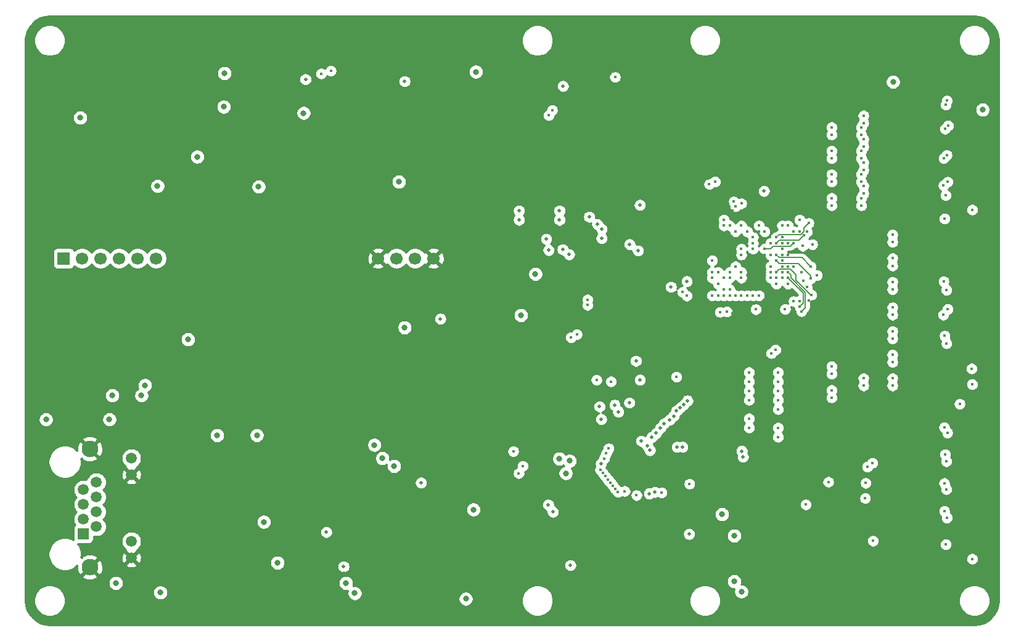
<source format=gbr>
%TF.GenerationSoftware,KiCad,Pcbnew,5.1.10-88a1d61d58~88~ubuntu20.04.1*%
%TF.CreationDate,2021-07-12T11:52:02+08:00*%
%TF.ProjectId,TestAutomation,54657374-4175-4746-9f6d-6174696f6e2e,rev?*%
%TF.SameCoordinates,Original*%
%TF.FileFunction,Copper,L2,Inr*%
%TF.FilePolarity,Positive*%
%FSLAX46Y46*%
G04 Gerber Fmt 4.6, Leading zero omitted, Abs format (unit mm)*
G04 Created by KiCad (PCBNEW 5.1.10-88a1d61d58~88~ubuntu20.04.1) date 2021-07-12 11:52:02*
%MOMM*%
%LPD*%
G01*
G04 APERTURE LIST*
%TA.AperFunction,ComponentPad*%
%ADD10R,1.700000X1.700000*%
%TD*%
%TA.AperFunction,ComponentPad*%
%ADD11C,1.700000*%
%TD*%
%TA.AperFunction,ComponentPad*%
%ADD12R,1.500000X1.500000*%
%TD*%
%TA.AperFunction,ComponentPad*%
%ADD13C,1.500000*%
%TD*%
%TA.AperFunction,ComponentPad*%
%ADD14C,2.300000*%
%TD*%
%TA.AperFunction,ViaPad*%
%ADD15C,0.450000*%
%TD*%
%TA.AperFunction,ViaPad*%
%ADD16C,0.800000*%
%TD*%
%TA.AperFunction,ViaPad*%
%ADD17C,0.500000*%
%TD*%
%TA.AperFunction,Conductor*%
%ADD18C,0.127000*%
%TD*%
%TA.AperFunction,Conductor*%
%ADD19C,0.254000*%
%TD*%
%TA.AperFunction,Conductor*%
%ADD20C,0.100000*%
%TD*%
G04 APERTURE END LIST*
D10*
%TO.N,Net-(R98-Pad2)*%
%TO.C,U12*%
X84918000Y-86946000D03*
D11*
%TO.N,Net-(C51-Pad1)*%
X87458000Y-86946000D03*
%TO.N,Net-(U10-Pad2)*%
X89998000Y-86946000D03*
%TO.N,N/C*%
X92538000Y-86946000D03*
X95078000Y-86946000D03*
%TO.N,GND*%
X128098000Y-86946000D03*
%TO.N,Net-(C57-Pad1)*%
X130638000Y-86946000D03*
%TO.N,N/C*%
X133178000Y-86946000D03*
%TO.N,GND*%
X135718000Y-86946000D03*
%TO.N,N/C*%
X97618000Y-86946000D03*
%TD*%
D12*
%TO.N,Net-(J6-Pad1)*%
%TO.C,J6*%
X87630000Y-124841000D03*
D13*
%TO.N,Net-(J6-Pad3)*%
X87630000Y-122809000D03*
%TO.N,Net-(D17-Pad2)*%
X87630000Y-120777000D03*
%TO.N,Net-(D19-Pad2)*%
X87630000Y-118745000D03*
%TO.N,Net-(J6-Pad2)*%
X89410000Y-123825000D03*
%TO.N,Net-(D17-Pad2)*%
X89410000Y-121793000D03*
%TO.N,Net-(J6-Pad6)*%
X89410000Y-119761000D03*
%TO.N,Net-(D19-Pad2)*%
X89410000Y-117729000D03*
D14*
%TO.N,GND*%
X88520000Y-113151000D03*
X88520000Y-129411000D03*
D13*
X94230000Y-128141000D03*
%TO.N,Net-(J6-Pad10)*%
X94230000Y-125851000D03*
%TO.N,GND*%
X94230000Y-116711000D03*
%TO.N,Net-(J6-Pad12)*%
X94230000Y-114421000D03*
%TD*%
D15*
%TO.N,GND*%
X184392000Y-86449000D03*
D16*
X97300000Y-102700000D03*
D15*
X172640000Y-84850000D03*
X181192000Y-86449000D03*
D16*
X116400000Y-125400000D03*
X81700000Y-105300000D03*
X82700000Y-90400000D03*
X127500000Y-101100000D03*
X98900000Y-63200000D03*
D15*
X183050000Y-112776000D03*
X183410000Y-74420000D03*
X183410000Y-71880000D03*
X183410000Y-69340000D03*
X183410000Y-66800000D03*
X183410000Y-64260000D03*
X183410000Y-61720000D03*
D17*
X152555000Y-110265000D03*
X147450000Y-82820000D03*
X166940000Y-87060000D03*
X203670000Y-84640000D03*
X183290000Y-121793000D03*
X183290000Y-123063000D03*
X183290000Y-124333000D03*
X183290000Y-125603000D03*
X183290000Y-126873000D03*
X183290000Y-128143000D03*
X183290000Y-129413000D03*
X183290000Y-130683000D03*
X183290000Y-131953000D03*
X183290000Y-133223000D03*
X164770000Y-71720000D03*
X209677000Y-87757000D03*
X209703000Y-91567000D03*
X209703000Y-95377000D03*
X209613000Y-99187000D03*
X209652000Y-111760000D03*
X209633000Y-115567000D03*
X209683000Y-119377000D03*
X209675000Y-123125000D03*
X209640000Y-75160000D03*
X210123000Y-71377000D03*
X209883000Y-67567000D03*
X183373000Y-117587000D03*
X183410000Y-76600000D03*
D15*
X198910000Y-124340000D03*
X200210000Y-121670000D03*
X201870000Y-118110000D03*
X202180000Y-114740000D03*
X203300000Y-108780000D03*
X205000000Y-108720000D03*
X202540000Y-101840000D03*
X202010000Y-97110000D03*
X201640000Y-93870000D03*
X202210000Y-90550000D03*
X201840000Y-78000000D03*
X201580000Y-74460000D03*
X201170000Y-71240000D03*
X201000000Y-67610000D03*
X201650000Y-63400000D03*
X199800000Y-102310000D03*
X200180000Y-88920000D03*
X200520000Y-85710000D03*
X199780000Y-92220000D03*
X199060000Y-106380000D03*
X200060000Y-98610000D03*
X191540000Y-71050000D03*
X190370000Y-74310000D03*
X192670000Y-74230000D03*
X190360000Y-77620000D03*
X190260000Y-81730000D03*
X190170000Y-83320000D03*
X190170000Y-84990000D03*
X190360000Y-86510000D03*
X189870000Y-95660000D03*
X183050000Y-108966000D03*
X176790000Y-80420000D03*
X153740000Y-119490000D03*
X194645000Y-83435000D03*
X194670000Y-81820000D03*
X194595000Y-85065000D03*
X194585000Y-86625000D03*
X194590000Y-88180000D03*
X194530000Y-89950000D03*
X194570000Y-91410000D03*
X194580000Y-93300000D03*
X194500000Y-95020000D03*
X194660000Y-96630000D03*
X194610000Y-98250000D03*
X194580000Y-99850000D03*
X194580000Y-101450000D03*
X176790000Y-94550000D03*
X187190000Y-55630000D03*
D17*
X173430000Y-70360000D03*
D15*
X183410000Y-59587910D03*
D17*
X187342000Y-59612910D03*
D15*
X184000000Y-79720000D03*
X181770000Y-79840000D03*
X172320000Y-90000000D03*
X187240000Y-92750000D03*
X183180000Y-94520000D03*
X180392000Y-83249000D03*
X172500000Y-92900000D03*
X164920000Y-116800000D03*
X172590000Y-103720000D03*
D17*
X162120000Y-101560000D03*
X161330000Y-103590000D03*
X169390000Y-116340000D03*
X169046000Y-118444000D03*
X169720000Y-124540000D03*
X165300000Y-124890000D03*
D15*
X180640000Y-95480000D03*
D17*
X145960000Y-78200000D03*
X181192000Y-88849000D03*
D16*
X108811000Y-77089000D03*
X114611000Y-77089000D03*
X102000000Y-68100000D03*
X91800000Y-78400000D03*
X93784000Y-77216000D03*
X87700000Y-75300000D03*
X87200000Y-69500000D03*
X142700000Y-123300000D03*
X130350000Y-113750000D03*
X132500000Y-119200000D03*
D17*
X136800000Y-115500000D03*
X136600000Y-123900000D03*
X135557002Y-130957002D03*
X129222000Y-130978000D03*
X129121999Y-129478001D03*
X131400000Y-126100000D03*
X134500000Y-126100000D03*
X134500000Y-128800000D03*
X131400000Y-128800000D03*
X123420000Y-130280000D03*
X122700000Y-125900000D03*
X125600000Y-126700000D03*
D15*
X189520000Y-97310000D03*
X188780000Y-98670000D03*
D17*
X113530000Y-58992910D03*
D16*
X117330000Y-69830000D03*
D17*
X139741000Y-66729000D03*
X128110000Y-65950000D03*
X172760000Y-64310000D03*
X169140000Y-66990000D03*
X162850000Y-62430000D03*
X161720000Y-66990000D03*
X195920000Y-128050000D03*
X195980000Y-109400000D03*
X187280000Y-62420000D03*
X187250000Y-65130000D03*
X187200000Y-67470000D03*
X186760000Y-69540000D03*
X120355000Y-63892500D03*
X121255000Y-63892500D03*
X122155000Y-63892500D03*
X120355000Y-64792500D03*
X121255000Y-64792500D03*
X122155000Y-64792500D03*
X120355000Y-65692500D03*
X121255000Y-65692500D03*
X122155000Y-65692500D03*
X184530000Y-96760000D03*
X158250000Y-96790000D03*
X154770000Y-100600000D03*
X158000000Y-86750000D03*
X167380000Y-79390000D03*
X168080000Y-92630000D03*
X151310000Y-93750000D03*
X84230000Y-124580000D03*
X148530000Y-67080000D03*
X132560000Y-134790000D03*
X138550000Y-133010000D03*
X138450000Y-121010000D03*
X148880000Y-113360000D03*
X170490000Y-98990000D03*
X174990000Y-73200000D03*
X194320000Y-62110000D03*
X198960000Y-56420000D03*
X193150000Y-133590000D03*
X105910000Y-133790000D03*
X100320000Y-75930000D03*
D15*
X158100000Y-66540000D03*
X166300000Y-68910000D03*
X166291500Y-74958500D03*
D16*
X119790000Y-128730000D03*
X119710000Y-111340000D03*
X114260000Y-111300000D03*
X150270000Y-121500000D03*
D17*
X187330000Y-108820000D03*
X187330000Y-111130000D03*
D15*
X119414000Y-59036000D03*
D17*
X125295000Y-61255000D03*
D15*
X192600000Y-121310000D03*
X192610000Y-116310000D03*
D17*
X168060000Y-62330000D03*
D15*
X153390000Y-126100000D03*
D17*
X155260000Y-67060000D03*
D15*
X152080000Y-65120000D03*
D16*
X161820000Y-57440000D03*
X90000000Y-55000000D03*
X81000000Y-65000000D03*
X81000000Y-79000000D03*
X109000000Y-55000000D03*
X142000000Y-56000000D03*
X104000000Y-101000000D03*
D15*
%TO.N,/FPGA/GNDPLL0*%
X179592000Y-84049000D03*
X156850000Y-92620000D03*
%TO.N,/FPGA/VCCPLL0*%
X179592000Y-84849000D03*
X156860000Y-93380000D03*
%TO.N,/FPGA/GNDPLL1*%
X176392000Y-91249000D03*
X170500000Y-92100000D03*
%TO.N,/FPGA/VCCPLL1*%
X175592000Y-91249000D03*
X169900000Y-91600000D03*
D16*
%TO.N,+12V_OUT*%
X141530000Y-61300000D03*
X211120000Y-66500000D03*
D17*
%TO.N,/CurrentSenser/12V_CURRENT*%
X131760000Y-62600000D03*
D15*
X159450000Y-113770000D03*
D16*
%TO.N,+12V*%
X131747000Y-96453000D03*
X130945000Y-76415000D03*
X107000000Y-61500000D03*
X117865000Y-66965000D03*
D15*
%TO.N,+3V3*%
X175592000Y-81649000D03*
X179592000Y-85649000D03*
X173992000Y-87249000D03*
X174792000Y-88849000D03*
X173992000Y-92049000D03*
D16*
X91600000Y-105800000D03*
D15*
X175992000Y-94279000D03*
X179980000Y-93960000D03*
X183050000Y-102616000D03*
X174792000Y-90449000D03*
X184002000Y-93949000D03*
D17*
X181102000Y-77698000D03*
X164060000Y-79610000D03*
D15*
X177992000Y-82449000D03*
X180392000Y-82449000D03*
X183592000Y-82449000D03*
D17*
X163805000Y-85885000D03*
D15*
X170870000Y-117950000D03*
X161990000Y-118950000D03*
X163598000Y-119532000D03*
X169070000Y-103230000D03*
D17*
X163520000Y-101050000D03*
X164260000Y-112060000D03*
X170820000Y-124870000D03*
D16*
X82500000Y-109100000D03*
X95600000Y-105800000D03*
X127600000Y-112600000D03*
X149700000Y-89100000D03*
X140150000Y-133750000D03*
X141200000Y-121500000D03*
X147710000Y-94770000D03*
D17*
X164070000Y-103640000D03*
D15*
X189945000Y-117685000D03*
%TO.N,+2V5*%
X186020000Y-83250000D03*
X181992000Y-86449000D03*
X181992000Y-88849000D03*
X186990000Y-90900000D03*
X177192000Y-88049000D03*
D17*
X170500000Y-90100004D03*
D15*
%TO.N,+1V2*%
X177992000Y-88849000D03*
X181192000Y-85649000D03*
X181992000Y-89649000D03*
X185192000Y-84831640D03*
X177992000Y-86449000D03*
X175049998Y-94330002D03*
D17*
X168334446Y-90879995D03*
D16*
%TO.N,+5V*%
X106900000Y-66100000D03*
X111689000Y-77089000D03*
X198825000Y-62685000D03*
D17*
X153500000Y-63250000D03*
%TO.N,/Ethernet/+3V3A*%
X123380000Y-129320000D03*
X134000000Y-117800006D03*
X121000000Y-124600000D03*
D15*
%TO.N,+3V3MP*%
X209684620Y-80264000D03*
X209684620Y-128270000D03*
X209684620Y-104267000D03*
D16*
X103260000Y-72990000D03*
%TO.N,/Ethernet/POE_VC-*%
X91200000Y-109100000D03*
X102000000Y-98100000D03*
%TO.N,Net-(D17-Pad2)*%
X111448555Y-111268999D03*
%TO.N,Net-(D19-Pad2)*%
X106007000Y-111268999D03*
D17*
%TO.N,Net-(D21-Pad2)*%
X151490000Y-120830000D03*
X165350000Y-119290000D03*
D15*
%TO.N,/MCU/CPU_SWCLK*%
X158100000Y-103660000D03*
X154600000Y-97820000D03*
%TO.N,/MCU/CPU_SWDIO*%
X155390000Y-97409998D03*
X160098000Y-103882000D03*
%TO.N,/MCU/CPU_UART4_TX*%
X183050000Y-110236000D03*
D17*
X165120000Y-112760000D03*
D15*
%TO.N,/MCU/CPU_UART4_RX*%
X183050000Y-111506000D03*
D17*
X165450000Y-113350000D03*
D15*
%TO.N,/MCU/CPU_PWM_CH1*%
X183050000Y-103886000D03*
D17*
X168690000Y-108630000D03*
D15*
%TO.N,/MCU/CPU_PWM_CH2*%
X183050000Y-105156000D03*
D17*
X168170000Y-109130000D03*
D15*
%TO.N,/MCU/CPU_PWM_CH3*%
X183050000Y-106426000D03*
D17*
X167350000Y-109670000D03*
D15*
%TO.N,/MCU/CPU_PWM_CH4*%
X183050000Y-107696000D03*
D17*
X166890000Y-110270000D03*
%TO.N,/MCU/CPU_IIC2_SDA*%
X178220000Y-114250000D03*
X169160000Y-112890000D03*
%TO.N,/MCU/CPU_IIC2_SCL*%
X178050000Y-113450000D03*
X169909449Y-112870551D03*
D15*
%TO.N,/MCU/CPU_UART1_RX*%
X179050000Y-110236000D03*
D17*
X165700000Y-111520000D03*
D15*
%TO.N,/MCU/CPU_UART1_TX*%
X179050000Y-108966000D03*
D17*
X166300000Y-110990000D03*
D15*
%TO.N,/MCU/CPU_SPI2_MOSI*%
X179050000Y-106426000D03*
D17*
X169098000Y-107902000D03*
D15*
%TO.N,/MCU/CPU_SPI2_MISO*%
X179050000Y-105156000D03*
D17*
X169598000Y-107492000D03*
D15*
%TO.N,/MCU/CPU_SPI2_SCK*%
X179050000Y-103886000D03*
D17*
X170098000Y-107072000D03*
D15*
%TO.N,/MCU/CPU_SPI2_CS*%
X179050000Y-102616000D03*
D17*
X170600000Y-106510000D03*
D16*
%TO.N,/MCU/CPU_DAC1*%
X178010000Y-132770000D03*
X175340000Y-122140000D03*
%TO.N,/MCU/CPU_DAC0*%
X177020000Y-131360000D03*
X177019998Y-125080000D03*
D17*
%TO.N,/CurrentSenser/12V_SW*%
X118140000Y-62320000D03*
X158710000Y-115160000D03*
D16*
%TO.N,/MCU/CPU_RESET*%
X96100000Y-104400000D03*
D17*
X154520000Y-129150000D03*
%TO.N,/MCU/CPU_POE_SRC_STATUS*%
X136660000Y-95250000D03*
D15*
X167050000Y-119150000D03*
%TO.N,/EEM0_IIC_SCL*%
X177992000Y-89649000D03*
X205910000Y-81500000D03*
X195990000Y-115070000D03*
%TO.N,/EEM0_IIC_SDA*%
X176392000Y-88849000D03*
X206050000Y-78290000D03*
X195300000Y-115610000D03*
%TO.N,/EEM1_IIC_SCL*%
X176392000Y-89649000D03*
X195080000Y-117840000D03*
X207980000Y-106950000D03*
%TO.N,/EEM1_IIC_SDA*%
X175592000Y-89649000D03*
X209620000Y-102110000D03*
X195000000Y-119940000D03*
%TO.N,/EEM2_IIC_SCL*%
X173992000Y-89649000D03*
X182120000Y-100000000D03*
%TO.N,/EEM2_IIC_SDA*%
X173992000Y-88849000D03*
X206070000Y-126290000D03*
X196080000Y-125800000D03*
X182690000Y-99540000D03*
%TO.N,/EEM0_7_N*%
X194470000Y-78660000D03*
X205760000Y-76930000D03*
%TO.N,/EEM0_5_N*%
X205780000Y-73180000D03*
X194470000Y-75415288D03*
%TO.N,/EEM0_3_N*%
X205960000Y-69160000D03*
X194470000Y-72170578D03*
%TO.N,/EEM0_1_N*%
X194470000Y-68925868D03*
X206070000Y-65850000D03*
%TO.N,/EEM0_7_P*%
X206320000Y-76440000D03*
X194470000Y-79680000D03*
%TO.N,/EEM0_5_P*%
X206200000Y-72740000D03*
X194470000Y-76435288D03*
%TO.N,/EEM0_3_P*%
X194470000Y-73170578D03*
X206380000Y-68710000D03*
%TO.N,/EEM0_1_P*%
X194470000Y-69945868D03*
X206240000Y-65269989D03*
%TO.N,/EEM1_6_P*%
X205920000Y-97600000D03*
X198750000Y-91207643D03*
%TO.N,/EEM1_4_P*%
X206320000Y-93940000D03*
X198750000Y-86945288D03*
%TO.N,/EEM1_2_P*%
X205780000Y-90110000D03*
X198750000Y-84715288D03*
%TO.N,/EEM1_6_N*%
X206170000Y-98640000D03*
X198750000Y-90187643D03*
%TO.N,/EEM1_4_N*%
X205730000Y-94730000D03*
X198750000Y-87965288D03*
%TO.N,/EEM1_2_N*%
X198750000Y-83695288D03*
X206160000Y-91290000D03*
%TO.N,/EEM2_6_P*%
X205870000Y-121680000D03*
X198750000Y-104467643D03*
%TO.N,/EEM2_4_P*%
X205860000Y-117850000D03*
X198750000Y-101222933D03*
%TO.N,/EEM2_2_P*%
X205990000Y-113900000D03*
X198750000Y-97977643D03*
%TO.N,/EEM2_0_P*%
X205860000Y-110190000D03*
X198750000Y-94727643D03*
%TO.N,/EEM2_6_N*%
X206220000Y-122630000D03*
X198750000Y-103447643D03*
%TO.N,/EEM2_4_N*%
X206160000Y-118700000D03*
X198750000Y-100202933D03*
%TO.N,/EEM2_2_N*%
X206140000Y-114880000D03*
X198750000Y-96957643D03*
%TO.N,/EEM2_0_N*%
X206290000Y-110940000D03*
X198750000Y-93707643D03*
D17*
%TO.N,/CDONE*%
X151520000Y-85830000D03*
D15*
X178792000Y-83249000D03*
D17*
X161098000Y-108032000D03*
D15*
%TO.N,/CRESET*%
X177192000Y-83249000D03*
D17*
X153450000Y-85730000D03*
X160597999Y-107102001D03*
%TO.N,/SPI_CS*%
X158799000Y-84191000D03*
X147446999Y-80391000D03*
X158520000Y-107330000D03*
X158210000Y-82270000D03*
X162650000Y-85010000D03*
D15*
X176960000Y-79150000D03*
%TO.N,/FSMC_A7*%
X177192000Y-92049000D03*
X159660000Y-117353332D03*
%TO.N,/FSMC_NL*%
X174792000Y-92049000D03*
X158610000Y-116020000D03*
%TO.N,/FSMC_NBL0*%
X175592000Y-92049000D03*
X158960000Y-116480000D03*
%TO.N,/FSMC_A3*%
X177992000Y-92049000D03*
X160010000Y-117789998D03*
%TO.N,/FSMC_A4*%
X178792000Y-92049000D03*
X160360000Y-118226664D03*
%TO.N,/FSMC_A6*%
X180392000Y-92049000D03*
X161060000Y-119099996D03*
%TO.N,/FSMC_NBL1*%
X176392000Y-92049000D03*
X159310000Y-116916666D03*
%TO.N,/FSMC_A5*%
X179592000Y-92049000D03*
X160710000Y-118663330D03*
%TO.N,/CSBSEL0*%
X177992000Y-85649000D03*
D17*
X158755453Y-109055453D03*
X154340000Y-86420000D03*
%TO.N,/SPI_MOSI*%
X158799000Y-82921000D03*
X147446999Y-81661000D03*
D16*
X153884090Y-116500000D03*
D15*
X147420000Y-116500000D03*
X177200000Y-79770000D03*
D17*
%TO.N,/SPI_MISO*%
X153019000Y-80391000D03*
D16*
X154400000Y-114800000D03*
D15*
X147960000Y-115500000D03*
X176392000Y-82449000D03*
%TO.N,/CSBSEL1*%
X175592000Y-82449000D03*
D17*
X151200000Y-84280000D03*
X162598000Y-106802000D03*
%TO.N,/SPI_SCK*%
X153019000Y-81661000D03*
D16*
X153000000Y-114500000D03*
D17*
X157090000Y-81240000D03*
D15*
X146680000Y-113470000D03*
X178010000Y-79410000D03*
%TO.N,HSADC_IN*%
X186850000Y-120810000D03*
X160650000Y-62040000D03*
D16*
%TO.N,Net-(J6-Pad12)*%
X128700004Y-114421000D03*
%TO.N,Net-(J6-Pad10)*%
X130300000Y-115500000D03*
%TO.N,Net-(J6-Pad6)*%
X98200000Y-132900000D03*
%TO.N,Net-(J6-Pad3)*%
X92100000Y-131600000D03*
D17*
%TO.N,Net-(SW3-Pad2)*%
X166124517Y-119092232D03*
X152100000Y-121810000D03*
D15*
%TO.N,/FPGA/LVDS0_0_P*%
X194770000Y-68323513D03*
X185992000Y-81649000D03*
%TO.N,/FPGA/LVDS0_0_N*%
X194770000Y-67303513D03*
X184392000Y-82449000D03*
%TO.N,/FPGA/LVDS0_1_P*%
X190390000Y-68923513D03*
X181192000Y-83249000D03*
%TO.N,/FPGA/LVDS0_1_N*%
X190390000Y-69943513D03*
X185192000Y-83249000D03*
%TO.N,/FPGA/LVDS0_2_P*%
X194770000Y-70563513D03*
X183592000Y-88049000D03*
%TO.N,/FPGA/LVDS0_2_N*%
X194770000Y-71583513D03*
X185192000Y-88049000D03*
%TO.N,/FPGA/LVDS0_3_P*%
X190390000Y-72173513D03*
X181992000Y-84849000D03*
%TO.N,/FPGA/LVDS0_3_N*%
X190390000Y-73193513D03*
X184392000Y-84849000D03*
%TO.N,/FPGA/LVDS0_4_P*%
X194770000Y-73783513D03*
X184392000Y-88049000D03*
%TO.N,/FPGA/LVDS0_4_N*%
X194770000Y-74803513D03*
X186241720Y-88862590D03*
%TO.N,/FPGA/LVDS0_5_P*%
X190390000Y-75413513D03*
X183592000Y-84849000D03*
%TO.N,/FPGA/LVDS0_5_N*%
X190390000Y-76433513D03*
X186420000Y-85250000D03*
%TO.N,/FPGA/LVDS0_6_P*%
X194770000Y-77033513D03*
X183592000Y-88849000D03*
%TO.N,/FPGA/LVDS0_6_N*%
X194770000Y-78053513D03*
X184392000Y-90449000D03*
%TO.N,/FPGA/LVDS0_7_P*%
X190390000Y-78653513D03*
X183592000Y-86449000D03*
%TO.N,/FPGA/LVDS0_7_N*%
X190390000Y-79673513D03*
X183592000Y-87249000D03*
%TO.N,/FPGA/LVDS1_0_N*%
X182792000Y-84049000D03*
X187240000Y-82100000D03*
%TO.N,/FPGA/LVDS1_1_N*%
X183592000Y-84049000D03*
X187020000Y-83300000D03*
%TO.N,/FPGA/LVDS1_2_P*%
X182792000Y-84849000D03*
X186581870Y-83781870D03*
%TO.N,/FPGA/LVDS1_3_P*%
X183592000Y-85649000D03*
X187750000Y-85020000D03*
%TO.N,/FPGA/LVDS1_7_P*%
X182792000Y-86449000D03*
X187540000Y-88060000D03*
%TO.N,/FPGA/LVDS2_0_P*%
X181992000Y-88049000D03*
X188390000Y-89280000D03*
%TO.N,/FPGA/LVDS2_1_P*%
X182792000Y-87249000D03*
X187550000Y-89690000D03*
%TO.N,/FPGA/LVDS2_2_P*%
X183592000Y-89649000D03*
X186540460Y-90040460D03*
%TO.N,/FPGA/LVDS2_3_P*%
X182792000Y-88849000D03*
X187620000Y-91960000D03*
%TO.N,/FPGA/LVDS2_5_P*%
X182792000Y-89649000D03*
X190390000Y-101825288D03*
%TO.N,/FPGA/LVDS2_5_N*%
X190390000Y-102845288D03*
X185992000Y-92849000D03*
%TO.N,/FPGA/LVDS2_6_P*%
X184392000Y-88849000D03*
X194770000Y-103447643D03*
X186270000Y-94230000D03*
%TO.N,/FPGA/LVDS2_6_N*%
X194770000Y-104467643D03*
X184392000Y-89649000D03*
X186020000Y-93600000D03*
%TO.N,/FPGA/LVDS2_7_P*%
X182792000Y-90449000D03*
X190390000Y-105070000D03*
%TO.N,/FPGA/LVDS2_7_N*%
X190390000Y-106090000D03*
X185185641Y-92855359D03*
%TO.N,/FPGA/FPGA_LED*%
X152020000Y-66580000D03*
X174392000Y-76418000D03*
%TO.N,/FPGA/FPGA_KEY*%
X151545000Y-67285000D03*
X173592000Y-76772000D03*
D16*
%TO.N,+6V*%
X87200000Y-67600000D03*
X97800000Y-77000000D03*
D15*
%TO.N,/CurrentSenser/12V_OUT_FAULT*%
X120290000Y-61550000D03*
X159760000Y-113090000D03*
D16*
%TO.N,Net-(R113-Pad1)*%
X123700000Y-131600000D03*
X112400000Y-123200000D03*
%TO.N,Net-(R114-Pad2)*%
X124900000Y-133000000D03*
X114300000Y-128800000D03*
D15*
%TO.N,/CurrentSenser/12V_CURRENT_REF*%
X121612000Y-61170000D03*
X159143229Y-114476771D03*
%TD*%
D18*
%TO.N,+3V3*%
X179991000Y-93949000D02*
X179980000Y-93960000D01*
%TO.N,+1V2*%
X181992000Y-85649000D02*
X182369401Y-85271599D01*
X182369401Y-85271599D02*
X184752041Y-85271599D01*
X184752041Y-85271599D02*
X185192000Y-84831640D01*
X181992000Y-85649000D02*
X181192000Y-85649000D01*
D19*
%TO.N,/SPI_SCK*%
X153000000Y-114500000D02*
X153000000Y-114500000D01*
D18*
%TO.N,/FPGA/LVDS1_0_N*%
X187240000Y-82100000D02*
X186570000Y-82770000D01*
X186570000Y-83258554D02*
X186168554Y-83660000D01*
X186570000Y-82770000D02*
X186570000Y-83258554D01*
X183181000Y-83660000D02*
X182792000Y-84049000D01*
X186168554Y-83660000D02*
X183181000Y-83660000D01*
%TO.N,/FPGA/LVDS1_2_P*%
X185913740Y-84450000D02*
X186581870Y-83781870D01*
X182792000Y-84849000D02*
X183191000Y-84450000D01*
X183191000Y-84450000D02*
X185913740Y-84450000D01*
%TO.N,/FPGA/LVDS1_3_P*%
X187750000Y-85020000D02*
X187750000Y-85020000D01*
%TO.N,/FPGA/LVDS1_7_P*%
X186330000Y-86850000D02*
X187540000Y-88060000D01*
X183193000Y-86850000D02*
X186330000Y-86850000D01*
X182792000Y-86449000D02*
X183193000Y-86850000D01*
X187540000Y-88060000D02*
X187540000Y-88060000D01*
%TO.N,/FPGA/LVDS2_1_P*%
X182792000Y-87249000D02*
X183193000Y-87650000D01*
X187550000Y-89371802D02*
X187550000Y-89690000D01*
X183193000Y-87650000D02*
X185828198Y-87650000D01*
X185828198Y-87650000D02*
X187550000Y-89371802D01*
%TO.N,/FPGA/LVDS2_3_P*%
X187490000Y-91960000D02*
X187620000Y-91960000D01*
X185510000Y-89980000D02*
X187490000Y-91960000D01*
X185510000Y-89230000D02*
X185510000Y-89980000D01*
X184730000Y-88450000D02*
X185510000Y-89230000D01*
X183191000Y-88450000D02*
X184730000Y-88450000D01*
X182792000Y-88849000D02*
X183191000Y-88450000D01*
%TO.N,/FPGA/LVDS2_6_P*%
X186780000Y-93720000D02*
X186270000Y-94230000D01*
X186780000Y-91640000D02*
X186780000Y-93720000D01*
X184769401Y-89629401D02*
X186780000Y-91640000D01*
X184769401Y-89226401D02*
X184769401Y-89629401D01*
X184392000Y-88849000D02*
X184769401Y-89226401D01*
X186270000Y-94230000D02*
X186270000Y-94230000D01*
%TO.N,/FPGA/LVDS2_6_N*%
X184392000Y-89649000D02*
X186510000Y-91767000D01*
X186510000Y-91767000D02*
X186510000Y-93110000D01*
X186510000Y-93110000D02*
X186020000Y-93600000D01*
%TD*%
D19*
%TO.N,GND*%
X210648126Y-53726714D02*
X211271572Y-53914943D01*
X211846579Y-54220681D01*
X212351247Y-54632279D01*
X212766362Y-55134067D01*
X213076105Y-55706924D01*
X213268682Y-56329039D01*
X213340000Y-57007584D01*
X213340001Y-57967572D01*
X213340000Y-57967582D01*
X213340001Y-132967581D01*
X213340000Y-133967721D01*
X213273286Y-134648126D01*
X213085057Y-135271570D01*
X212779323Y-135846573D01*
X212367721Y-136351248D01*
X211865933Y-136766362D01*
X211293077Y-137076104D01*
X210670961Y-137268682D01*
X209992417Y-137340000D01*
X83032279Y-137340000D01*
X82351874Y-137273286D01*
X81728430Y-137085057D01*
X81153427Y-136779323D01*
X80648752Y-136367721D01*
X80233638Y-135865933D01*
X79923896Y-135293077D01*
X79731318Y-134670961D01*
X79660000Y-133992417D01*
X79660000Y-133786323D01*
X80830497Y-133786323D01*
X80830497Y-134213677D01*
X80913870Y-134632821D01*
X81077412Y-135027645D01*
X81314837Y-135382977D01*
X81617023Y-135685163D01*
X81972355Y-135922588D01*
X82367179Y-136086130D01*
X82786323Y-136169503D01*
X83213677Y-136169503D01*
X83632821Y-136086130D01*
X84027645Y-135922588D01*
X84382977Y-135685163D01*
X84685163Y-135382977D01*
X84922588Y-135027645D01*
X85086130Y-134632821D01*
X85169503Y-134213677D01*
X85169503Y-133786323D01*
X85086130Y-133367179D01*
X84922588Y-132972355D01*
X84806129Y-132798061D01*
X97165000Y-132798061D01*
X97165000Y-133001939D01*
X97204774Y-133201898D01*
X97282795Y-133390256D01*
X97396063Y-133559774D01*
X97540226Y-133703937D01*
X97709744Y-133817205D01*
X97898102Y-133895226D01*
X98098061Y-133935000D01*
X98301939Y-133935000D01*
X98501898Y-133895226D01*
X98690256Y-133817205D01*
X98859774Y-133703937D01*
X99003937Y-133559774D01*
X99117205Y-133390256D01*
X99195226Y-133201898D01*
X99235000Y-133001939D01*
X99235000Y-132798061D01*
X99195226Y-132598102D01*
X99117205Y-132409744D01*
X99003937Y-132240226D01*
X98859774Y-132096063D01*
X98690256Y-131982795D01*
X98501898Y-131904774D01*
X98301939Y-131865000D01*
X98098061Y-131865000D01*
X97898102Y-131904774D01*
X97709744Y-131982795D01*
X97540226Y-132096063D01*
X97396063Y-132240226D01*
X97282795Y-132409744D01*
X97204774Y-132598102D01*
X97165000Y-132798061D01*
X84806129Y-132798061D01*
X84685163Y-132617023D01*
X84382977Y-132314837D01*
X84027645Y-132077412D01*
X83632821Y-131913870D01*
X83213677Y-131830497D01*
X82786323Y-131830497D01*
X82367179Y-131913870D01*
X81972355Y-132077412D01*
X81617023Y-132314837D01*
X81314837Y-132617023D01*
X81077412Y-132972355D01*
X80913870Y-133367179D01*
X80830497Y-133786323D01*
X79660000Y-133786323D01*
X79660000Y-131498061D01*
X91065000Y-131498061D01*
X91065000Y-131701939D01*
X91104774Y-131901898D01*
X91182795Y-132090256D01*
X91296063Y-132259774D01*
X91440226Y-132403937D01*
X91609744Y-132517205D01*
X91798102Y-132595226D01*
X91998061Y-132635000D01*
X92201939Y-132635000D01*
X92401898Y-132595226D01*
X92590256Y-132517205D01*
X92759774Y-132403937D01*
X92903937Y-132259774D01*
X93017205Y-132090256D01*
X93095226Y-131901898D01*
X93135000Y-131701939D01*
X93135000Y-131498061D01*
X122665000Y-131498061D01*
X122665000Y-131701939D01*
X122704774Y-131901898D01*
X122782795Y-132090256D01*
X122896063Y-132259774D01*
X123040226Y-132403937D01*
X123209744Y-132517205D01*
X123398102Y-132595226D01*
X123598061Y-132635000D01*
X123801939Y-132635000D01*
X123942492Y-132607042D01*
X123904774Y-132698102D01*
X123865000Y-132898061D01*
X123865000Y-133101939D01*
X123904774Y-133301898D01*
X123982795Y-133490256D01*
X124096063Y-133659774D01*
X124240226Y-133803937D01*
X124409744Y-133917205D01*
X124598102Y-133995226D01*
X124798061Y-134035000D01*
X125001939Y-134035000D01*
X125201898Y-133995226D01*
X125390256Y-133917205D01*
X125559774Y-133803937D01*
X125703937Y-133659774D01*
X125711763Y-133648061D01*
X139115000Y-133648061D01*
X139115000Y-133851939D01*
X139154774Y-134051898D01*
X139232795Y-134240256D01*
X139346063Y-134409774D01*
X139490226Y-134553937D01*
X139659744Y-134667205D01*
X139848102Y-134745226D01*
X140048061Y-134785000D01*
X140251939Y-134785000D01*
X140451898Y-134745226D01*
X140640256Y-134667205D01*
X140809774Y-134553937D01*
X140953937Y-134409774D01*
X141067205Y-134240256D01*
X141145226Y-134051898D01*
X141185000Y-133851939D01*
X141185000Y-133786323D01*
X147830497Y-133786323D01*
X147830497Y-134213677D01*
X147913870Y-134632821D01*
X148077412Y-135027645D01*
X148314837Y-135382977D01*
X148617023Y-135685163D01*
X148972355Y-135922588D01*
X149367179Y-136086130D01*
X149786323Y-136169503D01*
X150213677Y-136169503D01*
X150632821Y-136086130D01*
X151027645Y-135922588D01*
X151382977Y-135685163D01*
X151685163Y-135382977D01*
X151922588Y-135027645D01*
X152086130Y-134632821D01*
X152169503Y-134213677D01*
X152169503Y-133786323D01*
X170830497Y-133786323D01*
X170830497Y-134213677D01*
X170913870Y-134632821D01*
X171077412Y-135027645D01*
X171314837Y-135382977D01*
X171617023Y-135685163D01*
X171972355Y-135922588D01*
X172367179Y-136086130D01*
X172786323Y-136169503D01*
X173213677Y-136169503D01*
X173632821Y-136086130D01*
X174027645Y-135922588D01*
X174382977Y-135685163D01*
X174685163Y-135382977D01*
X174922588Y-135027645D01*
X175086130Y-134632821D01*
X175169503Y-134213677D01*
X175169503Y-133786323D01*
X175086130Y-133367179D01*
X174922588Y-132972355D01*
X174685163Y-132617023D01*
X174382977Y-132314837D01*
X174027645Y-132077412D01*
X173632821Y-131913870D01*
X173213677Y-131830497D01*
X172786323Y-131830497D01*
X172367179Y-131913870D01*
X171972355Y-132077412D01*
X171617023Y-132314837D01*
X171314837Y-132617023D01*
X171077412Y-132972355D01*
X170913870Y-133367179D01*
X170830497Y-133786323D01*
X152169503Y-133786323D01*
X152086130Y-133367179D01*
X151922588Y-132972355D01*
X151685163Y-132617023D01*
X151382977Y-132314837D01*
X151027645Y-132077412D01*
X150632821Y-131913870D01*
X150213677Y-131830497D01*
X149786323Y-131830497D01*
X149367179Y-131913870D01*
X148972355Y-132077412D01*
X148617023Y-132314837D01*
X148314837Y-132617023D01*
X148077412Y-132972355D01*
X147913870Y-133367179D01*
X147830497Y-133786323D01*
X141185000Y-133786323D01*
X141185000Y-133648061D01*
X141145226Y-133448102D01*
X141067205Y-133259744D01*
X140953937Y-133090226D01*
X140809774Y-132946063D01*
X140640256Y-132832795D01*
X140451898Y-132754774D01*
X140251939Y-132715000D01*
X140048061Y-132715000D01*
X139848102Y-132754774D01*
X139659744Y-132832795D01*
X139490226Y-132946063D01*
X139346063Y-133090226D01*
X139232795Y-133259744D01*
X139154774Y-133448102D01*
X139115000Y-133648061D01*
X125711763Y-133648061D01*
X125817205Y-133490256D01*
X125895226Y-133301898D01*
X125935000Y-133101939D01*
X125935000Y-132898061D01*
X125895226Y-132698102D01*
X125817205Y-132509744D01*
X125703937Y-132340226D01*
X125559774Y-132196063D01*
X125390256Y-132082795D01*
X125201898Y-132004774D01*
X125001939Y-131965000D01*
X124798061Y-131965000D01*
X124657508Y-131992958D01*
X124695226Y-131901898D01*
X124735000Y-131701939D01*
X124735000Y-131498061D01*
X124695226Y-131298102D01*
X124678641Y-131258061D01*
X175985000Y-131258061D01*
X175985000Y-131461939D01*
X176024774Y-131661898D01*
X176102795Y-131850256D01*
X176216063Y-132019774D01*
X176360226Y-132163937D01*
X176529744Y-132277205D01*
X176718102Y-132355226D01*
X176918061Y-132395000D01*
X177045054Y-132395000D01*
X177014774Y-132468102D01*
X176975000Y-132668061D01*
X176975000Y-132871939D01*
X177014774Y-133071898D01*
X177092795Y-133260256D01*
X177206063Y-133429774D01*
X177350226Y-133573937D01*
X177519744Y-133687205D01*
X177708102Y-133765226D01*
X177908061Y-133805000D01*
X178111939Y-133805000D01*
X178205835Y-133786323D01*
X207830497Y-133786323D01*
X207830497Y-134213677D01*
X207913870Y-134632821D01*
X208077412Y-135027645D01*
X208314837Y-135382977D01*
X208617023Y-135685163D01*
X208972355Y-135922588D01*
X209367179Y-136086130D01*
X209786323Y-136169503D01*
X210213677Y-136169503D01*
X210632821Y-136086130D01*
X211027645Y-135922588D01*
X211382977Y-135685163D01*
X211685163Y-135382977D01*
X211922588Y-135027645D01*
X212086130Y-134632821D01*
X212169503Y-134213677D01*
X212169503Y-133786323D01*
X212086130Y-133367179D01*
X211922588Y-132972355D01*
X211685163Y-132617023D01*
X211382977Y-132314837D01*
X211027645Y-132077412D01*
X210632821Y-131913870D01*
X210213677Y-131830497D01*
X209786323Y-131830497D01*
X209367179Y-131913870D01*
X208972355Y-132077412D01*
X208617023Y-132314837D01*
X208314837Y-132617023D01*
X208077412Y-132972355D01*
X207913870Y-133367179D01*
X207830497Y-133786323D01*
X178205835Y-133786323D01*
X178311898Y-133765226D01*
X178500256Y-133687205D01*
X178669774Y-133573937D01*
X178813937Y-133429774D01*
X178927205Y-133260256D01*
X179005226Y-133071898D01*
X179045000Y-132871939D01*
X179045000Y-132668061D01*
X179005226Y-132468102D01*
X178927205Y-132279744D01*
X178813937Y-132110226D01*
X178669774Y-131966063D01*
X178500256Y-131852795D01*
X178311898Y-131774774D01*
X178111939Y-131735000D01*
X177984946Y-131735000D01*
X178015226Y-131661898D01*
X178055000Y-131461939D01*
X178055000Y-131258061D01*
X178015226Y-131058102D01*
X177937205Y-130869744D01*
X177823937Y-130700226D01*
X177679774Y-130556063D01*
X177510256Y-130442795D01*
X177321898Y-130364774D01*
X177121939Y-130325000D01*
X176918061Y-130325000D01*
X176718102Y-130364774D01*
X176529744Y-130442795D01*
X176360226Y-130556063D01*
X176216063Y-130700226D01*
X176102795Y-130869744D01*
X176024774Y-131058102D01*
X175985000Y-131258061D01*
X124678641Y-131258061D01*
X124617205Y-131109744D01*
X124503937Y-130940226D01*
X124359774Y-130796063D01*
X124190256Y-130682795D01*
X124001898Y-130604774D01*
X123801939Y-130565000D01*
X123598061Y-130565000D01*
X123398102Y-130604774D01*
X123209744Y-130682795D01*
X123040226Y-130796063D01*
X122896063Y-130940226D01*
X122782795Y-131109744D01*
X122704774Y-131298102D01*
X122665000Y-131498061D01*
X93135000Y-131498061D01*
X93095226Y-131298102D01*
X93017205Y-131109744D01*
X92903937Y-130940226D01*
X92759774Y-130796063D01*
X92590256Y-130682795D01*
X92401898Y-130604774D01*
X92201939Y-130565000D01*
X91998061Y-130565000D01*
X91798102Y-130604774D01*
X91609744Y-130682795D01*
X91440226Y-130796063D01*
X91296063Y-130940226D01*
X91182795Y-131109744D01*
X91104774Y-131298102D01*
X91065000Y-131498061D01*
X79660000Y-131498061D01*
X79660000Y-130653349D01*
X87457256Y-130653349D01*
X87571118Y-130933090D01*
X87886296Y-131088961D01*
X88225826Y-131180349D01*
X88576661Y-131203741D01*
X88925319Y-131158240D01*
X89258400Y-131045594D01*
X89468882Y-130933090D01*
X89582744Y-130653349D01*
X88520000Y-129590605D01*
X87457256Y-130653349D01*
X79660000Y-130653349D01*
X79660000Y-127408409D01*
X82830000Y-127408409D01*
X82830000Y-127853591D01*
X82916851Y-128290218D01*
X83087214Y-128701511D01*
X83334544Y-129071666D01*
X83649334Y-129386456D01*
X84019489Y-129633786D01*
X84430782Y-129804149D01*
X84867409Y-129891000D01*
X85312591Y-129891000D01*
X85749218Y-129804149D01*
X86160511Y-129633786D01*
X86530666Y-129386456D01*
X86747104Y-129170018D01*
X86727259Y-129467661D01*
X86772760Y-129816319D01*
X86885406Y-130149400D01*
X86997910Y-130359882D01*
X87277651Y-130473744D01*
X88340395Y-129411000D01*
X88699605Y-129411000D01*
X89762349Y-130473744D01*
X90042090Y-130359882D01*
X90197961Y-130044704D01*
X90289349Y-129705174D01*
X90312741Y-129354339D01*
X90279288Y-129097993D01*
X93452612Y-129097993D01*
X93518137Y-129336860D01*
X93765116Y-129452760D01*
X94029960Y-129518250D01*
X94302492Y-129530812D01*
X94572238Y-129489965D01*
X94828832Y-129397277D01*
X94941863Y-129336860D01*
X95007388Y-129097993D01*
X94230000Y-128320605D01*
X93452612Y-129097993D01*
X90279288Y-129097993D01*
X90267240Y-129005681D01*
X90154594Y-128672600D01*
X90042090Y-128462118D01*
X89762349Y-128348256D01*
X88699605Y-129411000D01*
X88340395Y-129411000D01*
X88326253Y-129396858D01*
X88505858Y-129217253D01*
X88520000Y-129231395D01*
X89537903Y-128213492D01*
X92840188Y-128213492D01*
X92881035Y-128483238D01*
X92973723Y-128739832D01*
X93034140Y-128852863D01*
X93273007Y-128918388D01*
X94050395Y-128141000D01*
X94409605Y-128141000D01*
X95186993Y-128918388D01*
X95425860Y-128852863D01*
X95498504Y-128698061D01*
X113265000Y-128698061D01*
X113265000Y-128901939D01*
X113304774Y-129101898D01*
X113382795Y-129290256D01*
X113496063Y-129459774D01*
X113640226Y-129603937D01*
X113809744Y-129717205D01*
X113998102Y-129795226D01*
X114198061Y-129835000D01*
X114401939Y-129835000D01*
X114601898Y-129795226D01*
X114790256Y-129717205D01*
X114959774Y-129603937D01*
X115103937Y-129459774D01*
X115217205Y-129290256D01*
X115240989Y-129232835D01*
X122495000Y-129232835D01*
X122495000Y-129407165D01*
X122529010Y-129578145D01*
X122595723Y-129739205D01*
X122692576Y-129884155D01*
X122815845Y-130007424D01*
X122960795Y-130104277D01*
X123121855Y-130170990D01*
X123292835Y-130205000D01*
X123467165Y-130205000D01*
X123638145Y-130170990D01*
X123799205Y-130104277D01*
X123944155Y-130007424D01*
X124067424Y-129884155D01*
X124164277Y-129739205D01*
X124230990Y-129578145D01*
X124265000Y-129407165D01*
X124265000Y-129232835D01*
X124231185Y-129062835D01*
X153635000Y-129062835D01*
X153635000Y-129237165D01*
X153669010Y-129408145D01*
X153735723Y-129569205D01*
X153832576Y-129714155D01*
X153955845Y-129837424D01*
X154100795Y-129934277D01*
X154261855Y-130000990D01*
X154432835Y-130035000D01*
X154607165Y-130035000D01*
X154778145Y-130000990D01*
X154939205Y-129934277D01*
X155084155Y-129837424D01*
X155207424Y-129714155D01*
X155304277Y-129569205D01*
X155370990Y-129408145D01*
X155405000Y-129237165D01*
X155405000Y-129062835D01*
X155370990Y-128891855D01*
X155304277Y-128730795D01*
X155207424Y-128585845D01*
X155084155Y-128462576D01*
X154939205Y-128365723D01*
X154778145Y-128299010D01*
X154607165Y-128265000D01*
X154432835Y-128265000D01*
X154261855Y-128299010D01*
X154100795Y-128365723D01*
X153955845Y-128462576D01*
X153832576Y-128585845D01*
X153735723Y-128730795D01*
X153669010Y-128891855D01*
X153635000Y-129062835D01*
X124231185Y-129062835D01*
X124230990Y-129061855D01*
X124164277Y-128900795D01*
X124067424Y-128755845D01*
X123944155Y-128632576D01*
X123799205Y-128535723D01*
X123638145Y-128469010D01*
X123467165Y-128435000D01*
X123292835Y-128435000D01*
X123121855Y-128469010D01*
X122960795Y-128535723D01*
X122815845Y-128632576D01*
X122692576Y-128755845D01*
X122595723Y-128900795D01*
X122529010Y-129061855D01*
X122495000Y-129232835D01*
X115240989Y-129232835D01*
X115295226Y-129101898D01*
X115335000Y-128901939D01*
X115335000Y-128698061D01*
X115295226Y-128498102D01*
X115217205Y-128309744D01*
X115134053Y-128185297D01*
X208824620Y-128185297D01*
X208824620Y-128354703D01*
X208857669Y-128520853D01*
X208922498Y-128677363D01*
X209016615Y-128818218D01*
X209136402Y-128938005D01*
X209277257Y-129032122D01*
X209433767Y-129096951D01*
X209599917Y-129130000D01*
X209769323Y-129130000D01*
X209935473Y-129096951D01*
X210091983Y-129032122D01*
X210232838Y-128938005D01*
X210352625Y-128818218D01*
X210446742Y-128677363D01*
X210511571Y-128520853D01*
X210544620Y-128354703D01*
X210544620Y-128185297D01*
X210511571Y-128019147D01*
X210446742Y-127862637D01*
X210352625Y-127721782D01*
X210232838Y-127601995D01*
X210091983Y-127507878D01*
X209935473Y-127443049D01*
X209769323Y-127410000D01*
X209599917Y-127410000D01*
X209433767Y-127443049D01*
X209277257Y-127507878D01*
X209136402Y-127601995D01*
X209016615Y-127721782D01*
X208922498Y-127862637D01*
X208857669Y-128019147D01*
X208824620Y-128185297D01*
X115134053Y-128185297D01*
X115103937Y-128140226D01*
X114959774Y-127996063D01*
X114790256Y-127882795D01*
X114601898Y-127804774D01*
X114401939Y-127765000D01*
X114198061Y-127765000D01*
X113998102Y-127804774D01*
X113809744Y-127882795D01*
X113640226Y-127996063D01*
X113496063Y-128140226D01*
X113382795Y-128309744D01*
X113304774Y-128498102D01*
X113265000Y-128698061D01*
X95498504Y-128698061D01*
X95541760Y-128605884D01*
X95607250Y-128341040D01*
X95619812Y-128068508D01*
X95578965Y-127798762D01*
X95486277Y-127542168D01*
X95425860Y-127429137D01*
X95186993Y-127363612D01*
X94409605Y-128141000D01*
X94050395Y-128141000D01*
X93273007Y-127363612D01*
X93034140Y-127429137D01*
X92918240Y-127676116D01*
X92852750Y-127940960D01*
X92840188Y-128213492D01*
X89537903Y-128213492D01*
X89582744Y-128168651D01*
X89468882Y-127888910D01*
X89153704Y-127733039D01*
X88814174Y-127641651D01*
X88463339Y-127618259D01*
X88114681Y-127663760D01*
X87781600Y-127776406D01*
X87571118Y-127888910D01*
X87457257Y-128168649D01*
X87341946Y-128053338D01*
X87302402Y-128092882D01*
X87350000Y-127853591D01*
X87350000Y-127408409D01*
X87263149Y-126971782D01*
X87092786Y-126560489D01*
X86870730Y-126228159D01*
X86880000Y-126229072D01*
X88380000Y-126229072D01*
X88504482Y-126216812D01*
X88624180Y-126180502D01*
X88734494Y-126121537D01*
X88831185Y-126042185D01*
X88910537Y-125945494D01*
X88969502Y-125835180D01*
X89005812Y-125715482D01*
X89005899Y-125714589D01*
X92845000Y-125714589D01*
X92845000Y-125987411D01*
X92898225Y-126254989D01*
X93002629Y-126507043D01*
X93154201Y-126733886D01*
X93347114Y-126926799D01*
X93495897Y-127026213D01*
X93452612Y-127184007D01*
X94230000Y-127961395D01*
X95007388Y-127184007D01*
X94964103Y-127026213D01*
X95112886Y-126926799D01*
X95305799Y-126733886D01*
X95457371Y-126507043D01*
X95561775Y-126254989D01*
X95615000Y-125987411D01*
X95615000Y-125714589D01*
X95561775Y-125447011D01*
X95457371Y-125194957D01*
X95305799Y-124968114D01*
X95112886Y-124775201D01*
X94886043Y-124623629D01*
X94633989Y-124519225D01*
X94601865Y-124512835D01*
X120115000Y-124512835D01*
X120115000Y-124687165D01*
X120149010Y-124858145D01*
X120215723Y-125019205D01*
X120312576Y-125164155D01*
X120435845Y-125287424D01*
X120580795Y-125384277D01*
X120741855Y-125450990D01*
X120912835Y-125485000D01*
X121087165Y-125485000D01*
X121258145Y-125450990D01*
X121419205Y-125384277D01*
X121564155Y-125287424D01*
X121687424Y-125164155D01*
X121784277Y-125019205D01*
X121850990Y-124858145D01*
X121865970Y-124782835D01*
X169935000Y-124782835D01*
X169935000Y-124957165D01*
X169969010Y-125128145D01*
X170035723Y-125289205D01*
X170132576Y-125434155D01*
X170255845Y-125557424D01*
X170400795Y-125654277D01*
X170561855Y-125720990D01*
X170732835Y-125755000D01*
X170907165Y-125755000D01*
X171078145Y-125720990D01*
X171239205Y-125654277D01*
X171384155Y-125557424D01*
X171507424Y-125434155D01*
X171604277Y-125289205D01*
X171670990Y-125128145D01*
X171700843Y-124978061D01*
X175984998Y-124978061D01*
X175984998Y-125181939D01*
X176024772Y-125381898D01*
X176102793Y-125570256D01*
X176216061Y-125739774D01*
X176360224Y-125883937D01*
X176529742Y-125997205D01*
X176718100Y-126075226D01*
X176918059Y-126115000D01*
X177121937Y-126115000D01*
X177321896Y-126075226D01*
X177510254Y-125997205D01*
X177679772Y-125883937D01*
X177823935Y-125739774D01*
X177840289Y-125715297D01*
X195220000Y-125715297D01*
X195220000Y-125884703D01*
X195253049Y-126050853D01*
X195317878Y-126207363D01*
X195411995Y-126348218D01*
X195531782Y-126468005D01*
X195672637Y-126562122D01*
X195829147Y-126626951D01*
X195995297Y-126660000D01*
X196164703Y-126660000D01*
X196330853Y-126626951D01*
X196487363Y-126562122D01*
X196628218Y-126468005D01*
X196748005Y-126348218D01*
X196842122Y-126207363D01*
X196842977Y-126205297D01*
X205210000Y-126205297D01*
X205210000Y-126374703D01*
X205243049Y-126540853D01*
X205307878Y-126697363D01*
X205401995Y-126838218D01*
X205521782Y-126958005D01*
X205662637Y-127052122D01*
X205819147Y-127116951D01*
X205985297Y-127150000D01*
X206154703Y-127150000D01*
X206320853Y-127116951D01*
X206477363Y-127052122D01*
X206618218Y-126958005D01*
X206738005Y-126838218D01*
X206832122Y-126697363D01*
X206896951Y-126540853D01*
X206930000Y-126374703D01*
X206930000Y-126205297D01*
X206896951Y-126039147D01*
X206832122Y-125882637D01*
X206738005Y-125741782D01*
X206618218Y-125621995D01*
X206477363Y-125527878D01*
X206320853Y-125463049D01*
X206154703Y-125430000D01*
X205985297Y-125430000D01*
X205819147Y-125463049D01*
X205662637Y-125527878D01*
X205521782Y-125621995D01*
X205401995Y-125741782D01*
X205307878Y-125882637D01*
X205243049Y-126039147D01*
X205210000Y-126205297D01*
X196842977Y-126205297D01*
X196906951Y-126050853D01*
X196940000Y-125884703D01*
X196940000Y-125715297D01*
X196906951Y-125549147D01*
X196842122Y-125392637D01*
X196748005Y-125251782D01*
X196628218Y-125131995D01*
X196487363Y-125037878D01*
X196330853Y-124973049D01*
X196164703Y-124940000D01*
X195995297Y-124940000D01*
X195829147Y-124973049D01*
X195672637Y-125037878D01*
X195531782Y-125131995D01*
X195411995Y-125251782D01*
X195317878Y-125392637D01*
X195253049Y-125549147D01*
X195220000Y-125715297D01*
X177840289Y-125715297D01*
X177937203Y-125570256D01*
X178015224Y-125381898D01*
X178054998Y-125181939D01*
X178054998Y-124978061D01*
X178015224Y-124778102D01*
X177937203Y-124589744D01*
X177823935Y-124420226D01*
X177679772Y-124276063D01*
X177510254Y-124162795D01*
X177321896Y-124084774D01*
X177121937Y-124045000D01*
X176918059Y-124045000D01*
X176718100Y-124084774D01*
X176529742Y-124162795D01*
X176360224Y-124276063D01*
X176216061Y-124420226D01*
X176102793Y-124589744D01*
X176024772Y-124778102D01*
X175984998Y-124978061D01*
X171700843Y-124978061D01*
X171705000Y-124957165D01*
X171705000Y-124782835D01*
X171670990Y-124611855D01*
X171604277Y-124450795D01*
X171507424Y-124305845D01*
X171384155Y-124182576D01*
X171239205Y-124085723D01*
X171078145Y-124019010D01*
X170907165Y-123985000D01*
X170732835Y-123985000D01*
X170561855Y-124019010D01*
X170400795Y-124085723D01*
X170255845Y-124182576D01*
X170132576Y-124305845D01*
X170035723Y-124450795D01*
X169969010Y-124611855D01*
X169935000Y-124782835D01*
X121865970Y-124782835D01*
X121885000Y-124687165D01*
X121885000Y-124512835D01*
X121850990Y-124341855D01*
X121784277Y-124180795D01*
X121687424Y-124035845D01*
X121564155Y-123912576D01*
X121419205Y-123815723D01*
X121258145Y-123749010D01*
X121087165Y-123715000D01*
X120912835Y-123715000D01*
X120741855Y-123749010D01*
X120580795Y-123815723D01*
X120435845Y-123912576D01*
X120312576Y-124035845D01*
X120215723Y-124180795D01*
X120149010Y-124341855D01*
X120115000Y-124512835D01*
X94601865Y-124512835D01*
X94366411Y-124466000D01*
X94093589Y-124466000D01*
X93826011Y-124519225D01*
X93573957Y-124623629D01*
X93347114Y-124775201D01*
X93154201Y-124968114D01*
X93002629Y-125194957D01*
X92898225Y-125447011D01*
X92845000Y-125714589D01*
X89005899Y-125714589D01*
X89018072Y-125591000D01*
X89018072Y-125159174D01*
X89273589Y-125210000D01*
X89546411Y-125210000D01*
X89813989Y-125156775D01*
X90066043Y-125052371D01*
X90292886Y-124900799D01*
X90485799Y-124707886D01*
X90637371Y-124481043D01*
X90741775Y-124228989D01*
X90795000Y-123961411D01*
X90795000Y-123688589D01*
X90741775Y-123421011D01*
X90637371Y-123168957D01*
X90590000Y-123098061D01*
X111365000Y-123098061D01*
X111365000Y-123301939D01*
X111404774Y-123501898D01*
X111482795Y-123690256D01*
X111596063Y-123859774D01*
X111740226Y-124003937D01*
X111909744Y-124117205D01*
X112098102Y-124195226D01*
X112298061Y-124235000D01*
X112501939Y-124235000D01*
X112701898Y-124195226D01*
X112890256Y-124117205D01*
X113059774Y-124003937D01*
X113203937Y-123859774D01*
X113317205Y-123690256D01*
X113395226Y-123501898D01*
X113435000Y-123301939D01*
X113435000Y-123098061D01*
X113395226Y-122898102D01*
X113317205Y-122709744D01*
X113203937Y-122540226D01*
X113059774Y-122396063D01*
X112890256Y-122282795D01*
X112701898Y-122204774D01*
X112501939Y-122165000D01*
X112298061Y-122165000D01*
X112098102Y-122204774D01*
X111909744Y-122282795D01*
X111740226Y-122396063D01*
X111596063Y-122540226D01*
X111482795Y-122709744D01*
X111404774Y-122898102D01*
X111365000Y-123098061D01*
X90590000Y-123098061D01*
X90485799Y-122942114D01*
X90352685Y-122809000D01*
X90485799Y-122675886D01*
X90637371Y-122449043D01*
X90741775Y-122196989D01*
X90795000Y-121929411D01*
X90795000Y-121656589D01*
X90743576Y-121398061D01*
X140165000Y-121398061D01*
X140165000Y-121601939D01*
X140204774Y-121801898D01*
X140282795Y-121990256D01*
X140396063Y-122159774D01*
X140540226Y-122303937D01*
X140709744Y-122417205D01*
X140898102Y-122495226D01*
X141098061Y-122535000D01*
X141301939Y-122535000D01*
X141501898Y-122495226D01*
X141690256Y-122417205D01*
X141859774Y-122303937D01*
X142003937Y-122159774D01*
X142117205Y-121990256D01*
X142195226Y-121801898D01*
X142235000Y-121601939D01*
X142235000Y-121398061D01*
X142195226Y-121198102D01*
X142117205Y-121009744D01*
X142003937Y-120840226D01*
X141906546Y-120742835D01*
X150605000Y-120742835D01*
X150605000Y-120917165D01*
X150639010Y-121088145D01*
X150705723Y-121249205D01*
X150802576Y-121394155D01*
X150925845Y-121517424D01*
X151070795Y-121614277D01*
X151223973Y-121677725D01*
X151215000Y-121722835D01*
X151215000Y-121897165D01*
X151249010Y-122068145D01*
X151315723Y-122229205D01*
X151412576Y-122374155D01*
X151535845Y-122497424D01*
X151680795Y-122594277D01*
X151841855Y-122660990D01*
X152012835Y-122695000D01*
X152187165Y-122695000D01*
X152358145Y-122660990D01*
X152519205Y-122594277D01*
X152664155Y-122497424D01*
X152787424Y-122374155D01*
X152884277Y-122229205D01*
X152950990Y-122068145D01*
X152956974Y-122038061D01*
X174305000Y-122038061D01*
X174305000Y-122241939D01*
X174344774Y-122441898D01*
X174422795Y-122630256D01*
X174536063Y-122799774D01*
X174680226Y-122943937D01*
X174849744Y-123057205D01*
X175038102Y-123135226D01*
X175238061Y-123175000D01*
X175441939Y-123175000D01*
X175641898Y-123135226D01*
X175830256Y-123057205D01*
X175999774Y-122943937D01*
X176143937Y-122799774D01*
X176257205Y-122630256D01*
X176335226Y-122441898D01*
X176375000Y-122241939D01*
X176375000Y-122038061D01*
X176335226Y-121838102D01*
X176257205Y-121649744D01*
X176143937Y-121480226D01*
X175999774Y-121336063D01*
X175830256Y-121222795D01*
X175641898Y-121144774D01*
X175441939Y-121105000D01*
X175238061Y-121105000D01*
X175038102Y-121144774D01*
X174849744Y-121222795D01*
X174680226Y-121336063D01*
X174536063Y-121480226D01*
X174422795Y-121649744D01*
X174344774Y-121838102D01*
X174305000Y-122038061D01*
X152956974Y-122038061D01*
X152985000Y-121897165D01*
X152985000Y-121722835D01*
X152950990Y-121551855D01*
X152884277Y-121390795D01*
X152787424Y-121245845D01*
X152664155Y-121122576D01*
X152519205Y-121025723D01*
X152366027Y-120962275D01*
X152375000Y-120917165D01*
X152375000Y-120742835D01*
X152371512Y-120725297D01*
X185990000Y-120725297D01*
X185990000Y-120894703D01*
X186023049Y-121060853D01*
X186087878Y-121217363D01*
X186181995Y-121358218D01*
X186301782Y-121478005D01*
X186442637Y-121572122D01*
X186599147Y-121636951D01*
X186765297Y-121670000D01*
X186934703Y-121670000D01*
X187100853Y-121636951D01*
X187201413Y-121595297D01*
X205010000Y-121595297D01*
X205010000Y-121764703D01*
X205043049Y-121930853D01*
X205107878Y-122087363D01*
X205201995Y-122228218D01*
X205321782Y-122348005D01*
X205390156Y-122393691D01*
X205360000Y-122545297D01*
X205360000Y-122714703D01*
X205393049Y-122880853D01*
X205457878Y-123037363D01*
X205551995Y-123178218D01*
X205671782Y-123298005D01*
X205812637Y-123392122D01*
X205969147Y-123456951D01*
X206135297Y-123490000D01*
X206304703Y-123490000D01*
X206470853Y-123456951D01*
X206627363Y-123392122D01*
X206768218Y-123298005D01*
X206888005Y-123178218D01*
X206982122Y-123037363D01*
X207046951Y-122880853D01*
X207080000Y-122714703D01*
X207080000Y-122545297D01*
X207046951Y-122379147D01*
X206982122Y-122222637D01*
X206888005Y-122081782D01*
X206768218Y-121961995D01*
X206699844Y-121916309D01*
X206730000Y-121764703D01*
X206730000Y-121595297D01*
X206696951Y-121429147D01*
X206632122Y-121272637D01*
X206538005Y-121131782D01*
X206418218Y-121011995D01*
X206277363Y-120917878D01*
X206120853Y-120853049D01*
X205954703Y-120820000D01*
X205785297Y-120820000D01*
X205619147Y-120853049D01*
X205462637Y-120917878D01*
X205321782Y-121011995D01*
X205201995Y-121131782D01*
X205107878Y-121272637D01*
X205043049Y-121429147D01*
X205010000Y-121595297D01*
X187201413Y-121595297D01*
X187257363Y-121572122D01*
X187398218Y-121478005D01*
X187518005Y-121358218D01*
X187612122Y-121217363D01*
X187676951Y-121060853D01*
X187710000Y-120894703D01*
X187710000Y-120725297D01*
X187676951Y-120559147D01*
X187612122Y-120402637D01*
X187518005Y-120261782D01*
X187398218Y-120141995D01*
X187257363Y-120047878D01*
X187100853Y-119983049D01*
X186934703Y-119950000D01*
X186765297Y-119950000D01*
X186599147Y-119983049D01*
X186442637Y-120047878D01*
X186301782Y-120141995D01*
X186181995Y-120261782D01*
X186087878Y-120402637D01*
X186023049Y-120559147D01*
X185990000Y-120725297D01*
X152371512Y-120725297D01*
X152340990Y-120571855D01*
X152274277Y-120410795D01*
X152177424Y-120265845D01*
X152054155Y-120142576D01*
X151909205Y-120045723D01*
X151748145Y-119979010D01*
X151577165Y-119945000D01*
X151402835Y-119945000D01*
X151231855Y-119979010D01*
X151070795Y-120045723D01*
X150925845Y-120142576D01*
X150802576Y-120265845D01*
X150705723Y-120410795D01*
X150639010Y-120571855D01*
X150605000Y-120742835D01*
X141906546Y-120742835D01*
X141859774Y-120696063D01*
X141690256Y-120582795D01*
X141501898Y-120504774D01*
X141301939Y-120465000D01*
X141098061Y-120465000D01*
X140898102Y-120504774D01*
X140709744Y-120582795D01*
X140540226Y-120696063D01*
X140396063Y-120840226D01*
X140282795Y-121009744D01*
X140204774Y-121198102D01*
X140165000Y-121398061D01*
X90743576Y-121398061D01*
X90741775Y-121389011D01*
X90637371Y-121136957D01*
X90485799Y-120910114D01*
X90352685Y-120777000D01*
X90485799Y-120643886D01*
X90637371Y-120417043D01*
X90741775Y-120164989D01*
X90795000Y-119897411D01*
X90795000Y-119624589D01*
X90741775Y-119357011D01*
X90637371Y-119104957D01*
X90485799Y-118878114D01*
X90352685Y-118745000D01*
X90485799Y-118611886D01*
X90637371Y-118385043D01*
X90741775Y-118132989D01*
X90795000Y-117865411D01*
X90795000Y-117667993D01*
X93452612Y-117667993D01*
X93518137Y-117906860D01*
X93765116Y-118022760D01*
X94029960Y-118088250D01*
X94302492Y-118100812D01*
X94572238Y-118059965D01*
X94828832Y-117967277D01*
X94941863Y-117906860D01*
X94995085Y-117712841D01*
X133115000Y-117712841D01*
X133115000Y-117887171D01*
X133149010Y-118058151D01*
X133215723Y-118219211D01*
X133312576Y-118364161D01*
X133435845Y-118487430D01*
X133580795Y-118584283D01*
X133741855Y-118650996D01*
X133912835Y-118685006D01*
X134087165Y-118685006D01*
X134258145Y-118650996D01*
X134419205Y-118584283D01*
X134564155Y-118487430D01*
X134687424Y-118364161D01*
X134784277Y-118219211D01*
X134850990Y-118058151D01*
X134885000Y-117887171D01*
X134885000Y-117712841D01*
X134850990Y-117541861D01*
X134784277Y-117380801D01*
X134687424Y-117235851D01*
X134564155Y-117112582D01*
X134419205Y-117015729D01*
X134258145Y-116949016D01*
X134087165Y-116915006D01*
X133912835Y-116915006D01*
X133741855Y-116949016D01*
X133580795Y-117015729D01*
X133435845Y-117112582D01*
X133312576Y-117235851D01*
X133215723Y-117380801D01*
X133149010Y-117541861D01*
X133115000Y-117712841D01*
X94995085Y-117712841D01*
X95007388Y-117667993D01*
X94230000Y-116890605D01*
X93452612Y-117667993D01*
X90795000Y-117667993D01*
X90795000Y-117592589D01*
X90741775Y-117325011D01*
X90637371Y-117072957D01*
X90485799Y-116846114D01*
X90423177Y-116783492D01*
X92840188Y-116783492D01*
X92881035Y-117053238D01*
X92973723Y-117309832D01*
X93034140Y-117422863D01*
X93273007Y-117488388D01*
X94050395Y-116711000D01*
X94409605Y-116711000D01*
X95186993Y-117488388D01*
X95425860Y-117422863D01*
X95541760Y-117175884D01*
X95607250Y-116911040D01*
X95619812Y-116638508D01*
X95578965Y-116368762D01*
X95486277Y-116112168D01*
X95425860Y-115999137D01*
X95186993Y-115933612D01*
X94409605Y-116711000D01*
X94050395Y-116711000D01*
X93273007Y-115933612D01*
X93034140Y-115999137D01*
X92918240Y-116246116D01*
X92852750Y-116510960D01*
X92840188Y-116783492D01*
X90423177Y-116783492D01*
X90292886Y-116653201D01*
X90066043Y-116501629D01*
X89813989Y-116397225D01*
X89546411Y-116344000D01*
X89273589Y-116344000D01*
X89006011Y-116397225D01*
X88753957Y-116501629D01*
X88527114Y-116653201D01*
X88334201Y-116846114D01*
X88182629Y-117072957D01*
X88078225Y-117325011D01*
X88058646Y-117423438D01*
X88033989Y-117413225D01*
X87766411Y-117360000D01*
X87493589Y-117360000D01*
X87226011Y-117413225D01*
X86973957Y-117517629D01*
X86747114Y-117669201D01*
X86554201Y-117862114D01*
X86402629Y-118088957D01*
X86298225Y-118341011D01*
X86245000Y-118608589D01*
X86245000Y-118881411D01*
X86298225Y-119148989D01*
X86402629Y-119401043D01*
X86554201Y-119627886D01*
X86687315Y-119761000D01*
X86554201Y-119894114D01*
X86402629Y-120120957D01*
X86298225Y-120373011D01*
X86245000Y-120640589D01*
X86245000Y-120913411D01*
X86298225Y-121180989D01*
X86402629Y-121433043D01*
X86554201Y-121659886D01*
X86687315Y-121793000D01*
X86554201Y-121926114D01*
X86402629Y-122152957D01*
X86298225Y-122405011D01*
X86245000Y-122672589D01*
X86245000Y-122945411D01*
X86298225Y-123212989D01*
X86402629Y-123465043D01*
X86487324Y-123591798D01*
X86428815Y-123639815D01*
X86349463Y-123736506D01*
X86290498Y-123846820D01*
X86254188Y-123966518D01*
X86241928Y-124091000D01*
X86241928Y-125591000D01*
X86251587Y-125689069D01*
X86160511Y-125628214D01*
X85749218Y-125457851D01*
X85312591Y-125371000D01*
X84867409Y-125371000D01*
X84430782Y-125457851D01*
X84019489Y-125628214D01*
X83649334Y-125875544D01*
X83334544Y-126190334D01*
X83087214Y-126560489D01*
X82916851Y-126971782D01*
X82830000Y-127408409D01*
X79660000Y-127408409D01*
X79660000Y-114708409D01*
X82830000Y-114708409D01*
X82830000Y-115153591D01*
X82916851Y-115590218D01*
X83087214Y-116001511D01*
X83334544Y-116371666D01*
X83649334Y-116686456D01*
X84019489Y-116933786D01*
X84430782Y-117104149D01*
X84867409Y-117191000D01*
X85312591Y-117191000D01*
X85749218Y-117104149D01*
X86160511Y-116933786D01*
X86530666Y-116686456D01*
X86845456Y-116371666D01*
X87092786Y-116001511D01*
X87263149Y-115590218D01*
X87350000Y-115153591D01*
X87350000Y-114708409D01*
X87302402Y-114469118D01*
X87341946Y-114508662D01*
X87457257Y-114393351D01*
X87571118Y-114673090D01*
X87886296Y-114828961D01*
X88225826Y-114920349D01*
X88576661Y-114943741D01*
X88925319Y-114898240D01*
X89258400Y-114785594D01*
X89468882Y-114673090D01*
X89582744Y-114393349D01*
X89473984Y-114284589D01*
X92845000Y-114284589D01*
X92845000Y-114557411D01*
X92898225Y-114824989D01*
X93002629Y-115077043D01*
X93154201Y-115303886D01*
X93347114Y-115496799D01*
X93495897Y-115596213D01*
X93452612Y-115754007D01*
X94230000Y-116531395D01*
X95007388Y-115754007D01*
X94964103Y-115596213D01*
X95112886Y-115496799D01*
X95305799Y-115303886D01*
X95457371Y-115077043D01*
X95561775Y-114824989D01*
X95615000Y-114557411D01*
X95615000Y-114319061D01*
X127665004Y-114319061D01*
X127665004Y-114522939D01*
X127704778Y-114722898D01*
X127782799Y-114911256D01*
X127896067Y-115080774D01*
X128040230Y-115224937D01*
X128209748Y-115338205D01*
X128398106Y-115416226D01*
X128598065Y-115456000D01*
X128801943Y-115456000D01*
X129001902Y-115416226D01*
X129190260Y-115338205D01*
X129290187Y-115271436D01*
X129265000Y-115398061D01*
X129265000Y-115601939D01*
X129304774Y-115801898D01*
X129382795Y-115990256D01*
X129496063Y-116159774D01*
X129640226Y-116303937D01*
X129809744Y-116417205D01*
X129998102Y-116495226D01*
X130198061Y-116535000D01*
X130401939Y-116535000D01*
X130601898Y-116495226D01*
X130790256Y-116417205D01*
X130793111Y-116415297D01*
X146560000Y-116415297D01*
X146560000Y-116584703D01*
X146593049Y-116750853D01*
X146657878Y-116907363D01*
X146751995Y-117048218D01*
X146871782Y-117168005D01*
X147012637Y-117262122D01*
X147169147Y-117326951D01*
X147335297Y-117360000D01*
X147504703Y-117360000D01*
X147670853Y-117326951D01*
X147827363Y-117262122D01*
X147968218Y-117168005D01*
X148088005Y-117048218D01*
X148182122Y-116907363D01*
X148246951Y-116750853D01*
X148280000Y-116584703D01*
X148280000Y-116415297D01*
X148258501Y-116307214D01*
X148367363Y-116262122D01*
X148508218Y-116168005D01*
X148628005Y-116048218D01*
X148722122Y-115907363D01*
X148786951Y-115750853D01*
X148820000Y-115584703D01*
X148820000Y-115415297D01*
X148786951Y-115249147D01*
X148722122Y-115092637D01*
X148628005Y-114951782D01*
X148508218Y-114831995D01*
X148367363Y-114737878D01*
X148210853Y-114673049D01*
X148044703Y-114640000D01*
X147875297Y-114640000D01*
X147709147Y-114673049D01*
X147552637Y-114737878D01*
X147411782Y-114831995D01*
X147291995Y-114951782D01*
X147197878Y-115092637D01*
X147133049Y-115249147D01*
X147100000Y-115415297D01*
X147100000Y-115584703D01*
X147121499Y-115692786D01*
X147012637Y-115737878D01*
X146871782Y-115831995D01*
X146751995Y-115951782D01*
X146657878Y-116092637D01*
X146593049Y-116249147D01*
X146560000Y-116415297D01*
X130793111Y-116415297D01*
X130959774Y-116303937D01*
X131103937Y-116159774D01*
X131217205Y-115990256D01*
X131295226Y-115801898D01*
X131335000Y-115601939D01*
X131335000Y-115398061D01*
X131295226Y-115198102D01*
X131217205Y-115009744D01*
X131103937Y-114840226D01*
X130959774Y-114696063D01*
X130790256Y-114582795D01*
X130601898Y-114504774D01*
X130401939Y-114465000D01*
X130198061Y-114465000D01*
X129998102Y-114504774D01*
X129809744Y-114582795D01*
X129709817Y-114649564D01*
X129735004Y-114522939D01*
X129735004Y-114398061D01*
X151965000Y-114398061D01*
X151965000Y-114601939D01*
X152004774Y-114801898D01*
X152082795Y-114990256D01*
X152196063Y-115159774D01*
X152340226Y-115303937D01*
X152509744Y-115417205D01*
X152698102Y-115495226D01*
X152898061Y-115535000D01*
X153101939Y-115535000D01*
X153301898Y-115495226D01*
X153490256Y-115417205D01*
X153543741Y-115381468D01*
X153596063Y-115459774D01*
X153631296Y-115495007D01*
X153582192Y-115504774D01*
X153393834Y-115582795D01*
X153224316Y-115696063D01*
X153080153Y-115840226D01*
X152966885Y-116009744D01*
X152888864Y-116198102D01*
X152849090Y-116398061D01*
X152849090Y-116601939D01*
X152888864Y-116801898D01*
X152966885Y-116990256D01*
X153080153Y-117159774D01*
X153224316Y-117303937D01*
X153393834Y-117417205D01*
X153582192Y-117495226D01*
X153782151Y-117535000D01*
X153986029Y-117535000D01*
X154185988Y-117495226D01*
X154374346Y-117417205D01*
X154543864Y-117303937D01*
X154688027Y-117159774D01*
X154801295Y-116990256D01*
X154879316Y-116801898D01*
X154919090Y-116601939D01*
X154919090Y-116398061D01*
X154879316Y-116198102D01*
X154801295Y-116009744D01*
X154751552Y-115935297D01*
X157750000Y-115935297D01*
X157750000Y-116104703D01*
X157783049Y-116270853D01*
X157847878Y-116427363D01*
X157941995Y-116568218D01*
X158061782Y-116688005D01*
X158135782Y-116737450D01*
X158197878Y-116887363D01*
X158291995Y-117028218D01*
X158411782Y-117148005D01*
X158499146Y-117206380D01*
X158547878Y-117324029D01*
X158641995Y-117464884D01*
X158761782Y-117584671D01*
X158849146Y-117643046D01*
X158897878Y-117760695D01*
X158991995Y-117901550D01*
X159111782Y-118021337D01*
X159199146Y-118079712D01*
X159247878Y-118197361D01*
X159341995Y-118338216D01*
X159461782Y-118458003D01*
X159549146Y-118516378D01*
X159597878Y-118634027D01*
X159691995Y-118774882D01*
X159811782Y-118894669D01*
X159899146Y-118953044D01*
X159947878Y-119070693D01*
X160041995Y-119211548D01*
X160161782Y-119331335D01*
X160249146Y-119389710D01*
X160297878Y-119507359D01*
X160391995Y-119648214D01*
X160511782Y-119768001D01*
X160652637Y-119862118D01*
X160809147Y-119926947D01*
X160975297Y-119959996D01*
X161144703Y-119959996D01*
X161310853Y-119926947D01*
X161467363Y-119862118D01*
X161608218Y-119768001D01*
X161640238Y-119735981D01*
X161739147Y-119776951D01*
X161905297Y-119810000D01*
X162074703Y-119810000D01*
X162240853Y-119776951D01*
X162397363Y-119712122D01*
X162538218Y-119618005D01*
X162658005Y-119498218D01*
X162752122Y-119357363D01*
X162759369Y-119339868D01*
X162738000Y-119447297D01*
X162738000Y-119616703D01*
X162771049Y-119782853D01*
X162835878Y-119939363D01*
X162929995Y-120080218D01*
X163049782Y-120200005D01*
X163190637Y-120294122D01*
X163347147Y-120358951D01*
X163513297Y-120392000D01*
X163682703Y-120392000D01*
X163848853Y-120358951D01*
X164005363Y-120294122D01*
X164146218Y-120200005D01*
X164266005Y-120080218D01*
X164360122Y-119939363D01*
X164424951Y-119782853D01*
X164458000Y-119616703D01*
X164458000Y-119447297D01*
X164424951Y-119281147D01*
X164392513Y-119202835D01*
X164465000Y-119202835D01*
X164465000Y-119377165D01*
X164499010Y-119548145D01*
X164565723Y-119709205D01*
X164662576Y-119854155D01*
X164785845Y-119977424D01*
X164930795Y-120074277D01*
X165091855Y-120140990D01*
X165262835Y-120175000D01*
X165437165Y-120175000D01*
X165608145Y-120140990D01*
X165769205Y-120074277D01*
X165914155Y-119977424D01*
X165934755Y-119956824D01*
X166037352Y-119977232D01*
X166211682Y-119977232D01*
X166382662Y-119943222D01*
X166543722Y-119876509D01*
X166566530Y-119861269D01*
X166642637Y-119912122D01*
X166799147Y-119976951D01*
X166965297Y-120010000D01*
X167134703Y-120010000D01*
X167300853Y-119976951D01*
X167457363Y-119912122D01*
X167542406Y-119855297D01*
X194140000Y-119855297D01*
X194140000Y-120024703D01*
X194173049Y-120190853D01*
X194237878Y-120347363D01*
X194331995Y-120488218D01*
X194451782Y-120608005D01*
X194592637Y-120702122D01*
X194749147Y-120766951D01*
X194915297Y-120800000D01*
X195084703Y-120800000D01*
X195250853Y-120766951D01*
X195407363Y-120702122D01*
X195548218Y-120608005D01*
X195668005Y-120488218D01*
X195762122Y-120347363D01*
X195826951Y-120190853D01*
X195860000Y-120024703D01*
X195860000Y-119855297D01*
X195826951Y-119689147D01*
X195762122Y-119532637D01*
X195668005Y-119391782D01*
X195548218Y-119271995D01*
X195407363Y-119177878D01*
X195250853Y-119113049D01*
X195084703Y-119080000D01*
X194915297Y-119080000D01*
X194749147Y-119113049D01*
X194592637Y-119177878D01*
X194451782Y-119271995D01*
X194331995Y-119391782D01*
X194237878Y-119532637D01*
X194173049Y-119689147D01*
X194140000Y-119855297D01*
X167542406Y-119855297D01*
X167598218Y-119818005D01*
X167718005Y-119698218D01*
X167812122Y-119557363D01*
X167876951Y-119400853D01*
X167910000Y-119234703D01*
X167910000Y-119065297D01*
X167876951Y-118899147D01*
X167812122Y-118742637D01*
X167718005Y-118601782D01*
X167598218Y-118481995D01*
X167457363Y-118387878D01*
X167300853Y-118323049D01*
X167134703Y-118290000D01*
X166965297Y-118290000D01*
X166799147Y-118323049D01*
X166655414Y-118382586D01*
X166543722Y-118307955D01*
X166382662Y-118241242D01*
X166211682Y-118207232D01*
X166037352Y-118207232D01*
X165866372Y-118241242D01*
X165705312Y-118307955D01*
X165560362Y-118404808D01*
X165539762Y-118425408D01*
X165437165Y-118405000D01*
X165262835Y-118405000D01*
X165091855Y-118439010D01*
X164930795Y-118505723D01*
X164785845Y-118602576D01*
X164662576Y-118725845D01*
X164565723Y-118870795D01*
X164499010Y-119031855D01*
X164465000Y-119202835D01*
X164392513Y-119202835D01*
X164360122Y-119124637D01*
X164266005Y-118983782D01*
X164146218Y-118863995D01*
X164005363Y-118769878D01*
X163848853Y-118705049D01*
X163682703Y-118672000D01*
X163513297Y-118672000D01*
X163347147Y-118705049D01*
X163190637Y-118769878D01*
X163049782Y-118863995D01*
X162929995Y-118983782D01*
X162835878Y-119124637D01*
X162828631Y-119142132D01*
X162850000Y-119034703D01*
X162850000Y-118865297D01*
X162816951Y-118699147D01*
X162752122Y-118542637D01*
X162658005Y-118401782D01*
X162538218Y-118281995D01*
X162397363Y-118187878D01*
X162240853Y-118123049D01*
X162074703Y-118090000D01*
X161905297Y-118090000D01*
X161739147Y-118123049D01*
X161582637Y-118187878D01*
X161473989Y-118260475D01*
X161472122Y-118255967D01*
X161378005Y-118115112D01*
X161258218Y-117995325D01*
X161170854Y-117936950D01*
X161141175Y-117865297D01*
X170010000Y-117865297D01*
X170010000Y-118034703D01*
X170043049Y-118200853D01*
X170107878Y-118357363D01*
X170201995Y-118498218D01*
X170321782Y-118618005D01*
X170462637Y-118712122D01*
X170619147Y-118776951D01*
X170785297Y-118810000D01*
X170954703Y-118810000D01*
X171120853Y-118776951D01*
X171277363Y-118712122D01*
X171418218Y-118618005D01*
X171538005Y-118498218D01*
X171632122Y-118357363D01*
X171696951Y-118200853D01*
X171730000Y-118034703D01*
X171730000Y-117865297D01*
X171696951Y-117699147D01*
X171656006Y-117600297D01*
X189085000Y-117600297D01*
X189085000Y-117769703D01*
X189118049Y-117935853D01*
X189182878Y-118092363D01*
X189276995Y-118233218D01*
X189396782Y-118353005D01*
X189537637Y-118447122D01*
X189694147Y-118511951D01*
X189860297Y-118545000D01*
X190029703Y-118545000D01*
X190195853Y-118511951D01*
X190352363Y-118447122D01*
X190493218Y-118353005D01*
X190613005Y-118233218D01*
X190707122Y-118092363D01*
X190771951Y-117935853D01*
X190805000Y-117769703D01*
X190805000Y-117755297D01*
X194220000Y-117755297D01*
X194220000Y-117924703D01*
X194253049Y-118090853D01*
X194317878Y-118247363D01*
X194411995Y-118388218D01*
X194531782Y-118508005D01*
X194672637Y-118602122D01*
X194829147Y-118666951D01*
X194995297Y-118700000D01*
X195164703Y-118700000D01*
X195330853Y-118666951D01*
X195487363Y-118602122D01*
X195628218Y-118508005D01*
X195748005Y-118388218D01*
X195842122Y-118247363D01*
X195906951Y-118090853D01*
X195940000Y-117924703D01*
X195940000Y-117765297D01*
X205000000Y-117765297D01*
X205000000Y-117934703D01*
X205033049Y-118100853D01*
X205097878Y-118257363D01*
X205191995Y-118398218D01*
X205311782Y-118518005D01*
X205318464Y-118522470D01*
X205300000Y-118615297D01*
X205300000Y-118784703D01*
X205333049Y-118950853D01*
X205397878Y-119107363D01*
X205491995Y-119248218D01*
X205611782Y-119368005D01*
X205752637Y-119462122D01*
X205909147Y-119526951D01*
X206075297Y-119560000D01*
X206244703Y-119560000D01*
X206410853Y-119526951D01*
X206567363Y-119462122D01*
X206708218Y-119368005D01*
X206828005Y-119248218D01*
X206922122Y-119107363D01*
X206986951Y-118950853D01*
X207020000Y-118784703D01*
X207020000Y-118615297D01*
X206986951Y-118449147D01*
X206922122Y-118292637D01*
X206828005Y-118151782D01*
X206708218Y-118031995D01*
X206701536Y-118027530D01*
X206720000Y-117934703D01*
X206720000Y-117765297D01*
X206686951Y-117599147D01*
X206622122Y-117442637D01*
X206528005Y-117301782D01*
X206408218Y-117181995D01*
X206267363Y-117087878D01*
X206110853Y-117023049D01*
X205944703Y-116990000D01*
X205775297Y-116990000D01*
X205609147Y-117023049D01*
X205452637Y-117087878D01*
X205311782Y-117181995D01*
X205191995Y-117301782D01*
X205097878Y-117442637D01*
X205033049Y-117599147D01*
X205000000Y-117765297D01*
X195940000Y-117765297D01*
X195940000Y-117755297D01*
X195906951Y-117589147D01*
X195842122Y-117432637D01*
X195748005Y-117291782D01*
X195628218Y-117171995D01*
X195487363Y-117077878D01*
X195330853Y-117013049D01*
X195164703Y-116980000D01*
X194995297Y-116980000D01*
X194829147Y-117013049D01*
X194672637Y-117077878D01*
X194531782Y-117171995D01*
X194411995Y-117291782D01*
X194317878Y-117432637D01*
X194253049Y-117589147D01*
X194220000Y-117755297D01*
X190805000Y-117755297D01*
X190805000Y-117600297D01*
X190771951Y-117434147D01*
X190707122Y-117277637D01*
X190613005Y-117136782D01*
X190493218Y-117016995D01*
X190352363Y-116922878D01*
X190195853Y-116858049D01*
X190029703Y-116825000D01*
X189860297Y-116825000D01*
X189694147Y-116858049D01*
X189537637Y-116922878D01*
X189396782Y-117016995D01*
X189276995Y-117136782D01*
X189182878Y-117277637D01*
X189118049Y-117434147D01*
X189085000Y-117600297D01*
X171656006Y-117600297D01*
X171632122Y-117542637D01*
X171538005Y-117401782D01*
X171418218Y-117281995D01*
X171277363Y-117187878D01*
X171120853Y-117123049D01*
X170954703Y-117090000D01*
X170785297Y-117090000D01*
X170619147Y-117123049D01*
X170462637Y-117187878D01*
X170321782Y-117281995D01*
X170201995Y-117401782D01*
X170107878Y-117542637D01*
X170043049Y-117699147D01*
X170010000Y-117865297D01*
X161141175Y-117865297D01*
X161122122Y-117819301D01*
X161028005Y-117678446D01*
X160908218Y-117558659D01*
X160820854Y-117500284D01*
X160772122Y-117382635D01*
X160678005Y-117241780D01*
X160558218Y-117121993D01*
X160470854Y-117063618D01*
X160422122Y-116945969D01*
X160328005Y-116805114D01*
X160208218Y-116685327D01*
X160120854Y-116626952D01*
X160072122Y-116509303D01*
X159978005Y-116368448D01*
X159858218Y-116248661D01*
X159770854Y-116190286D01*
X159722122Y-116072637D01*
X159628005Y-115931782D01*
X159508218Y-115811995D01*
X159434218Y-115762550D01*
X159410320Y-115704855D01*
X159494277Y-115579205D01*
X159516606Y-115525297D01*
X194440000Y-115525297D01*
X194440000Y-115694703D01*
X194473049Y-115860853D01*
X194537878Y-116017363D01*
X194631995Y-116158218D01*
X194751782Y-116278005D01*
X194892637Y-116372122D01*
X195049147Y-116436951D01*
X195215297Y-116470000D01*
X195384703Y-116470000D01*
X195550853Y-116436951D01*
X195707363Y-116372122D01*
X195848218Y-116278005D01*
X195968005Y-116158218D01*
X196062122Y-116017363D01*
X196100429Y-115924883D01*
X196240853Y-115896951D01*
X196397363Y-115832122D01*
X196538218Y-115738005D01*
X196658005Y-115618218D01*
X196752122Y-115477363D01*
X196816951Y-115320853D01*
X196850000Y-115154703D01*
X196850000Y-114985297D01*
X196816951Y-114819147D01*
X196752122Y-114662637D01*
X196658005Y-114521782D01*
X196538218Y-114401995D01*
X196397363Y-114307878D01*
X196240853Y-114243049D01*
X196074703Y-114210000D01*
X195905297Y-114210000D01*
X195739147Y-114243049D01*
X195582637Y-114307878D01*
X195441782Y-114401995D01*
X195321995Y-114521782D01*
X195227878Y-114662637D01*
X195189571Y-114755117D01*
X195049147Y-114783049D01*
X194892637Y-114847878D01*
X194751782Y-114941995D01*
X194631995Y-115061782D01*
X194537878Y-115202637D01*
X194473049Y-115359147D01*
X194440000Y-115525297D01*
X159516606Y-115525297D01*
X159560990Y-115418145D01*
X159595000Y-115247165D01*
X159595000Y-115209220D01*
X159691447Y-115144776D01*
X159811234Y-115024989D01*
X159905351Y-114884134D01*
X159970180Y-114727624D01*
X160003229Y-114561474D01*
X160003229Y-114432994D01*
X160118005Y-114318218D01*
X160212122Y-114177363D01*
X160276951Y-114020853D01*
X160310000Y-113854703D01*
X160310000Y-113756223D01*
X160428005Y-113638218D01*
X160522122Y-113497363D01*
X160586951Y-113340853D01*
X160620000Y-113174703D01*
X160620000Y-113005297D01*
X160586951Y-112839147D01*
X160522122Y-112682637D01*
X160428005Y-112541782D01*
X160308218Y-112421995D01*
X160167363Y-112327878D01*
X160010853Y-112263049D01*
X159844703Y-112230000D01*
X159675297Y-112230000D01*
X159509147Y-112263049D01*
X159352637Y-112327878D01*
X159211782Y-112421995D01*
X159091995Y-112541782D01*
X158997878Y-112682637D01*
X158933049Y-112839147D01*
X158900000Y-113005297D01*
X158900000Y-113103777D01*
X158781995Y-113221782D01*
X158687878Y-113362637D01*
X158623049Y-113519147D01*
X158590000Y-113685297D01*
X158590000Y-113813777D01*
X158475224Y-113928553D01*
X158381107Y-114069408D01*
X158316278Y-114225918D01*
X158285819Y-114379048D01*
X158145845Y-114472576D01*
X158022576Y-114595845D01*
X157925723Y-114740795D01*
X157859010Y-114901855D01*
X157825000Y-115072835D01*
X157825000Y-115247165D01*
X157859010Y-115418145D01*
X157904482Y-115527924D01*
X157847878Y-115612637D01*
X157783049Y-115769147D01*
X157750000Y-115935297D01*
X154751552Y-115935297D01*
X154688027Y-115840226D01*
X154652794Y-115804993D01*
X154701898Y-115795226D01*
X154890256Y-115717205D01*
X155059774Y-115603937D01*
X155203937Y-115459774D01*
X155317205Y-115290256D01*
X155395226Y-115101898D01*
X155435000Y-114901939D01*
X155435000Y-114698061D01*
X155395226Y-114498102D01*
X155317205Y-114309744D01*
X155203937Y-114140226D01*
X155059774Y-113996063D01*
X154890256Y-113882795D01*
X154701898Y-113804774D01*
X154501939Y-113765000D01*
X154298061Y-113765000D01*
X154098102Y-113804774D01*
X153909744Y-113882795D01*
X153856259Y-113918532D01*
X153803937Y-113840226D01*
X153659774Y-113696063D01*
X153490256Y-113582795D01*
X153301898Y-113504774D01*
X153101939Y-113465000D01*
X152898061Y-113465000D01*
X152698102Y-113504774D01*
X152509744Y-113582795D01*
X152340226Y-113696063D01*
X152196063Y-113840226D01*
X152082795Y-114009744D01*
X152004774Y-114198102D01*
X151965000Y-114398061D01*
X129735004Y-114398061D01*
X129735004Y-114319061D01*
X129695230Y-114119102D01*
X129617209Y-113930744D01*
X129503941Y-113761226D01*
X129359778Y-113617063D01*
X129190260Y-113503795D01*
X129001902Y-113425774D01*
X128801943Y-113386000D01*
X128598065Y-113386000D01*
X128398106Y-113425774D01*
X128209748Y-113503795D01*
X128040230Y-113617063D01*
X127896067Y-113761226D01*
X127782799Y-113930744D01*
X127704778Y-114119102D01*
X127665004Y-114319061D01*
X95615000Y-114319061D01*
X95615000Y-114284589D01*
X95561775Y-114017011D01*
X95457371Y-113764957D01*
X95305799Y-113538114D01*
X95112886Y-113345201D01*
X94886043Y-113193629D01*
X94633989Y-113089225D01*
X94366411Y-113036000D01*
X94093589Y-113036000D01*
X93826011Y-113089225D01*
X93573957Y-113193629D01*
X93347114Y-113345201D01*
X93154201Y-113538114D01*
X93002629Y-113764957D01*
X92898225Y-114017011D01*
X92845000Y-114284589D01*
X89473984Y-114284589D01*
X88520000Y-113330605D01*
X88505858Y-113344748D01*
X88326253Y-113165143D01*
X88340395Y-113151000D01*
X88699605Y-113151000D01*
X89762349Y-114213744D01*
X90042090Y-114099882D01*
X90197961Y-113784704D01*
X90289349Y-113445174D01*
X90312741Y-113094339D01*
X90267240Y-112745681D01*
X90183497Y-112498061D01*
X126565000Y-112498061D01*
X126565000Y-112701939D01*
X126604774Y-112901898D01*
X126682795Y-113090256D01*
X126796063Y-113259774D01*
X126940226Y-113403937D01*
X127109744Y-113517205D01*
X127298102Y-113595226D01*
X127498061Y-113635000D01*
X127701939Y-113635000D01*
X127901898Y-113595226D01*
X128090256Y-113517205D01*
X128259774Y-113403937D01*
X128278414Y-113385297D01*
X145820000Y-113385297D01*
X145820000Y-113554703D01*
X145853049Y-113720853D01*
X145917878Y-113877363D01*
X146011995Y-114018218D01*
X146131782Y-114138005D01*
X146272637Y-114232122D01*
X146429147Y-114296951D01*
X146595297Y-114330000D01*
X146764703Y-114330000D01*
X146930853Y-114296951D01*
X147087363Y-114232122D01*
X147228218Y-114138005D01*
X147348005Y-114018218D01*
X147442122Y-113877363D01*
X147506951Y-113720853D01*
X147540000Y-113554703D01*
X147540000Y-113385297D01*
X147506951Y-113219147D01*
X147442122Y-113062637D01*
X147348005Y-112921782D01*
X147228218Y-112801995D01*
X147087363Y-112707878D01*
X146930853Y-112643049D01*
X146764703Y-112610000D01*
X146595297Y-112610000D01*
X146429147Y-112643049D01*
X146272637Y-112707878D01*
X146131782Y-112801995D01*
X146011995Y-112921782D01*
X145917878Y-113062637D01*
X145853049Y-113219147D01*
X145820000Y-113385297D01*
X128278414Y-113385297D01*
X128403937Y-113259774D01*
X128517205Y-113090256D01*
X128595226Y-112901898D01*
X128635000Y-112701939D01*
X128635000Y-112498061D01*
X128595226Y-112298102D01*
X128517205Y-112109744D01*
X128425726Y-111972835D01*
X163375000Y-111972835D01*
X163375000Y-112147165D01*
X163409010Y-112318145D01*
X163475723Y-112479205D01*
X163572576Y-112624155D01*
X163695845Y-112747424D01*
X163840795Y-112844277D01*
X164001855Y-112910990D01*
X164172835Y-112945000D01*
X164254461Y-112945000D01*
X164269010Y-113018145D01*
X164335723Y-113179205D01*
X164432576Y-113324155D01*
X164555845Y-113447424D01*
X164568757Y-113456051D01*
X164599010Y-113608145D01*
X164665723Y-113769205D01*
X164762576Y-113914155D01*
X164885845Y-114037424D01*
X165030795Y-114134277D01*
X165191855Y-114200990D01*
X165362835Y-114235000D01*
X165537165Y-114235000D01*
X165708145Y-114200990D01*
X165869205Y-114134277D01*
X166014155Y-114037424D01*
X166137424Y-113914155D01*
X166234277Y-113769205D01*
X166300990Y-113608145D01*
X166335000Y-113437165D01*
X166335000Y-113262835D01*
X166300990Y-113091855D01*
X166234277Y-112930795D01*
X166148777Y-112802835D01*
X168275000Y-112802835D01*
X168275000Y-112977165D01*
X168309010Y-113148145D01*
X168375723Y-113309205D01*
X168472576Y-113454155D01*
X168595845Y-113577424D01*
X168740795Y-113674277D01*
X168901855Y-113740990D01*
X169072835Y-113775000D01*
X169247165Y-113775000D01*
X169418145Y-113740990D01*
X169558202Y-113682977D01*
X169651304Y-113721541D01*
X169822284Y-113755551D01*
X169996614Y-113755551D01*
X170167594Y-113721541D01*
X170328654Y-113654828D01*
X170473604Y-113557975D01*
X170596873Y-113434706D01*
X170644895Y-113362835D01*
X177165000Y-113362835D01*
X177165000Y-113537165D01*
X177199010Y-113708145D01*
X177265723Y-113869205D01*
X177362576Y-114014155D01*
X177364243Y-114015822D01*
X177335000Y-114162835D01*
X177335000Y-114337165D01*
X177369010Y-114508145D01*
X177435723Y-114669205D01*
X177532576Y-114814155D01*
X177655845Y-114937424D01*
X177800795Y-115034277D01*
X177961855Y-115100990D01*
X178132835Y-115135000D01*
X178307165Y-115135000D01*
X178478145Y-115100990D01*
X178639205Y-115034277D01*
X178784155Y-114937424D01*
X178907424Y-114814155D01*
X179004277Y-114669205D01*
X179070990Y-114508145D01*
X179105000Y-114337165D01*
X179105000Y-114162835D01*
X179070990Y-113991855D01*
X179004277Y-113830795D01*
X178993922Y-113815297D01*
X205130000Y-113815297D01*
X205130000Y-113984703D01*
X205163049Y-114150853D01*
X205227878Y-114307363D01*
X205321995Y-114448218D01*
X205368662Y-114494885D01*
X205313049Y-114629147D01*
X205280000Y-114795297D01*
X205280000Y-114964703D01*
X205313049Y-115130853D01*
X205377878Y-115287363D01*
X205471995Y-115428218D01*
X205591782Y-115548005D01*
X205732637Y-115642122D01*
X205889147Y-115706951D01*
X206055297Y-115740000D01*
X206224703Y-115740000D01*
X206390853Y-115706951D01*
X206547363Y-115642122D01*
X206688218Y-115548005D01*
X206808005Y-115428218D01*
X206902122Y-115287363D01*
X206966951Y-115130853D01*
X207000000Y-114964703D01*
X207000000Y-114795297D01*
X206966951Y-114629147D01*
X206902122Y-114472637D01*
X206808005Y-114331782D01*
X206761338Y-114285115D01*
X206816951Y-114150853D01*
X206850000Y-113984703D01*
X206850000Y-113815297D01*
X206816951Y-113649147D01*
X206752122Y-113492637D01*
X206658005Y-113351782D01*
X206538218Y-113231995D01*
X206397363Y-113137878D01*
X206240853Y-113073049D01*
X206074703Y-113040000D01*
X205905297Y-113040000D01*
X205739147Y-113073049D01*
X205582637Y-113137878D01*
X205441782Y-113231995D01*
X205321995Y-113351782D01*
X205227878Y-113492637D01*
X205163049Y-113649147D01*
X205130000Y-113815297D01*
X178993922Y-113815297D01*
X178907424Y-113685845D01*
X178905757Y-113684178D01*
X178935000Y-113537165D01*
X178935000Y-113362835D01*
X178900990Y-113191855D01*
X178834277Y-113030795D01*
X178737424Y-112885845D01*
X178614155Y-112762576D01*
X178469205Y-112665723D01*
X178308145Y-112599010D01*
X178137165Y-112565000D01*
X177962835Y-112565000D01*
X177791855Y-112599010D01*
X177630795Y-112665723D01*
X177485845Y-112762576D01*
X177362576Y-112885845D01*
X177265723Y-113030795D01*
X177199010Y-113191855D01*
X177165000Y-113362835D01*
X170644895Y-113362835D01*
X170693726Y-113289756D01*
X170760439Y-113128696D01*
X170794449Y-112957716D01*
X170794449Y-112783386D01*
X170760439Y-112612406D01*
X170693726Y-112451346D01*
X170596873Y-112306396D01*
X170473604Y-112183127D01*
X170328654Y-112086274D01*
X170167594Y-112019561D01*
X169996614Y-111985551D01*
X169822284Y-111985551D01*
X169651304Y-112019561D01*
X169511247Y-112077574D01*
X169418145Y-112039010D01*
X169247165Y-112005000D01*
X169072835Y-112005000D01*
X168901855Y-112039010D01*
X168740795Y-112105723D01*
X168595845Y-112202576D01*
X168472576Y-112325845D01*
X168375723Y-112470795D01*
X168309010Y-112631855D01*
X168275000Y-112802835D01*
X166148777Y-112802835D01*
X166137424Y-112785845D01*
X166014155Y-112662576D01*
X166001243Y-112653949D01*
X165970990Y-112501855D01*
X165919933Y-112378591D01*
X165958145Y-112370990D01*
X166119205Y-112304277D01*
X166264155Y-112207424D01*
X166387424Y-112084155D01*
X166484277Y-111939205D01*
X166521979Y-111848184D01*
X166558145Y-111840990D01*
X166719205Y-111774277D01*
X166864155Y-111677424D01*
X166987424Y-111554155D01*
X167084277Y-111409205D01*
X167150990Y-111248145D01*
X167178809Y-111108289D01*
X167309205Y-111054277D01*
X167454155Y-110957424D01*
X167577424Y-110834155D01*
X167674277Y-110689205D01*
X167740990Y-110528145D01*
X167754469Y-110460381D01*
X167769205Y-110454277D01*
X167914155Y-110357424D01*
X168037424Y-110234155D01*
X168134277Y-110089205D01*
X168165014Y-110015000D01*
X168257165Y-110015000D01*
X168428145Y-109980990D01*
X168589205Y-109914277D01*
X168734155Y-109817424D01*
X168857424Y-109694155D01*
X168954277Y-109549205D01*
X168989654Y-109463796D01*
X169109205Y-109414277D01*
X169254155Y-109317424D01*
X169377424Y-109194155D01*
X169474277Y-109049205D01*
X169540990Y-108888145D01*
X169542352Y-108881297D01*
X178190000Y-108881297D01*
X178190000Y-109050703D01*
X178223049Y-109216853D01*
X178287878Y-109373363D01*
X178381995Y-109514218D01*
X178468777Y-109601000D01*
X178381995Y-109687782D01*
X178287878Y-109828637D01*
X178223049Y-109985147D01*
X178190000Y-110151297D01*
X178190000Y-110320703D01*
X178223049Y-110486853D01*
X178287878Y-110643363D01*
X178381995Y-110784218D01*
X178501782Y-110904005D01*
X178642637Y-110998122D01*
X178799147Y-111062951D01*
X178965297Y-111096000D01*
X179134703Y-111096000D01*
X179300853Y-111062951D01*
X179457363Y-110998122D01*
X179598218Y-110904005D01*
X179718005Y-110784218D01*
X179812122Y-110643363D01*
X179876951Y-110486853D01*
X179910000Y-110320703D01*
X179910000Y-110151297D01*
X182190000Y-110151297D01*
X182190000Y-110320703D01*
X182223049Y-110486853D01*
X182287878Y-110643363D01*
X182381995Y-110784218D01*
X182468777Y-110871000D01*
X182381995Y-110957782D01*
X182287878Y-111098637D01*
X182223049Y-111255147D01*
X182190000Y-111421297D01*
X182190000Y-111590703D01*
X182223049Y-111756853D01*
X182287878Y-111913363D01*
X182381995Y-112054218D01*
X182501782Y-112174005D01*
X182642637Y-112268122D01*
X182799147Y-112332951D01*
X182965297Y-112366000D01*
X183134703Y-112366000D01*
X183300853Y-112332951D01*
X183457363Y-112268122D01*
X183598218Y-112174005D01*
X183718005Y-112054218D01*
X183812122Y-111913363D01*
X183876951Y-111756853D01*
X183910000Y-111590703D01*
X183910000Y-111421297D01*
X183876951Y-111255147D01*
X183812122Y-111098637D01*
X183718005Y-110957782D01*
X183631223Y-110871000D01*
X183718005Y-110784218D01*
X183812122Y-110643363D01*
X183876951Y-110486853D01*
X183910000Y-110320703D01*
X183910000Y-110151297D01*
X183900851Y-110105297D01*
X205000000Y-110105297D01*
X205000000Y-110274703D01*
X205033049Y-110440853D01*
X205097878Y-110597363D01*
X205191995Y-110738218D01*
X205311782Y-110858005D01*
X205430000Y-110936996D01*
X205430000Y-111024703D01*
X205463049Y-111190853D01*
X205527878Y-111347363D01*
X205621995Y-111488218D01*
X205741782Y-111608005D01*
X205882637Y-111702122D01*
X206039147Y-111766951D01*
X206205297Y-111800000D01*
X206374703Y-111800000D01*
X206540853Y-111766951D01*
X206697363Y-111702122D01*
X206838218Y-111608005D01*
X206958005Y-111488218D01*
X207052122Y-111347363D01*
X207116951Y-111190853D01*
X207150000Y-111024703D01*
X207150000Y-110855297D01*
X207116951Y-110689147D01*
X207052122Y-110532637D01*
X206958005Y-110391782D01*
X206838218Y-110271995D01*
X206720000Y-110193004D01*
X206720000Y-110105297D01*
X206686951Y-109939147D01*
X206622122Y-109782637D01*
X206528005Y-109641782D01*
X206408218Y-109521995D01*
X206267363Y-109427878D01*
X206110853Y-109363049D01*
X205944703Y-109330000D01*
X205775297Y-109330000D01*
X205609147Y-109363049D01*
X205452637Y-109427878D01*
X205311782Y-109521995D01*
X205191995Y-109641782D01*
X205097878Y-109782637D01*
X205033049Y-109939147D01*
X205000000Y-110105297D01*
X183900851Y-110105297D01*
X183876951Y-109985147D01*
X183812122Y-109828637D01*
X183718005Y-109687782D01*
X183598218Y-109567995D01*
X183457363Y-109473878D01*
X183300853Y-109409049D01*
X183134703Y-109376000D01*
X182965297Y-109376000D01*
X182799147Y-109409049D01*
X182642637Y-109473878D01*
X182501782Y-109567995D01*
X182381995Y-109687782D01*
X182287878Y-109828637D01*
X182223049Y-109985147D01*
X182190000Y-110151297D01*
X179910000Y-110151297D01*
X179876951Y-109985147D01*
X179812122Y-109828637D01*
X179718005Y-109687782D01*
X179631223Y-109601000D01*
X179718005Y-109514218D01*
X179812122Y-109373363D01*
X179876951Y-109216853D01*
X179910000Y-109050703D01*
X179910000Y-108881297D01*
X179876951Y-108715147D01*
X179812122Y-108558637D01*
X179718005Y-108417782D01*
X179598218Y-108297995D01*
X179457363Y-108203878D01*
X179300853Y-108139049D01*
X179134703Y-108106000D01*
X178965297Y-108106000D01*
X178799147Y-108139049D01*
X178642637Y-108203878D01*
X178501782Y-108297995D01*
X178381995Y-108417782D01*
X178287878Y-108558637D01*
X178223049Y-108715147D01*
X178190000Y-108881297D01*
X169542352Y-108881297D01*
X169575000Y-108717165D01*
X169575000Y-108647659D01*
X169662155Y-108589424D01*
X169785424Y-108466155D01*
X169872150Y-108336360D01*
X170017205Y-108276277D01*
X170162155Y-108179424D01*
X170285424Y-108056155D01*
X170381389Y-107912533D01*
X170517205Y-107856277D01*
X170662155Y-107759424D01*
X170785424Y-107636155D01*
X170882277Y-107491205D01*
X170948990Y-107330145D01*
X170950461Y-107322752D01*
X171019205Y-107294277D01*
X171164155Y-107197424D01*
X171287424Y-107074155D01*
X171384277Y-106929205D01*
X171450990Y-106768145D01*
X171485000Y-106597165D01*
X171485000Y-106422835D01*
X171450990Y-106251855D01*
X171384277Y-106090795D01*
X171287424Y-105945845D01*
X171164155Y-105822576D01*
X171019205Y-105725723D01*
X170858145Y-105659010D01*
X170687165Y-105625000D01*
X170512835Y-105625000D01*
X170341855Y-105659010D01*
X170180795Y-105725723D01*
X170035845Y-105822576D01*
X169912576Y-105945845D01*
X169815723Y-106090795D01*
X169749010Y-106251855D01*
X169747539Y-106259248D01*
X169678795Y-106287723D01*
X169533845Y-106384576D01*
X169410576Y-106507845D01*
X169314611Y-106651467D01*
X169178795Y-106707723D01*
X169033845Y-106804576D01*
X168910576Y-106927845D01*
X168823850Y-107057640D01*
X168678795Y-107117723D01*
X168533845Y-107214576D01*
X168410576Y-107337845D01*
X168313723Y-107482795D01*
X168247010Y-107643855D01*
X168213000Y-107814835D01*
X168213000Y-107884341D01*
X168125845Y-107942576D01*
X168002576Y-108065845D01*
X167905723Y-108210795D01*
X167870346Y-108296204D01*
X167750795Y-108345723D01*
X167605845Y-108442576D01*
X167482576Y-108565845D01*
X167385723Y-108710795D01*
X167354986Y-108785000D01*
X167262835Y-108785000D01*
X167091855Y-108819010D01*
X166930795Y-108885723D01*
X166785845Y-108982576D01*
X166662576Y-109105845D01*
X166565723Y-109250795D01*
X166499010Y-109411855D01*
X166485531Y-109479619D01*
X166470795Y-109485723D01*
X166325845Y-109582576D01*
X166202576Y-109705845D01*
X166105723Y-109850795D01*
X166039010Y-110011855D01*
X166011191Y-110151711D01*
X165880795Y-110205723D01*
X165735845Y-110302576D01*
X165612576Y-110425845D01*
X165515723Y-110570795D01*
X165478021Y-110661816D01*
X165441855Y-110669010D01*
X165280795Y-110735723D01*
X165135845Y-110832576D01*
X165012576Y-110955845D01*
X164915723Y-111100795D01*
X164849010Y-111261855D01*
X164826517Y-111374938D01*
X164824155Y-111372576D01*
X164679205Y-111275723D01*
X164518145Y-111209010D01*
X164347165Y-111175000D01*
X164172835Y-111175000D01*
X164001855Y-111209010D01*
X163840795Y-111275723D01*
X163695845Y-111372576D01*
X163572576Y-111495845D01*
X163475723Y-111640795D01*
X163409010Y-111801855D01*
X163375000Y-111972835D01*
X128425726Y-111972835D01*
X128403937Y-111940226D01*
X128259774Y-111796063D01*
X128090256Y-111682795D01*
X127901898Y-111604774D01*
X127701939Y-111565000D01*
X127498061Y-111565000D01*
X127298102Y-111604774D01*
X127109744Y-111682795D01*
X126940226Y-111796063D01*
X126796063Y-111940226D01*
X126682795Y-112109744D01*
X126604774Y-112298102D01*
X126565000Y-112498061D01*
X90183497Y-112498061D01*
X90154594Y-112412600D01*
X90042090Y-112202118D01*
X89762349Y-112088256D01*
X88699605Y-113151000D01*
X88340395Y-113151000D01*
X87277651Y-112088256D01*
X86997910Y-112202118D01*
X86842039Y-112517296D01*
X86750651Y-112856826D01*
X86727259Y-113207661D01*
X86751945Y-113396823D01*
X86530666Y-113175544D01*
X86160511Y-112928214D01*
X85749218Y-112757851D01*
X85312591Y-112671000D01*
X84867409Y-112671000D01*
X84430782Y-112757851D01*
X84019489Y-112928214D01*
X83649334Y-113175544D01*
X83334544Y-113490334D01*
X83087214Y-113860489D01*
X82916851Y-114271782D01*
X82830000Y-114708409D01*
X79660000Y-114708409D01*
X79660000Y-111908651D01*
X87457256Y-111908651D01*
X88520000Y-112971395D01*
X89582744Y-111908651D01*
X89468882Y-111628910D01*
X89153704Y-111473039D01*
X88814174Y-111381651D01*
X88463339Y-111358259D01*
X88114681Y-111403760D01*
X87781600Y-111516406D01*
X87571118Y-111628910D01*
X87457256Y-111908651D01*
X79660000Y-111908651D01*
X79660000Y-111167060D01*
X104972000Y-111167060D01*
X104972000Y-111370938D01*
X105011774Y-111570897D01*
X105089795Y-111759255D01*
X105203063Y-111928773D01*
X105347226Y-112072936D01*
X105516744Y-112186204D01*
X105705102Y-112264225D01*
X105905061Y-112303999D01*
X106108939Y-112303999D01*
X106308898Y-112264225D01*
X106497256Y-112186204D01*
X106666774Y-112072936D01*
X106810937Y-111928773D01*
X106924205Y-111759255D01*
X107002226Y-111570897D01*
X107042000Y-111370938D01*
X107042000Y-111167060D01*
X110413555Y-111167060D01*
X110413555Y-111370938D01*
X110453329Y-111570897D01*
X110531350Y-111759255D01*
X110644618Y-111928773D01*
X110788781Y-112072936D01*
X110958299Y-112186204D01*
X111146657Y-112264225D01*
X111346616Y-112303999D01*
X111550494Y-112303999D01*
X111750453Y-112264225D01*
X111938811Y-112186204D01*
X112108329Y-112072936D01*
X112252492Y-111928773D01*
X112365760Y-111759255D01*
X112443781Y-111570897D01*
X112483555Y-111370938D01*
X112483555Y-111167060D01*
X112443781Y-110967101D01*
X112365760Y-110778743D01*
X112252492Y-110609225D01*
X112108329Y-110465062D01*
X111938811Y-110351794D01*
X111750453Y-110273773D01*
X111550494Y-110233999D01*
X111346616Y-110233999D01*
X111146657Y-110273773D01*
X110958299Y-110351794D01*
X110788781Y-110465062D01*
X110644618Y-110609225D01*
X110531350Y-110778743D01*
X110453329Y-110967101D01*
X110413555Y-111167060D01*
X107042000Y-111167060D01*
X107002226Y-110967101D01*
X106924205Y-110778743D01*
X106810937Y-110609225D01*
X106666774Y-110465062D01*
X106497256Y-110351794D01*
X106308898Y-110273773D01*
X106108939Y-110233999D01*
X105905061Y-110233999D01*
X105705102Y-110273773D01*
X105516744Y-110351794D01*
X105347226Y-110465062D01*
X105203063Y-110609225D01*
X105089795Y-110778743D01*
X105011774Y-110967101D01*
X104972000Y-111167060D01*
X79660000Y-111167060D01*
X79660000Y-108998061D01*
X81465000Y-108998061D01*
X81465000Y-109201939D01*
X81504774Y-109401898D01*
X81582795Y-109590256D01*
X81696063Y-109759774D01*
X81840226Y-109903937D01*
X82009744Y-110017205D01*
X82198102Y-110095226D01*
X82398061Y-110135000D01*
X82601939Y-110135000D01*
X82801898Y-110095226D01*
X82990256Y-110017205D01*
X83159774Y-109903937D01*
X83303937Y-109759774D01*
X83417205Y-109590256D01*
X83495226Y-109401898D01*
X83535000Y-109201939D01*
X83535000Y-108998061D01*
X90165000Y-108998061D01*
X90165000Y-109201939D01*
X90204774Y-109401898D01*
X90282795Y-109590256D01*
X90396063Y-109759774D01*
X90540226Y-109903937D01*
X90709744Y-110017205D01*
X90898102Y-110095226D01*
X91098061Y-110135000D01*
X91301939Y-110135000D01*
X91501898Y-110095226D01*
X91690256Y-110017205D01*
X91859774Y-109903937D01*
X92003937Y-109759774D01*
X92117205Y-109590256D01*
X92195226Y-109401898D01*
X92235000Y-109201939D01*
X92235000Y-108998061D01*
X92195226Y-108798102D01*
X92117205Y-108609744D01*
X92003937Y-108440226D01*
X91859774Y-108296063D01*
X91690256Y-108182795D01*
X91501898Y-108104774D01*
X91301939Y-108065000D01*
X91098061Y-108065000D01*
X90898102Y-108104774D01*
X90709744Y-108182795D01*
X90540226Y-108296063D01*
X90396063Y-108440226D01*
X90282795Y-108609744D01*
X90204774Y-108798102D01*
X90165000Y-108998061D01*
X83535000Y-108998061D01*
X83495226Y-108798102D01*
X83417205Y-108609744D01*
X83303937Y-108440226D01*
X83159774Y-108296063D01*
X82990256Y-108182795D01*
X82801898Y-108104774D01*
X82601939Y-108065000D01*
X82398061Y-108065000D01*
X82198102Y-108104774D01*
X82009744Y-108182795D01*
X81840226Y-108296063D01*
X81696063Y-108440226D01*
X81582795Y-108609744D01*
X81504774Y-108798102D01*
X81465000Y-108998061D01*
X79660000Y-108998061D01*
X79660000Y-107242835D01*
X157635000Y-107242835D01*
X157635000Y-107417165D01*
X157669010Y-107588145D01*
X157735723Y-107749205D01*
X157832576Y-107894155D01*
X157955845Y-108017424D01*
X158100795Y-108114277D01*
X158261855Y-108180990D01*
X158432835Y-108215000D01*
X158471869Y-108215000D01*
X158336248Y-108271176D01*
X158191298Y-108368029D01*
X158068029Y-108491298D01*
X157971176Y-108636248D01*
X157904463Y-108797308D01*
X157870453Y-108968288D01*
X157870453Y-109142618D01*
X157904463Y-109313598D01*
X157971176Y-109474658D01*
X158068029Y-109619608D01*
X158191298Y-109742877D01*
X158336248Y-109839730D01*
X158497308Y-109906443D01*
X158668288Y-109940453D01*
X158842618Y-109940453D01*
X159013598Y-109906443D01*
X159174658Y-109839730D01*
X159319608Y-109742877D01*
X159442877Y-109619608D01*
X159539730Y-109474658D01*
X159606443Y-109313598D01*
X159640453Y-109142618D01*
X159640453Y-108968288D01*
X159606443Y-108797308D01*
X159539730Y-108636248D01*
X159442877Y-108491298D01*
X159319608Y-108368029D01*
X159174658Y-108271176D01*
X159013598Y-108204463D01*
X158842618Y-108170453D01*
X158803584Y-108170453D01*
X158939205Y-108114277D01*
X159084155Y-108017424D01*
X159207424Y-107894155D01*
X159304277Y-107749205D01*
X159370990Y-107588145D01*
X159405000Y-107417165D01*
X159405000Y-107242835D01*
X159370990Y-107071855D01*
X159347373Y-107014836D01*
X159712999Y-107014836D01*
X159712999Y-107189166D01*
X159747009Y-107360146D01*
X159813722Y-107521206D01*
X159910575Y-107666156D01*
X160033844Y-107789425D01*
X160178794Y-107886278D01*
X160221157Y-107903825D01*
X160213000Y-107944835D01*
X160213000Y-108119165D01*
X160247010Y-108290145D01*
X160313723Y-108451205D01*
X160410576Y-108596155D01*
X160533845Y-108719424D01*
X160678795Y-108816277D01*
X160839855Y-108882990D01*
X161010835Y-108917000D01*
X161185165Y-108917000D01*
X161356145Y-108882990D01*
X161517205Y-108816277D01*
X161662155Y-108719424D01*
X161785424Y-108596155D01*
X161882277Y-108451205D01*
X161948990Y-108290145D01*
X161983000Y-108119165D01*
X161983000Y-107944835D01*
X161948990Y-107773855D01*
X161882277Y-107612795D01*
X161785424Y-107467845D01*
X161662155Y-107344576D01*
X161517205Y-107247723D01*
X161474842Y-107230176D01*
X161482999Y-107189166D01*
X161482999Y-107014836D01*
X161448989Y-106843856D01*
X161395547Y-106714835D01*
X161713000Y-106714835D01*
X161713000Y-106889165D01*
X161747010Y-107060145D01*
X161813723Y-107221205D01*
X161910576Y-107366155D01*
X162033845Y-107489424D01*
X162178795Y-107586277D01*
X162339855Y-107652990D01*
X162510835Y-107687000D01*
X162685165Y-107687000D01*
X162856145Y-107652990D01*
X163017205Y-107586277D01*
X163162155Y-107489424D01*
X163285424Y-107366155D01*
X163382277Y-107221205D01*
X163448990Y-107060145D01*
X163483000Y-106889165D01*
X163483000Y-106714835D01*
X163448990Y-106543855D01*
X163382277Y-106382795D01*
X163285424Y-106237845D01*
X163162155Y-106114576D01*
X163017205Y-106017723D01*
X162856145Y-105951010D01*
X162685165Y-105917000D01*
X162510835Y-105917000D01*
X162339855Y-105951010D01*
X162178795Y-106017723D01*
X162033845Y-106114576D01*
X161910576Y-106237845D01*
X161813723Y-106382795D01*
X161747010Y-106543855D01*
X161713000Y-106714835D01*
X161395547Y-106714835D01*
X161382276Y-106682796D01*
X161285423Y-106537846D01*
X161162154Y-106414577D01*
X161017204Y-106317724D01*
X160856144Y-106251011D01*
X160685164Y-106217001D01*
X160510834Y-106217001D01*
X160339854Y-106251011D01*
X160178794Y-106317724D01*
X160033844Y-106414577D01*
X159910575Y-106537846D01*
X159813722Y-106682796D01*
X159747009Y-106843856D01*
X159712999Y-107014836D01*
X159347373Y-107014836D01*
X159304277Y-106910795D01*
X159207424Y-106765845D01*
X159084155Y-106642576D01*
X158939205Y-106545723D01*
X158778145Y-106479010D01*
X158607165Y-106445000D01*
X158432835Y-106445000D01*
X158261855Y-106479010D01*
X158100795Y-106545723D01*
X157955845Y-106642576D01*
X157832576Y-106765845D01*
X157735723Y-106910795D01*
X157669010Y-107071855D01*
X157635000Y-107242835D01*
X79660000Y-107242835D01*
X79660000Y-105698061D01*
X90565000Y-105698061D01*
X90565000Y-105901939D01*
X90604774Y-106101898D01*
X90682795Y-106290256D01*
X90796063Y-106459774D01*
X90940226Y-106603937D01*
X91109744Y-106717205D01*
X91298102Y-106795226D01*
X91498061Y-106835000D01*
X91701939Y-106835000D01*
X91901898Y-106795226D01*
X92090256Y-106717205D01*
X92259774Y-106603937D01*
X92403937Y-106459774D01*
X92517205Y-106290256D01*
X92595226Y-106101898D01*
X92635000Y-105901939D01*
X92635000Y-105698061D01*
X94565000Y-105698061D01*
X94565000Y-105901939D01*
X94604774Y-106101898D01*
X94682795Y-106290256D01*
X94796063Y-106459774D01*
X94940226Y-106603937D01*
X95109744Y-106717205D01*
X95298102Y-106795226D01*
X95498061Y-106835000D01*
X95701939Y-106835000D01*
X95901898Y-106795226D01*
X96090256Y-106717205D01*
X96259774Y-106603937D01*
X96403937Y-106459774D01*
X96517205Y-106290256D01*
X96595226Y-106101898D01*
X96635000Y-105901939D01*
X96635000Y-105698061D01*
X96595226Y-105498102D01*
X96530541Y-105341940D01*
X96590256Y-105317205D01*
X96759774Y-105203937D01*
X96903937Y-105059774D01*
X97017205Y-104890256D01*
X97095226Y-104701898D01*
X97135000Y-104501939D01*
X97135000Y-104298061D01*
X97095226Y-104098102D01*
X97017205Y-103909744D01*
X96903937Y-103740226D01*
X96759774Y-103596063D01*
X96728696Y-103575297D01*
X157240000Y-103575297D01*
X157240000Y-103744703D01*
X157273049Y-103910853D01*
X157337878Y-104067363D01*
X157431995Y-104208218D01*
X157551782Y-104328005D01*
X157692637Y-104422122D01*
X157849147Y-104486951D01*
X158015297Y-104520000D01*
X158184703Y-104520000D01*
X158350853Y-104486951D01*
X158507363Y-104422122D01*
X158648218Y-104328005D01*
X158768005Y-104208218D01*
X158862122Y-104067363D01*
X158926951Y-103910853D01*
X158949538Y-103797297D01*
X159238000Y-103797297D01*
X159238000Y-103966703D01*
X159271049Y-104132853D01*
X159335878Y-104289363D01*
X159429995Y-104430218D01*
X159549782Y-104550005D01*
X159690637Y-104644122D01*
X159847147Y-104708951D01*
X160013297Y-104742000D01*
X160182703Y-104742000D01*
X160348853Y-104708951D01*
X160505363Y-104644122D01*
X160646218Y-104550005D01*
X160766005Y-104430218D01*
X160860122Y-104289363D01*
X160924951Y-104132853D01*
X160958000Y-103966703D01*
X160958000Y-103797297D01*
X160924951Y-103631147D01*
X160892513Y-103552835D01*
X163185000Y-103552835D01*
X163185000Y-103727165D01*
X163219010Y-103898145D01*
X163285723Y-104059205D01*
X163382576Y-104204155D01*
X163505845Y-104327424D01*
X163650795Y-104424277D01*
X163811855Y-104490990D01*
X163982835Y-104525000D01*
X164157165Y-104525000D01*
X164328145Y-104490990D01*
X164489205Y-104424277D01*
X164634155Y-104327424D01*
X164757424Y-104204155D01*
X164854277Y-104059205D01*
X164920990Y-103898145D01*
X164955000Y-103727165D01*
X164955000Y-103552835D01*
X164920990Y-103381855D01*
X164854277Y-103220795D01*
X164803831Y-103145297D01*
X168210000Y-103145297D01*
X168210000Y-103314703D01*
X168243049Y-103480853D01*
X168307878Y-103637363D01*
X168401995Y-103778218D01*
X168521782Y-103898005D01*
X168662637Y-103992122D01*
X168819147Y-104056951D01*
X168985297Y-104090000D01*
X169154703Y-104090000D01*
X169320853Y-104056951D01*
X169477363Y-103992122D01*
X169618218Y-103898005D01*
X169738005Y-103778218D01*
X169832122Y-103637363D01*
X169896951Y-103480853D01*
X169930000Y-103314703D01*
X169930000Y-103145297D01*
X169896951Y-102979147D01*
X169832122Y-102822637D01*
X169738005Y-102681782D01*
X169618218Y-102561995D01*
X169572276Y-102531297D01*
X178190000Y-102531297D01*
X178190000Y-102700703D01*
X178223049Y-102866853D01*
X178287878Y-103023363D01*
X178381995Y-103164218D01*
X178468777Y-103251000D01*
X178381995Y-103337782D01*
X178287878Y-103478637D01*
X178223049Y-103635147D01*
X178190000Y-103801297D01*
X178190000Y-103970703D01*
X178223049Y-104136853D01*
X178287878Y-104293363D01*
X178381995Y-104434218D01*
X178468777Y-104521000D01*
X178381995Y-104607782D01*
X178287878Y-104748637D01*
X178223049Y-104905147D01*
X178190000Y-105071297D01*
X178190000Y-105240703D01*
X178223049Y-105406853D01*
X178287878Y-105563363D01*
X178381995Y-105704218D01*
X178468777Y-105791000D01*
X178381995Y-105877782D01*
X178287878Y-106018637D01*
X178223049Y-106175147D01*
X178190000Y-106341297D01*
X178190000Y-106510703D01*
X178223049Y-106676853D01*
X178287878Y-106833363D01*
X178381995Y-106974218D01*
X178501782Y-107094005D01*
X178642637Y-107188122D01*
X178799147Y-107252951D01*
X178965297Y-107286000D01*
X179134703Y-107286000D01*
X179300853Y-107252951D01*
X179457363Y-107188122D01*
X179598218Y-107094005D01*
X179718005Y-106974218D01*
X179812122Y-106833363D01*
X179876951Y-106676853D01*
X179910000Y-106510703D01*
X179910000Y-106341297D01*
X179876951Y-106175147D01*
X179812122Y-106018637D01*
X179718005Y-105877782D01*
X179631223Y-105791000D01*
X179718005Y-105704218D01*
X179812122Y-105563363D01*
X179876951Y-105406853D01*
X179910000Y-105240703D01*
X179910000Y-105071297D01*
X179876951Y-104905147D01*
X179812122Y-104748637D01*
X179718005Y-104607782D01*
X179631223Y-104521000D01*
X179718005Y-104434218D01*
X179812122Y-104293363D01*
X179876951Y-104136853D01*
X179910000Y-103970703D01*
X179910000Y-103801297D01*
X179876951Y-103635147D01*
X179812122Y-103478637D01*
X179718005Y-103337782D01*
X179631223Y-103251000D01*
X179718005Y-103164218D01*
X179812122Y-103023363D01*
X179876951Y-102866853D01*
X179910000Y-102700703D01*
X179910000Y-102531297D01*
X182190000Y-102531297D01*
X182190000Y-102700703D01*
X182223049Y-102866853D01*
X182287878Y-103023363D01*
X182381995Y-103164218D01*
X182468777Y-103251000D01*
X182381995Y-103337782D01*
X182287878Y-103478637D01*
X182223049Y-103635147D01*
X182190000Y-103801297D01*
X182190000Y-103970703D01*
X182223049Y-104136853D01*
X182287878Y-104293363D01*
X182381995Y-104434218D01*
X182468777Y-104521000D01*
X182381995Y-104607782D01*
X182287878Y-104748637D01*
X182223049Y-104905147D01*
X182190000Y-105071297D01*
X182190000Y-105240703D01*
X182223049Y-105406853D01*
X182287878Y-105563363D01*
X182381995Y-105704218D01*
X182468777Y-105791000D01*
X182381995Y-105877782D01*
X182287878Y-106018637D01*
X182223049Y-106175147D01*
X182190000Y-106341297D01*
X182190000Y-106510703D01*
X182223049Y-106676853D01*
X182287878Y-106833363D01*
X182381995Y-106974218D01*
X182468777Y-107061000D01*
X182381995Y-107147782D01*
X182287878Y-107288637D01*
X182223049Y-107445147D01*
X182190000Y-107611297D01*
X182190000Y-107780703D01*
X182223049Y-107946853D01*
X182287878Y-108103363D01*
X182381995Y-108244218D01*
X182501782Y-108364005D01*
X182642637Y-108458122D01*
X182799147Y-108522951D01*
X182965297Y-108556000D01*
X183134703Y-108556000D01*
X183300853Y-108522951D01*
X183457363Y-108458122D01*
X183598218Y-108364005D01*
X183718005Y-108244218D01*
X183812122Y-108103363D01*
X183876951Y-107946853D01*
X183910000Y-107780703D01*
X183910000Y-107611297D01*
X183876951Y-107445147D01*
X183812122Y-107288637D01*
X183718005Y-107147782D01*
X183631223Y-107061000D01*
X183718005Y-106974218D01*
X183812122Y-106833363D01*
X183876951Y-106676853D01*
X183910000Y-106510703D01*
X183910000Y-106341297D01*
X183876951Y-106175147D01*
X183812122Y-106018637D01*
X183718005Y-105877782D01*
X183631223Y-105791000D01*
X183718005Y-105704218D01*
X183812122Y-105563363D01*
X183876951Y-105406853D01*
X183910000Y-105240703D01*
X183910000Y-105071297D01*
X183892894Y-104985297D01*
X189530000Y-104985297D01*
X189530000Y-105154703D01*
X189563049Y-105320853D01*
X189627878Y-105477363D01*
X189696458Y-105580000D01*
X189627878Y-105682637D01*
X189563049Y-105839147D01*
X189530000Y-106005297D01*
X189530000Y-106174703D01*
X189563049Y-106340853D01*
X189627878Y-106497363D01*
X189721995Y-106638218D01*
X189841782Y-106758005D01*
X189982637Y-106852122D01*
X190139147Y-106916951D01*
X190305297Y-106950000D01*
X190474703Y-106950000D01*
X190640853Y-106916951D01*
X190765555Y-106865297D01*
X207120000Y-106865297D01*
X207120000Y-107034703D01*
X207153049Y-107200853D01*
X207217878Y-107357363D01*
X207311995Y-107498218D01*
X207431782Y-107618005D01*
X207572637Y-107712122D01*
X207729147Y-107776951D01*
X207895297Y-107810000D01*
X208064703Y-107810000D01*
X208230853Y-107776951D01*
X208387363Y-107712122D01*
X208528218Y-107618005D01*
X208648005Y-107498218D01*
X208742122Y-107357363D01*
X208806951Y-107200853D01*
X208840000Y-107034703D01*
X208840000Y-106865297D01*
X208806951Y-106699147D01*
X208742122Y-106542637D01*
X208648005Y-106401782D01*
X208528218Y-106281995D01*
X208387363Y-106187878D01*
X208230853Y-106123049D01*
X208064703Y-106090000D01*
X207895297Y-106090000D01*
X207729147Y-106123049D01*
X207572637Y-106187878D01*
X207431782Y-106281995D01*
X207311995Y-106401782D01*
X207217878Y-106542637D01*
X207153049Y-106699147D01*
X207120000Y-106865297D01*
X190765555Y-106865297D01*
X190797363Y-106852122D01*
X190938218Y-106758005D01*
X191058005Y-106638218D01*
X191152122Y-106497363D01*
X191216951Y-106340853D01*
X191250000Y-106174703D01*
X191250000Y-106005297D01*
X191216951Y-105839147D01*
X191152122Y-105682637D01*
X191083542Y-105580000D01*
X191152122Y-105477363D01*
X191216951Y-105320853D01*
X191250000Y-105154703D01*
X191250000Y-104985297D01*
X191216951Y-104819147D01*
X191152122Y-104662637D01*
X191058005Y-104521782D01*
X190938218Y-104401995D01*
X190797363Y-104307878D01*
X190640853Y-104243049D01*
X190474703Y-104210000D01*
X190305297Y-104210000D01*
X190139147Y-104243049D01*
X189982637Y-104307878D01*
X189841782Y-104401995D01*
X189721995Y-104521782D01*
X189627878Y-104662637D01*
X189563049Y-104819147D01*
X189530000Y-104985297D01*
X183892894Y-104985297D01*
X183876951Y-104905147D01*
X183812122Y-104748637D01*
X183718005Y-104607782D01*
X183631223Y-104521000D01*
X183718005Y-104434218D01*
X183812122Y-104293363D01*
X183876951Y-104136853D01*
X183910000Y-103970703D01*
X183910000Y-103801297D01*
X183876951Y-103635147D01*
X183812122Y-103478637D01*
X183718005Y-103337782D01*
X183631223Y-103251000D01*
X183718005Y-103164218D01*
X183812122Y-103023363D01*
X183876951Y-102866853D01*
X183910000Y-102700703D01*
X183910000Y-102531297D01*
X183876951Y-102365147D01*
X183812122Y-102208637D01*
X183718005Y-102067782D01*
X183598218Y-101947995D01*
X183457363Y-101853878D01*
X183300853Y-101789049D01*
X183134703Y-101756000D01*
X182965297Y-101756000D01*
X182799147Y-101789049D01*
X182642637Y-101853878D01*
X182501782Y-101947995D01*
X182381995Y-102067782D01*
X182287878Y-102208637D01*
X182223049Y-102365147D01*
X182190000Y-102531297D01*
X179910000Y-102531297D01*
X179876951Y-102365147D01*
X179812122Y-102208637D01*
X179718005Y-102067782D01*
X179598218Y-101947995D01*
X179457363Y-101853878D01*
X179300853Y-101789049D01*
X179134703Y-101756000D01*
X178965297Y-101756000D01*
X178799147Y-101789049D01*
X178642637Y-101853878D01*
X178501782Y-101947995D01*
X178381995Y-102067782D01*
X178287878Y-102208637D01*
X178223049Y-102365147D01*
X178190000Y-102531297D01*
X169572276Y-102531297D01*
X169477363Y-102467878D01*
X169320853Y-102403049D01*
X169154703Y-102370000D01*
X168985297Y-102370000D01*
X168819147Y-102403049D01*
X168662637Y-102467878D01*
X168521782Y-102561995D01*
X168401995Y-102681782D01*
X168307878Y-102822637D01*
X168243049Y-102979147D01*
X168210000Y-103145297D01*
X164803831Y-103145297D01*
X164757424Y-103075845D01*
X164634155Y-102952576D01*
X164489205Y-102855723D01*
X164328145Y-102789010D01*
X164157165Y-102755000D01*
X163982835Y-102755000D01*
X163811855Y-102789010D01*
X163650795Y-102855723D01*
X163505845Y-102952576D01*
X163382576Y-103075845D01*
X163285723Y-103220795D01*
X163219010Y-103381855D01*
X163185000Y-103552835D01*
X160892513Y-103552835D01*
X160860122Y-103474637D01*
X160766005Y-103333782D01*
X160646218Y-103213995D01*
X160505363Y-103119878D01*
X160348853Y-103055049D01*
X160182703Y-103022000D01*
X160013297Y-103022000D01*
X159847147Y-103055049D01*
X159690637Y-103119878D01*
X159549782Y-103213995D01*
X159429995Y-103333782D01*
X159335878Y-103474637D01*
X159271049Y-103631147D01*
X159238000Y-103797297D01*
X158949538Y-103797297D01*
X158960000Y-103744703D01*
X158960000Y-103575297D01*
X158926951Y-103409147D01*
X158862122Y-103252637D01*
X158768005Y-103111782D01*
X158648218Y-102991995D01*
X158507363Y-102897878D01*
X158350853Y-102833049D01*
X158184703Y-102800000D01*
X158015297Y-102800000D01*
X157849147Y-102833049D01*
X157692637Y-102897878D01*
X157551782Y-102991995D01*
X157431995Y-103111782D01*
X157337878Y-103252637D01*
X157273049Y-103409147D01*
X157240000Y-103575297D01*
X96728696Y-103575297D01*
X96590256Y-103482795D01*
X96401898Y-103404774D01*
X96201939Y-103365000D01*
X95998061Y-103365000D01*
X95798102Y-103404774D01*
X95609744Y-103482795D01*
X95440226Y-103596063D01*
X95296063Y-103740226D01*
X95182795Y-103909744D01*
X95104774Y-104098102D01*
X95065000Y-104298061D01*
X95065000Y-104501939D01*
X95104774Y-104701898D01*
X95169459Y-104858060D01*
X95109744Y-104882795D01*
X94940226Y-104996063D01*
X94796063Y-105140226D01*
X94682795Y-105309744D01*
X94604774Y-105498102D01*
X94565000Y-105698061D01*
X92635000Y-105698061D01*
X92595226Y-105498102D01*
X92517205Y-105309744D01*
X92403937Y-105140226D01*
X92259774Y-104996063D01*
X92090256Y-104882795D01*
X91901898Y-104804774D01*
X91701939Y-104765000D01*
X91498061Y-104765000D01*
X91298102Y-104804774D01*
X91109744Y-104882795D01*
X90940226Y-104996063D01*
X90796063Y-105140226D01*
X90682795Y-105309744D01*
X90604774Y-105498102D01*
X90565000Y-105698061D01*
X79660000Y-105698061D01*
X79660000Y-100962835D01*
X162635000Y-100962835D01*
X162635000Y-101137165D01*
X162669010Y-101308145D01*
X162735723Y-101469205D01*
X162832576Y-101614155D01*
X162955845Y-101737424D01*
X163100795Y-101834277D01*
X163261855Y-101900990D01*
X163432835Y-101935000D01*
X163607165Y-101935000D01*
X163778145Y-101900990D01*
X163939205Y-101834277D01*
X164079424Y-101740585D01*
X189530000Y-101740585D01*
X189530000Y-101909991D01*
X189563049Y-102076141D01*
X189627878Y-102232651D01*
X189696458Y-102335288D01*
X189627878Y-102437925D01*
X189563049Y-102594435D01*
X189530000Y-102760585D01*
X189530000Y-102929991D01*
X189563049Y-103096141D01*
X189627878Y-103252651D01*
X189721995Y-103393506D01*
X189841782Y-103513293D01*
X189982637Y-103607410D01*
X190139147Y-103672239D01*
X190305297Y-103705288D01*
X190474703Y-103705288D01*
X190640853Y-103672239D01*
X190797363Y-103607410D01*
X190938218Y-103513293D01*
X191058005Y-103393506D01*
X191078428Y-103362940D01*
X193910000Y-103362940D01*
X193910000Y-103532346D01*
X193943049Y-103698496D01*
X194007878Y-103855006D01*
X194076458Y-103957643D01*
X194007878Y-104060280D01*
X193943049Y-104216790D01*
X193910000Y-104382940D01*
X193910000Y-104552346D01*
X193943049Y-104718496D01*
X194007878Y-104875006D01*
X194101995Y-105015861D01*
X194221782Y-105135648D01*
X194362637Y-105229765D01*
X194519147Y-105294594D01*
X194685297Y-105327643D01*
X194854703Y-105327643D01*
X195020853Y-105294594D01*
X195177363Y-105229765D01*
X195318218Y-105135648D01*
X195438005Y-105015861D01*
X195532122Y-104875006D01*
X195596951Y-104718496D01*
X195630000Y-104552346D01*
X195630000Y-104382940D01*
X195596951Y-104216790D01*
X195532122Y-104060280D01*
X195463542Y-103957643D01*
X195532122Y-103855006D01*
X195596951Y-103698496D01*
X195630000Y-103532346D01*
X195630000Y-103362940D01*
X197890000Y-103362940D01*
X197890000Y-103532346D01*
X197923049Y-103698496D01*
X197987878Y-103855006D01*
X198056458Y-103957643D01*
X197987878Y-104060280D01*
X197923049Y-104216790D01*
X197890000Y-104382940D01*
X197890000Y-104552346D01*
X197923049Y-104718496D01*
X197987878Y-104875006D01*
X198081995Y-105015861D01*
X198201782Y-105135648D01*
X198342637Y-105229765D01*
X198499147Y-105294594D01*
X198665297Y-105327643D01*
X198834703Y-105327643D01*
X199000853Y-105294594D01*
X199157363Y-105229765D01*
X199298218Y-105135648D01*
X199418005Y-105015861D01*
X199512122Y-104875006D01*
X199576951Y-104718496D01*
X199610000Y-104552346D01*
X199610000Y-104382940D01*
X199576951Y-104216790D01*
X199562664Y-104182297D01*
X208824620Y-104182297D01*
X208824620Y-104351703D01*
X208857669Y-104517853D01*
X208922498Y-104674363D01*
X209016615Y-104815218D01*
X209136402Y-104935005D01*
X209277257Y-105029122D01*
X209433767Y-105093951D01*
X209599917Y-105127000D01*
X209769323Y-105127000D01*
X209935473Y-105093951D01*
X210091983Y-105029122D01*
X210232838Y-104935005D01*
X210352625Y-104815218D01*
X210446742Y-104674363D01*
X210511571Y-104517853D01*
X210544620Y-104351703D01*
X210544620Y-104182297D01*
X210511571Y-104016147D01*
X210446742Y-103859637D01*
X210352625Y-103718782D01*
X210232838Y-103598995D01*
X210091983Y-103504878D01*
X209935473Y-103440049D01*
X209769323Y-103407000D01*
X209599917Y-103407000D01*
X209433767Y-103440049D01*
X209277257Y-103504878D01*
X209136402Y-103598995D01*
X209016615Y-103718782D01*
X208922498Y-103859637D01*
X208857669Y-104016147D01*
X208824620Y-104182297D01*
X199562664Y-104182297D01*
X199512122Y-104060280D01*
X199443542Y-103957643D01*
X199512122Y-103855006D01*
X199576951Y-103698496D01*
X199610000Y-103532346D01*
X199610000Y-103362940D01*
X199576951Y-103196790D01*
X199512122Y-103040280D01*
X199418005Y-102899425D01*
X199298218Y-102779638D01*
X199157363Y-102685521D01*
X199000853Y-102620692D01*
X198834703Y-102587643D01*
X198665297Y-102587643D01*
X198499147Y-102620692D01*
X198342637Y-102685521D01*
X198201782Y-102779638D01*
X198081995Y-102899425D01*
X197987878Y-103040280D01*
X197923049Y-103196790D01*
X197890000Y-103362940D01*
X195630000Y-103362940D01*
X195596951Y-103196790D01*
X195532122Y-103040280D01*
X195438005Y-102899425D01*
X195318218Y-102779638D01*
X195177363Y-102685521D01*
X195020853Y-102620692D01*
X194854703Y-102587643D01*
X194685297Y-102587643D01*
X194519147Y-102620692D01*
X194362637Y-102685521D01*
X194221782Y-102779638D01*
X194101995Y-102899425D01*
X194007878Y-103040280D01*
X193943049Y-103196790D01*
X193910000Y-103362940D01*
X191078428Y-103362940D01*
X191152122Y-103252651D01*
X191216951Y-103096141D01*
X191250000Y-102929991D01*
X191250000Y-102760585D01*
X191216951Y-102594435D01*
X191152122Y-102437925D01*
X191083542Y-102335288D01*
X191152122Y-102232651D01*
X191216951Y-102076141D01*
X191250000Y-101909991D01*
X191250000Y-101740585D01*
X191216951Y-101574435D01*
X191152122Y-101417925D01*
X191058005Y-101277070D01*
X190938218Y-101157283D01*
X190797363Y-101063166D01*
X190640853Y-100998337D01*
X190474703Y-100965288D01*
X190305297Y-100965288D01*
X190139147Y-100998337D01*
X189982637Y-101063166D01*
X189841782Y-101157283D01*
X189721995Y-101277070D01*
X189627878Y-101417925D01*
X189563049Y-101574435D01*
X189530000Y-101740585D01*
X164079424Y-101740585D01*
X164084155Y-101737424D01*
X164207424Y-101614155D01*
X164304277Y-101469205D01*
X164370990Y-101308145D01*
X164405000Y-101137165D01*
X164405000Y-100962835D01*
X164370990Y-100791855D01*
X164304277Y-100630795D01*
X164207424Y-100485845D01*
X164084155Y-100362576D01*
X163939205Y-100265723D01*
X163778145Y-100199010D01*
X163607165Y-100165000D01*
X163432835Y-100165000D01*
X163261855Y-100199010D01*
X163100795Y-100265723D01*
X162955845Y-100362576D01*
X162832576Y-100485845D01*
X162735723Y-100630795D01*
X162669010Y-100791855D01*
X162635000Y-100962835D01*
X79660000Y-100962835D01*
X79660000Y-99915297D01*
X181260000Y-99915297D01*
X181260000Y-100084703D01*
X181293049Y-100250853D01*
X181357878Y-100407363D01*
X181451995Y-100548218D01*
X181571782Y-100668005D01*
X181712637Y-100762122D01*
X181869147Y-100826951D01*
X182035297Y-100860000D01*
X182204703Y-100860000D01*
X182370853Y-100826951D01*
X182527363Y-100762122D01*
X182668218Y-100668005D01*
X182788005Y-100548218D01*
X182882122Y-100407363D01*
X182895091Y-100376054D01*
X182940853Y-100366951D01*
X183097363Y-100302122D01*
X183238218Y-100208005D01*
X183327993Y-100118230D01*
X197890000Y-100118230D01*
X197890000Y-100287636D01*
X197923049Y-100453786D01*
X197987878Y-100610296D01*
X198056458Y-100712933D01*
X197987878Y-100815570D01*
X197923049Y-100972080D01*
X197890000Y-101138230D01*
X197890000Y-101307636D01*
X197923049Y-101473786D01*
X197987878Y-101630296D01*
X198081995Y-101771151D01*
X198201782Y-101890938D01*
X198342637Y-101985055D01*
X198499147Y-102049884D01*
X198665297Y-102082933D01*
X198834703Y-102082933D01*
X199000853Y-102049884D01*
X199060210Y-102025297D01*
X208760000Y-102025297D01*
X208760000Y-102194703D01*
X208793049Y-102360853D01*
X208857878Y-102517363D01*
X208951995Y-102658218D01*
X209071782Y-102778005D01*
X209212637Y-102872122D01*
X209369147Y-102936951D01*
X209535297Y-102970000D01*
X209704703Y-102970000D01*
X209870853Y-102936951D01*
X210027363Y-102872122D01*
X210168218Y-102778005D01*
X210288005Y-102658218D01*
X210382122Y-102517363D01*
X210446951Y-102360853D01*
X210480000Y-102194703D01*
X210480000Y-102025297D01*
X210446951Y-101859147D01*
X210382122Y-101702637D01*
X210288005Y-101561782D01*
X210168218Y-101441995D01*
X210027363Y-101347878D01*
X209870853Y-101283049D01*
X209704703Y-101250000D01*
X209535297Y-101250000D01*
X209369147Y-101283049D01*
X209212637Y-101347878D01*
X209071782Y-101441995D01*
X208951995Y-101561782D01*
X208857878Y-101702637D01*
X208793049Y-101859147D01*
X208760000Y-102025297D01*
X199060210Y-102025297D01*
X199157363Y-101985055D01*
X199298218Y-101890938D01*
X199418005Y-101771151D01*
X199512122Y-101630296D01*
X199576951Y-101473786D01*
X199610000Y-101307636D01*
X199610000Y-101138230D01*
X199576951Y-100972080D01*
X199512122Y-100815570D01*
X199443542Y-100712933D01*
X199512122Y-100610296D01*
X199576951Y-100453786D01*
X199610000Y-100287636D01*
X199610000Y-100118230D01*
X199576951Y-99952080D01*
X199512122Y-99795570D01*
X199418005Y-99654715D01*
X199298218Y-99534928D01*
X199157363Y-99440811D01*
X199000853Y-99375982D01*
X198834703Y-99342933D01*
X198665297Y-99342933D01*
X198499147Y-99375982D01*
X198342637Y-99440811D01*
X198201782Y-99534928D01*
X198081995Y-99654715D01*
X197987878Y-99795570D01*
X197923049Y-99952080D01*
X197890000Y-100118230D01*
X183327993Y-100118230D01*
X183358005Y-100088218D01*
X183452122Y-99947363D01*
X183516951Y-99790853D01*
X183550000Y-99624703D01*
X183550000Y-99455297D01*
X183516951Y-99289147D01*
X183452122Y-99132637D01*
X183358005Y-98991782D01*
X183238218Y-98871995D01*
X183097363Y-98777878D01*
X182940853Y-98713049D01*
X182774703Y-98680000D01*
X182605297Y-98680000D01*
X182439147Y-98713049D01*
X182282637Y-98777878D01*
X182141782Y-98871995D01*
X182021995Y-98991782D01*
X181927878Y-99132637D01*
X181914909Y-99163946D01*
X181869147Y-99173049D01*
X181712637Y-99237878D01*
X181571782Y-99331995D01*
X181451995Y-99451782D01*
X181357878Y-99592637D01*
X181293049Y-99749147D01*
X181260000Y-99915297D01*
X79660000Y-99915297D01*
X79660000Y-97998061D01*
X100965000Y-97998061D01*
X100965000Y-98201939D01*
X101004774Y-98401898D01*
X101082795Y-98590256D01*
X101196063Y-98759774D01*
X101340226Y-98903937D01*
X101509744Y-99017205D01*
X101698102Y-99095226D01*
X101898061Y-99135000D01*
X102101939Y-99135000D01*
X102301898Y-99095226D01*
X102490256Y-99017205D01*
X102659774Y-98903937D01*
X102803937Y-98759774D01*
X102917205Y-98590256D01*
X102995226Y-98401898D01*
X103035000Y-98201939D01*
X103035000Y-97998061D01*
X102995226Y-97798102D01*
X102969212Y-97735297D01*
X153740000Y-97735297D01*
X153740000Y-97904703D01*
X153773049Y-98070853D01*
X153837878Y-98227363D01*
X153931995Y-98368218D01*
X154051782Y-98488005D01*
X154192637Y-98582122D01*
X154349147Y-98646951D01*
X154515297Y-98680000D01*
X154684703Y-98680000D01*
X154850853Y-98646951D01*
X155007363Y-98582122D01*
X155148218Y-98488005D01*
X155268005Y-98368218D01*
X155333634Y-98269998D01*
X155474703Y-98269998D01*
X155640853Y-98236949D01*
X155797363Y-98172120D01*
X155938218Y-98078003D01*
X156058005Y-97958216D01*
X156152122Y-97817361D01*
X156216951Y-97660851D01*
X156250000Y-97494701D01*
X156250000Y-97325295D01*
X156216951Y-97159145D01*
X156152122Y-97002635D01*
X156065462Y-96872940D01*
X197890000Y-96872940D01*
X197890000Y-97042346D01*
X197923049Y-97208496D01*
X197987878Y-97365006D01*
X198056458Y-97467643D01*
X197987878Y-97570280D01*
X197923049Y-97726790D01*
X197890000Y-97892940D01*
X197890000Y-98062346D01*
X197923049Y-98228496D01*
X197987878Y-98385006D01*
X198081995Y-98525861D01*
X198201782Y-98645648D01*
X198342637Y-98739765D01*
X198499147Y-98804594D01*
X198665297Y-98837643D01*
X198834703Y-98837643D01*
X199000853Y-98804594D01*
X199157363Y-98739765D01*
X199298218Y-98645648D01*
X199418005Y-98525861D01*
X199512122Y-98385006D01*
X199576951Y-98228496D01*
X199610000Y-98062346D01*
X199610000Y-97892940D01*
X199576951Y-97726790D01*
X199512122Y-97570280D01*
X199475384Y-97515297D01*
X205060000Y-97515297D01*
X205060000Y-97684703D01*
X205093049Y-97850853D01*
X205157878Y-98007363D01*
X205251995Y-98148218D01*
X205371782Y-98268005D01*
X205388579Y-98279229D01*
X205343049Y-98389147D01*
X205310000Y-98555297D01*
X205310000Y-98724703D01*
X205343049Y-98890853D01*
X205407878Y-99047363D01*
X205501995Y-99188218D01*
X205621782Y-99308005D01*
X205762637Y-99402122D01*
X205919147Y-99466951D01*
X206085297Y-99500000D01*
X206254703Y-99500000D01*
X206420853Y-99466951D01*
X206577363Y-99402122D01*
X206718218Y-99308005D01*
X206838005Y-99188218D01*
X206932122Y-99047363D01*
X206996951Y-98890853D01*
X207030000Y-98724703D01*
X207030000Y-98555297D01*
X206996951Y-98389147D01*
X206932122Y-98232637D01*
X206838005Y-98091782D01*
X206718218Y-97971995D01*
X206701421Y-97960771D01*
X206746951Y-97850853D01*
X206780000Y-97684703D01*
X206780000Y-97515297D01*
X206746951Y-97349147D01*
X206682122Y-97192637D01*
X206588005Y-97051782D01*
X206468218Y-96931995D01*
X206327363Y-96837878D01*
X206170853Y-96773049D01*
X206004703Y-96740000D01*
X205835297Y-96740000D01*
X205669147Y-96773049D01*
X205512637Y-96837878D01*
X205371782Y-96931995D01*
X205251995Y-97051782D01*
X205157878Y-97192637D01*
X205093049Y-97349147D01*
X205060000Y-97515297D01*
X199475384Y-97515297D01*
X199443542Y-97467643D01*
X199512122Y-97365006D01*
X199576951Y-97208496D01*
X199610000Y-97042346D01*
X199610000Y-96872940D01*
X199576951Y-96706790D01*
X199512122Y-96550280D01*
X199418005Y-96409425D01*
X199298218Y-96289638D01*
X199157363Y-96195521D01*
X199000853Y-96130692D01*
X198834703Y-96097643D01*
X198665297Y-96097643D01*
X198499147Y-96130692D01*
X198342637Y-96195521D01*
X198201782Y-96289638D01*
X198081995Y-96409425D01*
X197987878Y-96550280D01*
X197923049Y-96706790D01*
X197890000Y-96872940D01*
X156065462Y-96872940D01*
X156058005Y-96861780D01*
X155938218Y-96741993D01*
X155797363Y-96647876D01*
X155640853Y-96583047D01*
X155474703Y-96549998D01*
X155305297Y-96549998D01*
X155139147Y-96583047D01*
X154982637Y-96647876D01*
X154841782Y-96741993D01*
X154721995Y-96861780D01*
X154656366Y-96960000D01*
X154515297Y-96960000D01*
X154349147Y-96993049D01*
X154192637Y-97057878D01*
X154051782Y-97151995D01*
X153931995Y-97271782D01*
X153837878Y-97412637D01*
X153773049Y-97569147D01*
X153740000Y-97735297D01*
X102969212Y-97735297D01*
X102917205Y-97609744D01*
X102803937Y-97440226D01*
X102659774Y-97296063D01*
X102490256Y-97182795D01*
X102301898Y-97104774D01*
X102101939Y-97065000D01*
X101898061Y-97065000D01*
X101698102Y-97104774D01*
X101509744Y-97182795D01*
X101340226Y-97296063D01*
X101196063Y-97440226D01*
X101082795Y-97609744D01*
X101004774Y-97798102D01*
X100965000Y-97998061D01*
X79660000Y-97998061D01*
X79660000Y-96351061D01*
X130712000Y-96351061D01*
X130712000Y-96554939D01*
X130751774Y-96754898D01*
X130829795Y-96943256D01*
X130943063Y-97112774D01*
X131087226Y-97256937D01*
X131256744Y-97370205D01*
X131445102Y-97448226D01*
X131645061Y-97488000D01*
X131848939Y-97488000D01*
X132048898Y-97448226D01*
X132237256Y-97370205D01*
X132406774Y-97256937D01*
X132550937Y-97112774D01*
X132664205Y-96943256D01*
X132742226Y-96754898D01*
X132782000Y-96554939D01*
X132782000Y-96351061D01*
X132742226Y-96151102D01*
X132664205Y-95962744D01*
X132550937Y-95793226D01*
X132406774Y-95649063D01*
X132237256Y-95535795D01*
X132048898Y-95457774D01*
X131848939Y-95418000D01*
X131645061Y-95418000D01*
X131445102Y-95457774D01*
X131256744Y-95535795D01*
X131087226Y-95649063D01*
X130943063Y-95793226D01*
X130829795Y-95962744D01*
X130751774Y-96151102D01*
X130712000Y-96351061D01*
X79660000Y-96351061D01*
X79660000Y-95162835D01*
X135775000Y-95162835D01*
X135775000Y-95337165D01*
X135809010Y-95508145D01*
X135875723Y-95669205D01*
X135972576Y-95814155D01*
X136095845Y-95937424D01*
X136240795Y-96034277D01*
X136401855Y-96100990D01*
X136572835Y-96135000D01*
X136747165Y-96135000D01*
X136918145Y-96100990D01*
X137079205Y-96034277D01*
X137224155Y-95937424D01*
X137347424Y-95814155D01*
X137444277Y-95669205D01*
X137510990Y-95508145D01*
X137545000Y-95337165D01*
X137545000Y-95162835D01*
X137510990Y-94991855D01*
X137444277Y-94830795D01*
X137347424Y-94685845D01*
X137329640Y-94668061D01*
X146675000Y-94668061D01*
X146675000Y-94871939D01*
X146714774Y-95071898D01*
X146792795Y-95260256D01*
X146906063Y-95429774D01*
X147050226Y-95573937D01*
X147219744Y-95687205D01*
X147408102Y-95765226D01*
X147608061Y-95805000D01*
X147811939Y-95805000D01*
X148011898Y-95765226D01*
X148200256Y-95687205D01*
X148369774Y-95573937D01*
X148513937Y-95429774D01*
X148627205Y-95260256D01*
X148705226Y-95071898D01*
X148745000Y-94871939D01*
X148745000Y-94668061D01*
X148705226Y-94468102D01*
X148627205Y-94279744D01*
X148604190Y-94245299D01*
X174189998Y-94245299D01*
X174189998Y-94414705D01*
X174223047Y-94580855D01*
X174287876Y-94737365D01*
X174381993Y-94878220D01*
X174501780Y-94998007D01*
X174642635Y-95092124D01*
X174799145Y-95156953D01*
X174965295Y-95190002D01*
X175134701Y-95190002D01*
X175300851Y-95156953D01*
X175457361Y-95092124D01*
X175559164Y-95024101D01*
X175584637Y-95041122D01*
X175741147Y-95105951D01*
X175907297Y-95139000D01*
X176076703Y-95139000D01*
X176242853Y-95105951D01*
X176399363Y-95041122D01*
X176540218Y-94947005D01*
X176660005Y-94827218D01*
X176754122Y-94686363D01*
X176818951Y-94529853D01*
X176852000Y-94363703D01*
X176852000Y-94194297D01*
X176818951Y-94028147D01*
X176755639Y-93875297D01*
X179120000Y-93875297D01*
X179120000Y-94044703D01*
X179153049Y-94210853D01*
X179217878Y-94367363D01*
X179311995Y-94508218D01*
X179431782Y-94628005D01*
X179572637Y-94722122D01*
X179729147Y-94786951D01*
X179895297Y-94820000D01*
X180064703Y-94820000D01*
X180230853Y-94786951D01*
X180387363Y-94722122D01*
X180528218Y-94628005D01*
X180648005Y-94508218D01*
X180742122Y-94367363D01*
X180806951Y-94210853D01*
X180840000Y-94044703D01*
X180840000Y-93875297D01*
X180806951Y-93709147D01*
X180742122Y-93552637D01*
X180648005Y-93411782D01*
X180528218Y-93291995D01*
X180387363Y-93197878D01*
X180230853Y-93133049D01*
X180064703Y-93100000D01*
X179895297Y-93100000D01*
X179729147Y-93133049D01*
X179572637Y-93197878D01*
X179431782Y-93291995D01*
X179311995Y-93411782D01*
X179217878Y-93552637D01*
X179153049Y-93709147D01*
X179120000Y-93875297D01*
X176755639Y-93875297D01*
X176754122Y-93871637D01*
X176660005Y-93730782D01*
X176540218Y-93610995D01*
X176399363Y-93516878D01*
X176242853Y-93452049D01*
X176076703Y-93419000D01*
X175907297Y-93419000D01*
X175741147Y-93452049D01*
X175584637Y-93516878D01*
X175482834Y-93584901D01*
X175457361Y-93567880D01*
X175300851Y-93503051D01*
X175134701Y-93470002D01*
X174965295Y-93470002D01*
X174799145Y-93503051D01*
X174642635Y-93567880D01*
X174501780Y-93661997D01*
X174381993Y-93781784D01*
X174287876Y-93922639D01*
X174223047Y-94079149D01*
X174189998Y-94245299D01*
X148604190Y-94245299D01*
X148513937Y-94110226D01*
X148369774Y-93966063D01*
X148200256Y-93852795D01*
X148011898Y-93774774D01*
X147811939Y-93735000D01*
X147608061Y-93735000D01*
X147408102Y-93774774D01*
X147219744Y-93852795D01*
X147050226Y-93966063D01*
X146906063Y-94110226D01*
X146792795Y-94279744D01*
X146714774Y-94468102D01*
X146675000Y-94668061D01*
X137329640Y-94668061D01*
X137224155Y-94562576D01*
X137079205Y-94465723D01*
X136918145Y-94399010D01*
X136747165Y-94365000D01*
X136572835Y-94365000D01*
X136401855Y-94399010D01*
X136240795Y-94465723D01*
X136095845Y-94562576D01*
X135972576Y-94685845D01*
X135875723Y-94830795D01*
X135809010Y-94991855D01*
X135775000Y-95162835D01*
X79660000Y-95162835D01*
X79660000Y-92535297D01*
X155990000Y-92535297D01*
X155990000Y-92704703D01*
X156023049Y-92870853D01*
X156081544Y-93012071D01*
X156033049Y-93129147D01*
X156000000Y-93295297D01*
X156000000Y-93464703D01*
X156033049Y-93630853D01*
X156097878Y-93787363D01*
X156191995Y-93928218D01*
X156311782Y-94048005D01*
X156452637Y-94142122D01*
X156609147Y-94206951D01*
X156775297Y-94240000D01*
X156944703Y-94240000D01*
X157110853Y-94206951D01*
X157267363Y-94142122D01*
X157408218Y-94048005D01*
X157528005Y-93928218D01*
X157622122Y-93787363D01*
X157686951Y-93630853D01*
X157720000Y-93464703D01*
X157720000Y-93295297D01*
X157686951Y-93129147D01*
X157628456Y-92987929D01*
X157676951Y-92870853D01*
X157710000Y-92704703D01*
X157710000Y-92535297D01*
X157676951Y-92369147D01*
X157612122Y-92212637D01*
X157518005Y-92071782D01*
X157398218Y-91951995D01*
X157257363Y-91857878D01*
X157100853Y-91793049D01*
X156934703Y-91760000D01*
X156765297Y-91760000D01*
X156599147Y-91793049D01*
X156442637Y-91857878D01*
X156301782Y-91951995D01*
X156181995Y-92071782D01*
X156087878Y-92212637D01*
X156023049Y-92369147D01*
X155990000Y-92535297D01*
X79660000Y-92535297D01*
X79660000Y-90792830D01*
X167449446Y-90792830D01*
X167449446Y-90967160D01*
X167483456Y-91138140D01*
X167550169Y-91299200D01*
X167647022Y-91444150D01*
X167770291Y-91567419D01*
X167915241Y-91664272D01*
X168076301Y-91730985D01*
X168247281Y-91764995D01*
X168421611Y-91764995D01*
X168592591Y-91730985D01*
X168753651Y-91664272D01*
X168898601Y-91567419D01*
X169021870Y-91444150D01*
X169067835Y-91375358D01*
X169040000Y-91515297D01*
X169040000Y-91684703D01*
X169073049Y-91850853D01*
X169137878Y-92007363D01*
X169231995Y-92148218D01*
X169351782Y-92268005D01*
X169492637Y-92362122D01*
X169649147Y-92426951D01*
X169709546Y-92438965D01*
X169737878Y-92507363D01*
X169831995Y-92648218D01*
X169951782Y-92768005D01*
X170092637Y-92862122D01*
X170249147Y-92926951D01*
X170415297Y-92960000D01*
X170584703Y-92960000D01*
X170750853Y-92926951D01*
X170907363Y-92862122D01*
X171048218Y-92768005D01*
X171168005Y-92648218D01*
X171262122Y-92507363D01*
X171326951Y-92350853D01*
X171360000Y-92184703D01*
X171360000Y-92015297D01*
X171326951Y-91849147D01*
X171262122Y-91692637D01*
X171168005Y-91551782D01*
X171048218Y-91431995D01*
X170907363Y-91337878D01*
X170750853Y-91273049D01*
X170690454Y-91261035D01*
X170662122Y-91192637D01*
X170568005Y-91051782D01*
X170501227Y-90985004D01*
X170587165Y-90985004D01*
X170758145Y-90950994D01*
X170919205Y-90884281D01*
X171064155Y-90787428D01*
X171187424Y-90664159D01*
X171284277Y-90519209D01*
X171350990Y-90358149D01*
X171385000Y-90187169D01*
X171385000Y-90012839D01*
X171350990Y-89841859D01*
X171284277Y-89680799D01*
X171187424Y-89535849D01*
X171064155Y-89412580D01*
X170919205Y-89315727D01*
X170758145Y-89249014D01*
X170587165Y-89215004D01*
X170412835Y-89215004D01*
X170241855Y-89249014D01*
X170080795Y-89315727D01*
X169935845Y-89412580D01*
X169812576Y-89535849D01*
X169715723Y-89680799D01*
X169649010Y-89841859D01*
X169615000Y-90012839D01*
X169615000Y-90187169D01*
X169649010Y-90358149D01*
X169715723Y-90519209D01*
X169812576Y-90664159D01*
X169888417Y-90740000D01*
X169815297Y-90740000D01*
X169649147Y-90773049D01*
X169492637Y-90837878D01*
X169351782Y-90931995D01*
X169231995Y-91051782D01*
X169190160Y-91114393D01*
X169219446Y-90967160D01*
X169219446Y-90792830D01*
X169185436Y-90621850D01*
X169118723Y-90460790D01*
X169021870Y-90315840D01*
X168898601Y-90192571D01*
X168753651Y-90095718D01*
X168592591Y-90029005D01*
X168421611Y-89994995D01*
X168247281Y-89994995D01*
X168076301Y-90029005D01*
X167915241Y-90095718D01*
X167770291Y-90192571D01*
X167647022Y-90315840D01*
X167550169Y-90460790D01*
X167483456Y-90621850D01*
X167449446Y-90792830D01*
X79660000Y-90792830D01*
X79660000Y-88998061D01*
X148665000Y-88998061D01*
X148665000Y-89201939D01*
X148704774Y-89401898D01*
X148782795Y-89590256D01*
X148896063Y-89759774D01*
X149040226Y-89903937D01*
X149209744Y-90017205D01*
X149398102Y-90095226D01*
X149598061Y-90135000D01*
X149801939Y-90135000D01*
X150001898Y-90095226D01*
X150190256Y-90017205D01*
X150359774Y-89903937D01*
X150503937Y-89759774D01*
X150617205Y-89590256D01*
X150695226Y-89401898D01*
X150735000Y-89201939D01*
X150735000Y-88998061D01*
X150695226Y-88798102D01*
X150617205Y-88609744D01*
X150503937Y-88440226D01*
X150359774Y-88296063D01*
X150190256Y-88182795D01*
X150001898Y-88104774D01*
X149801939Y-88065000D01*
X149598061Y-88065000D01*
X149398102Y-88104774D01*
X149209744Y-88182795D01*
X149040226Y-88296063D01*
X148896063Y-88440226D01*
X148782795Y-88609744D01*
X148704774Y-88798102D01*
X148665000Y-88998061D01*
X79660000Y-88998061D01*
X79660000Y-86096000D01*
X83429928Y-86096000D01*
X83429928Y-87796000D01*
X83442188Y-87920482D01*
X83478498Y-88040180D01*
X83537463Y-88150494D01*
X83616815Y-88247185D01*
X83713506Y-88326537D01*
X83823820Y-88385502D01*
X83943518Y-88421812D01*
X84068000Y-88434072D01*
X85768000Y-88434072D01*
X85892482Y-88421812D01*
X86012180Y-88385502D01*
X86122494Y-88326537D01*
X86219185Y-88247185D01*
X86298537Y-88150494D01*
X86357502Y-88040180D01*
X86379513Y-87967620D01*
X86511368Y-88099475D01*
X86754589Y-88261990D01*
X87024842Y-88373932D01*
X87311740Y-88431000D01*
X87604260Y-88431000D01*
X87891158Y-88373932D01*
X88161411Y-88261990D01*
X88404632Y-88099475D01*
X88611475Y-87892632D01*
X88728000Y-87718240D01*
X88844525Y-87892632D01*
X89051368Y-88099475D01*
X89294589Y-88261990D01*
X89564842Y-88373932D01*
X89851740Y-88431000D01*
X90144260Y-88431000D01*
X90431158Y-88373932D01*
X90701411Y-88261990D01*
X90944632Y-88099475D01*
X91151475Y-87892632D01*
X91268000Y-87718240D01*
X91384525Y-87892632D01*
X91591368Y-88099475D01*
X91834589Y-88261990D01*
X92104842Y-88373932D01*
X92391740Y-88431000D01*
X92684260Y-88431000D01*
X92971158Y-88373932D01*
X93241411Y-88261990D01*
X93484632Y-88099475D01*
X93691475Y-87892632D01*
X93808000Y-87718240D01*
X93924525Y-87892632D01*
X94131368Y-88099475D01*
X94374589Y-88261990D01*
X94644842Y-88373932D01*
X94931740Y-88431000D01*
X95224260Y-88431000D01*
X95511158Y-88373932D01*
X95781411Y-88261990D01*
X96024632Y-88099475D01*
X96231475Y-87892632D01*
X96348000Y-87718240D01*
X96464525Y-87892632D01*
X96671368Y-88099475D01*
X96914589Y-88261990D01*
X97184842Y-88373932D01*
X97471740Y-88431000D01*
X97764260Y-88431000D01*
X98051158Y-88373932D01*
X98321411Y-88261990D01*
X98564632Y-88099475D01*
X98689710Y-87974397D01*
X127249208Y-87974397D01*
X127326843Y-88223472D01*
X127590883Y-88349371D01*
X127874411Y-88421339D01*
X128166531Y-88436611D01*
X128456019Y-88394599D01*
X128731747Y-88296919D01*
X128869157Y-88223472D01*
X128946792Y-87974397D01*
X128098000Y-87125605D01*
X127249208Y-87974397D01*
X98689710Y-87974397D01*
X98771475Y-87892632D01*
X98933990Y-87649411D01*
X99045932Y-87379158D01*
X99103000Y-87092260D01*
X99103000Y-87014531D01*
X126607389Y-87014531D01*
X126649401Y-87304019D01*
X126747081Y-87579747D01*
X126820528Y-87717157D01*
X127069603Y-87794792D01*
X127918395Y-86946000D01*
X128277605Y-86946000D01*
X129126397Y-87794792D01*
X129368689Y-87719271D01*
X129484525Y-87892632D01*
X129691368Y-88099475D01*
X129934589Y-88261990D01*
X130204842Y-88373932D01*
X130491740Y-88431000D01*
X130784260Y-88431000D01*
X131071158Y-88373932D01*
X131341411Y-88261990D01*
X131584632Y-88099475D01*
X131791475Y-87892632D01*
X131908000Y-87718240D01*
X132024525Y-87892632D01*
X132231368Y-88099475D01*
X132474589Y-88261990D01*
X132744842Y-88373932D01*
X133031740Y-88431000D01*
X133324260Y-88431000D01*
X133611158Y-88373932D01*
X133881411Y-88261990D01*
X134124632Y-88099475D01*
X134249710Y-87974397D01*
X134869208Y-87974397D01*
X134946843Y-88223472D01*
X135210883Y-88349371D01*
X135494411Y-88421339D01*
X135786531Y-88436611D01*
X136076019Y-88394599D01*
X136351747Y-88296919D01*
X136489157Y-88223472D01*
X136566792Y-87974397D01*
X135718000Y-87125605D01*
X134869208Y-87974397D01*
X134249710Y-87974397D01*
X134331475Y-87892632D01*
X134447311Y-87719271D01*
X134689603Y-87794792D01*
X135538395Y-86946000D01*
X135897605Y-86946000D01*
X136746397Y-87794792D01*
X136995472Y-87717157D01*
X137121371Y-87453117D01*
X137193339Y-87169589D01*
X137208611Y-86877469D01*
X137166599Y-86587981D01*
X137068919Y-86312253D01*
X136995472Y-86174843D01*
X136746397Y-86097208D01*
X135897605Y-86946000D01*
X135538395Y-86946000D01*
X134689603Y-86097208D01*
X134447311Y-86172729D01*
X134331475Y-85999368D01*
X134249710Y-85917603D01*
X134869208Y-85917603D01*
X135718000Y-86766395D01*
X136566792Y-85917603D01*
X136489157Y-85668528D01*
X136225117Y-85542629D01*
X135941589Y-85470661D01*
X135649469Y-85455389D01*
X135359981Y-85497401D01*
X135084253Y-85595081D01*
X134946843Y-85668528D01*
X134869208Y-85917603D01*
X134249710Y-85917603D01*
X134124632Y-85792525D01*
X133881411Y-85630010D01*
X133611158Y-85518068D01*
X133324260Y-85461000D01*
X133031740Y-85461000D01*
X132744842Y-85518068D01*
X132474589Y-85630010D01*
X132231368Y-85792525D01*
X132024525Y-85999368D01*
X131908000Y-86173760D01*
X131791475Y-85999368D01*
X131584632Y-85792525D01*
X131341411Y-85630010D01*
X131071158Y-85518068D01*
X130784260Y-85461000D01*
X130491740Y-85461000D01*
X130204842Y-85518068D01*
X129934589Y-85630010D01*
X129691368Y-85792525D01*
X129484525Y-85999368D01*
X129368689Y-86172729D01*
X129126397Y-86097208D01*
X128277605Y-86946000D01*
X127918395Y-86946000D01*
X127069603Y-86097208D01*
X126820528Y-86174843D01*
X126694629Y-86438883D01*
X126622661Y-86722411D01*
X126607389Y-87014531D01*
X99103000Y-87014531D01*
X99103000Y-86799740D01*
X99045932Y-86512842D01*
X98933990Y-86242589D01*
X98771475Y-85999368D01*
X98689710Y-85917603D01*
X127249208Y-85917603D01*
X128098000Y-86766395D01*
X128946792Y-85917603D01*
X128869157Y-85668528D01*
X128605117Y-85542629D01*
X128321589Y-85470661D01*
X128029469Y-85455389D01*
X127739981Y-85497401D01*
X127464253Y-85595081D01*
X127326843Y-85668528D01*
X127249208Y-85917603D01*
X98689710Y-85917603D01*
X98564632Y-85792525D01*
X98321411Y-85630010D01*
X98051158Y-85518068D01*
X97764260Y-85461000D01*
X97471740Y-85461000D01*
X97184842Y-85518068D01*
X96914589Y-85630010D01*
X96671368Y-85792525D01*
X96464525Y-85999368D01*
X96348000Y-86173760D01*
X96231475Y-85999368D01*
X96024632Y-85792525D01*
X95781411Y-85630010D01*
X95511158Y-85518068D01*
X95224260Y-85461000D01*
X94931740Y-85461000D01*
X94644842Y-85518068D01*
X94374589Y-85630010D01*
X94131368Y-85792525D01*
X93924525Y-85999368D01*
X93808000Y-86173760D01*
X93691475Y-85999368D01*
X93484632Y-85792525D01*
X93241411Y-85630010D01*
X92971158Y-85518068D01*
X92684260Y-85461000D01*
X92391740Y-85461000D01*
X92104842Y-85518068D01*
X91834589Y-85630010D01*
X91591368Y-85792525D01*
X91384525Y-85999368D01*
X91268000Y-86173760D01*
X91151475Y-85999368D01*
X90944632Y-85792525D01*
X90701411Y-85630010D01*
X90431158Y-85518068D01*
X90144260Y-85461000D01*
X89851740Y-85461000D01*
X89564842Y-85518068D01*
X89294589Y-85630010D01*
X89051368Y-85792525D01*
X88844525Y-85999368D01*
X88728000Y-86173760D01*
X88611475Y-85999368D01*
X88404632Y-85792525D01*
X88161411Y-85630010D01*
X87891158Y-85518068D01*
X87604260Y-85461000D01*
X87311740Y-85461000D01*
X87024842Y-85518068D01*
X86754589Y-85630010D01*
X86511368Y-85792525D01*
X86379513Y-85924380D01*
X86357502Y-85851820D01*
X86298537Y-85741506D01*
X86219185Y-85644815D01*
X86122494Y-85565463D01*
X86012180Y-85506498D01*
X85892482Y-85470188D01*
X85768000Y-85457928D01*
X84068000Y-85457928D01*
X83943518Y-85470188D01*
X83823820Y-85506498D01*
X83713506Y-85565463D01*
X83616815Y-85644815D01*
X83537463Y-85741506D01*
X83478498Y-85851820D01*
X83442188Y-85971518D01*
X83429928Y-86096000D01*
X79660000Y-86096000D01*
X79660000Y-84192835D01*
X150315000Y-84192835D01*
X150315000Y-84367165D01*
X150349010Y-84538145D01*
X150415723Y-84699205D01*
X150512576Y-84844155D01*
X150635845Y-84967424D01*
X150780795Y-85064277D01*
X150941855Y-85130990D01*
X150965998Y-85135792D01*
X150955845Y-85142576D01*
X150832576Y-85265845D01*
X150735723Y-85410795D01*
X150669010Y-85571855D01*
X150635000Y-85742835D01*
X150635000Y-85917165D01*
X150669010Y-86088145D01*
X150735723Y-86249205D01*
X150832576Y-86394155D01*
X150955845Y-86517424D01*
X151100795Y-86614277D01*
X151261855Y-86680990D01*
X151432835Y-86715000D01*
X151607165Y-86715000D01*
X151778145Y-86680990D01*
X151939205Y-86614277D01*
X152084155Y-86517424D01*
X152207424Y-86394155D01*
X152304277Y-86249205D01*
X152370990Y-86088145D01*
X152405000Y-85917165D01*
X152405000Y-85742835D01*
X152385109Y-85642835D01*
X152565000Y-85642835D01*
X152565000Y-85817165D01*
X152599010Y-85988145D01*
X152665723Y-86149205D01*
X152762576Y-86294155D01*
X152885845Y-86417424D01*
X153030795Y-86514277D01*
X153191855Y-86580990D01*
X153362835Y-86615000D01*
X153476450Y-86615000D01*
X153489010Y-86678145D01*
X153555723Y-86839205D01*
X153652576Y-86984155D01*
X153775845Y-87107424D01*
X153920795Y-87204277D01*
X154081855Y-87270990D01*
X154252835Y-87305000D01*
X154427165Y-87305000D01*
X154598145Y-87270990D01*
X154759205Y-87204277D01*
X154819038Y-87164297D01*
X173132000Y-87164297D01*
X173132000Y-87333703D01*
X173165049Y-87499853D01*
X173229878Y-87656363D01*
X173323995Y-87797218D01*
X173443782Y-87917005D01*
X173584637Y-88011122D01*
X173676082Y-88049000D01*
X173584637Y-88086878D01*
X173443782Y-88180995D01*
X173323995Y-88300782D01*
X173229878Y-88441637D01*
X173165049Y-88598147D01*
X173132000Y-88764297D01*
X173132000Y-88933703D01*
X173165049Y-89099853D01*
X173226828Y-89249000D01*
X173165049Y-89398147D01*
X173132000Y-89564297D01*
X173132000Y-89733703D01*
X173165049Y-89899853D01*
X173229878Y-90056363D01*
X173323995Y-90197218D01*
X173443782Y-90317005D01*
X173584637Y-90411122D01*
X173741147Y-90475951D01*
X173907297Y-90509000D01*
X173932000Y-90509000D01*
X173932000Y-90533703D01*
X173965049Y-90699853D01*
X174029878Y-90856363D01*
X174123995Y-90997218D01*
X174243782Y-91117005D01*
X174384637Y-91211122D01*
X174476082Y-91249000D01*
X174392000Y-91283828D01*
X174242853Y-91222049D01*
X174076703Y-91189000D01*
X173907297Y-91189000D01*
X173741147Y-91222049D01*
X173584637Y-91286878D01*
X173443782Y-91380995D01*
X173323995Y-91500782D01*
X173229878Y-91641637D01*
X173165049Y-91798147D01*
X173132000Y-91964297D01*
X173132000Y-92133703D01*
X173165049Y-92299853D01*
X173229878Y-92456363D01*
X173323995Y-92597218D01*
X173443782Y-92717005D01*
X173584637Y-92811122D01*
X173741147Y-92875951D01*
X173907297Y-92909000D01*
X174076703Y-92909000D01*
X174242853Y-92875951D01*
X174392000Y-92814172D01*
X174541147Y-92875951D01*
X174707297Y-92909000D01*
X174876703Y-92909000D01*
X175042853Y-92875951D01*
X175192000Y-92814172D01*
X175341147Y-92875951D01*
X175507297Y-92909000D01*
X175676703Y-92909000D01*
X175842853Y-92875951D01*
X175992000Y-92814172D01*
X176141147Y-92875951D01*
X176307297Y-92909000D01*
X176476703Y-92909000D01*
X176642853Y-92875951D01*
X176792000Y-92814172D01*
X176941147Y-92875951D01*
X177107297Y-92909000D01*
X177276703Y-92909000D01*
X177442853Y-92875951D01*
X177592000Y-92814172D01*
X177741147Y-92875951D01*
X177907297Y-92909000D01*
X178076703Y-92909000D01*
X178242853Y-92875951D01*
X178392000Y-92814172D01*
X178541147Y-92875951D01*
X178707297Y-92909000D01*
X178876703Y-92909000D01*
X179042853Y-92875951D01*
X179192000Y-92814172D01*
X179341147Y-92875951D01*
X179507297Y-92909000D01*
X179676703Y-92909000D01*
X179842853Y-92875951D01*
X179992000Y-92814172D01*
X180141147Y-92875951D01*
X180307297Y-92909000D01*
X180476703Y-92909000D01*
X180642853Y-92875951D01*
X180799363Y-92811122D01*
X180940218Y-92717005D01*
X181060005Y-92597218D01*
X181154122Y-92456363D01*
X181218951Y-92299853D01*
X181252000Y-92133703D01*
X181252000Y-91964297D01*
X181218951Y-91798147D01*
X181154122Y-91641637D01*
X181060005Y-91500782D01*
X180940218Y-91380995D01*
X180799363Y-91286878D01*
X180642853Y-91222049D01*
X180476703Y-91189000D01*
X180307297Y-91189000D01*
X180141147Y-91222049D01*
X179992000Y-91283828D01*
X179842853Y-91222049D01*
X179676703Y-91189000D01*
X179507297Y-91189000D01*
X179341147Y-91222049D01*
X179192000Y-91283828D01*
X179042853Y-91222049D01*
X178876703Y-91189000D01*
X178707297Y-91189000D01*
X178541147Y-91222049D01*
X178392000Y-91283828D01*
X178242853Y-91222049D01*
X178076703Y-91189000D01*
X177907297Y-91189000D01*
X177741147Y-91222049D01*
X177592000Y-91283828D01*
X177442853Y-91222049D01*
X177276703Y-91189000D01*
X177252000Y-91189000D01*
X177252000Y-91164297D01*
X177218951Y-90998147D01*
X177154122Y-90841637D01*
X177060005Y-90700782D01*
X176940218Y-90580995D01*
X176799363Y-90486878D01*
X176707918Y-90449000D01*
X176799363Y-90411122D01*
X176940218Y-90317005D01*
X177060005Y-90197218D01*
X177154122Y-90056363D01*
X177192000Y-89964918D01*
X177229878Y-90056363D01*
X177323995Y-90197218D01*
X177443782Y-90317005D01*
X177584637Y-90411122D01*
X177741147Y-90475951D01*
X177907297Y-90509000D01*
X178076703Y-90509000D01*
X178242853Y-90475951D01*
X178399363Y-90411122D01*
X178540218Y-90317005D01*
X178660005Y-90197218D01*
X178754122Y-90056363D01*
X178818951Y-89899853D01*
X178852000Y-89733703D01*
X178852000Y-89564297D01*
X178818951Y-89398147D01*
X178757172Y-89249000D01*
X178818951Y-89099853D01*
X178852000Y-88933703D01*
X178852000Y-88764297D01*
X178818951Y-88598147D01*
X178754122Y-88441637D01*
X178660005Y-88300782D01*
X178540218Y-88180995D01*
X178399363Y-88086878D01*
X178242853Y-88022049D01*
X178076703Y-87989000D01*
X178052000Y-87989000D01*
X178052000Y-87964297D01*
X178018951Y-87798147D01*
X177954122Y-87641637D01*
X177860005Y-87500782D01*
X177740218Y-87380995D01*
X177599363Y-87286878D01*
X177442853Y-87222049D01*
X177276703Y-87189000D01*
X177107297Y-87189000D01*
X176941147Y-87222049D01*
X176784637Y-87286878D01*
X176643782Y-87380995D01*
X176523995Y-87500782D01*
X176429878Y-87641637D01*
X176365049Y-87798147D01*
X176332000Y-87964297D01*
X176332000Y-87989000D01*
X176307297Y-87989000D01*
X176141147Y-88022049D01*
X175984637Y-88086878D01*
X175843782Y-88180995D01*
X175723995Y-88300782D01*
X175629878Y-88441637D01*
X175592000Y-88533082D01*
X175554122Y-88441637D01*
X175460005Y-88300782D01*
X175340218Y-88180995D01*
X175199363Y-88086878D01*
X175042853Y-88022049D01*
X174876703Y-87989000D01*
X174707297Y-87989000D01*
X174541147Y-88022049D01*
X174392000Y-88083828D01*
X174307918Y-88049000D01*
X174399363Y-88011122D01*
X174540218Y-87917005D01*
X174660005Y-87797218D01*
X174754122Y-87656363D01*
X174818951Y-87499853D01*
X174852000Y-87333703D01*
X174852000Y-87164297D01*
X174818951Y-86998147D01*
X174754122Y-86841637D01*
X174660005Y-86700782D01*
X174540218Y-86580995D01*
X174399363Y-86486878D01*
X174242853Y-86422049D01*
X174076703Y-86389000D01*
X173907297Y-86389000D01*
X173741147Y-86422049D01*
X173584637Y-86486878D01*
X173443782Y-86580995D01*
X173323995Y-86700782D01*
X173229878Y-86841637D01*
X173165049Y-86998147D01*
X173132000Y-87164297D01*
X154819038Y-87164297D01*
X154904155Y-87107424D01*
X155027424Y-86984155D01*
X155124277Y-86839205D01*
X155190990Y-86678145D01*
X155225000Y-86507165D01*
X155225000Y-86332835D01*
X155190990Y-86161855D01*
X155124277Y-86000795D01*
X155027424Y-85855845D01*
X154904155Y-85732576D01*
X154759205Y-85635723D01*
X154598145Y-85569010D01*
X154427165Y-85535000D01*
X154313550Y-85535000D01*
X154300990Y-85471855D01*
X154234277Y-85310795D01*
X154137424Y-85165845D01*
X154014155Y-85042576D01*
X153869205Y-84945723D01*
X153708145Y-84879010D01*
X153537165Y-84845000D01*
X153362835Y-84845000D01*
X153191855Y-84879010D01*
X153030795Y-84945723D01*
X152885845Y-85042576D01*
X152762576Y-85165845D01*
X152665723Y-85310795D01*
X152599010Y-85471855D01*
X152565000Y-85642835D01*
X152385109Y-85642835D01*
X152370990Y-85571855D01*
X152304277Y-85410795D01*
X152207424Y-85265845D01*
X152084155Y-85142576D01*
X151939205Y-85045723D01*
X151778145Y-84979010D01*
X151754002Y-84974208D01*
X151764155Y-84967424D01*
X151887424Y-84844155D01*
X151984277Y-84699205D01*
X152050990Y-84538145D01*
X152085000Y-84367165D01*
X152085000Y-84192835D01*
X152050990Y-84021855D01*
X151984277Y-83860795D01*
X151887424Y-83715845D01*
X151764155Y-83592576D01*
X151619205Y-83495723D01*
X151458145Y-83429010D01*
X151287165Y-83395000D01*
X151112835Y-83395000D01*
X150941855Y-83429010D01*
X150780795Y-83495723D01*
X150635845Y-83592576D01*
X150512576Y-83715845D01*
X150415723Y-83860795D01*
X150349010Y-84021855D01*
X150315000Y-84192835D01*
X79660000Y-84192835D01*
X79660000Y-80303835D01*
X146561999Y-80303835D01*
X146561999Y-80478165D01*
X146596009Y-80649145D01*
X146662722Y-80810205D01*
X146759575Y-80955155D01*
X146830420Y-81026000D01*
X146759575Y-81096845D01*
X146662722Y-81241795D01*
X146596009Y-81402855D01*
X146561999Y-81573835D01*
X146561999Y-81748165D01*
X146596009Y-81919145D01*
X146662722Y-82080205D01*
X146759575Y-82225155D01*
X146882844Y-82348424D01*
X147027794Y-82445277D01*
X147188854Y-82511990D01*
X147359834Y-82546000D01*
X147534164Y-82546000D01*
X147705144Y-82511990D01*
X147866204Y-82445277D01*
X148011154Y-82348424D01*
X148134423Y-82225155D01*
X148231276Y-82080205D01*
X148297989Y-81919145D01*
X148331999Y-81748165D01*
X148331999Y-81573835D01*
X148297989Y-81402855D01*
X148231276Y-81241795D01*
X148134423Y-81096845D01*
X148063578Y-81026000D01*
X148134423Y-80955155D01*
X148231276Y-80810205D01*
X148297989Y-80649145D01*
X148331999Y-80478165D01*
X148331999Y-80303835D01*
X152134000Y-80303835D01*
X152134000Y-80478165D01*
X152168010Y-80649145D01*
X152234723Y-80810205D01*
X152331576Y-80955155D01*
X152402421Y-81026000D01*
X152331576Y-81096845D01*
X152234723Y-81241795D01*
X152168010Y-81402855D01*
X152134000Y-81573835D01*
X152134000Y-81748165D01*
X152168010Y-81919145D01*
X152234723Y-82080205D01*
X152331576Y-82225155D01*
X152454845Y-82348424D01*
X152599795Y-82445277D01*
X152760855Y-82511990D01*
X152931835Y-82546000D01*
X153106165Y-82546000D01*
X153277145Y-82511990D01*
X153438205Y-82445277D01*
X153583155Y-82348424D01*
X153706424Y-82225155D01*
X153803277Y-82080205D01*
X153869990Y-81919145D01*
X153904000Y-81748165D01*
X153904000Y-81573835D01*
X153869990Y-81402855D01*
X153803277Y-81241795D01*
X153743836Y-81152835D01*
X156205000Y-81152835D01*
X156205000Y-81327165D01*
X156239010Y-81498145D01*
X156305723Y-81659205D01*
X156402576Y-81804155D01*
X156525845Y-81927424D01*
X156670795Y-82024277D01*
X156831855Y-82090990D01*
X157002835Y-82125000D01*
X157177165Y-82125000D01*
X157343068Y-82092000D01*
X157325000Y-82182835D01*
X157325000Y-82357165D01*
X157359010Y-82528145D01*
X157425723Y-82689205D01*
X157522576Y-82834155D01*
X157645845Y-82957424D01*
X157790795Y-83054277D01*
X157935058Y-83114033D01*
X157948010Y-83179145D01*
X158014723Y-83340205D01*
X158111576Y-83485155D01*
X158182421Y-83556000D01*
X158111576Y-83626845D01*
X158014723Y-83771795D01*
X157948010Y-83932855D01*
X157914000Y-84103835D01*
X157914000Y-84278165D01*
X157948010Y-84449145D01*
X158014723Y-84610205D01*
X158111576Y-84755155D01*
X158234845Y-84878424D01*
X158379795Y-84975277D01*
X158540855Y-85041990D01*
X158711835Y-85076000D01*
X158886165Y-85076000D01*
X159057145Y-85041990D01*
X159218205Y-84975277D01*
X159296689Y-84922835D01*
X161765000Y-84922835D01*
X161765000Y-85097165D01*
X161799010Y-85268145D01*
X161865723Y-85429205D01*
X161962576Y-85574155D01*
X162085845Y-85697424D01*
X162230795Y-85794277D01*
X162391855Y-85860990D01*
X162562835Y-85895000D01*
X162737165Y-85895000D01*
X162908145Y-85860990D01*
X162920000Y-85856080D01*
X162920000Y-85972165D01*
X162954010Y-86143145D01*
X163020723Y-86304205D01*
X163117576Y-86449155D01*
X163240845Y-86572424D01*
X163385795Y-86669277D01*
X163546855Y-86735990D01*
X163717835Y-86770000D01*
X163892165Y-86770000D01*
X164063145Y-86735990D01*
X164224205Y-86669277D01*
X164369155Y-86572424D01*
X164492424Y-86449155D01*
X164589277Y-86304205D01*
X164655990Y-86143145D01*
X164690000Y-85972165D01*
X164690000Y-85797835D01*
X164655990Y-85626855D01*
X164589277Y-85465795D01*
X164492424Y-85320845D01*
X164369155Y-85197576D01*
X164224205Y-85100723D01*
X164063145Y-85034010D01*
X163892165Y-85000000D01*
X163717835Y-85000000D01*
X163546855Y-85034010D01*
X163535000Y-85038920D01*
X163535000Y-84922835D01*
X163500990Y-84751855D01*
X163434277Y-84590795D01*
X163337424Y-84445845D01*
X163214155Y-84322576D01*
X163069205Y-84225723D01*
X162908145Y-84159010D01*
X162737165Y-84125000D01*
X162562835Y-84125000D01*
X162391855Y-84159010D01*
X162230795Y-84225723D01*
X162085845Y-84322576D01*
X161962576Y-84445845D01*
X161865723Y-84590795D01*
X161799010Y-84751855D01*
X161765000Y-84922835D01*
X159296689Y-84922835D01*
X159363155Y-84878424D01*
X159486424Y-84755155D01*
X159583277Y-84610205D01*
X159649990Y-84449145D01*
X159684000Y-84278165D01*
X159684000Y-84103835D01*
X159649990Y-83932855D01*
X159583277Y-83771795D01*
X159486424Y-83626845D01*
X159415579Y-83556000D01*
X159486424Y-83485155D01*
X159583277Y-83340205D01*
X159649990Y-83179145D01*
X159684000Y-83008165D01*
X159684000Y-82833835D01*
X159649990Y-82662855D01*
X159583277Y-82501795D01*
X159486424Y-82356845D01*
X159363155Y-82233576D01*
X159218205Y-82136723D01*
X159073942Y-82076967D01*
X159060990Y-82011855D01*
X158994277Y-81850795D01*
X158897424Y-81705845D01*
X158774155Y-81582576D01*
X158746799Y-81564297D01*
X174732000Y-81564297D01*
X174732000Y-81733703D01*
X174765049Y-81899853D01*
X174826828Y-82049000D01*
X174765049Y-82198147D01*
X174732000Y-82364297D01*
X174732000Y-82533703D01*
X174765049Y-82699853D01*
X174829878Y-82856363D01*
X174923995Y-82997218D01*
X175043782Y-83117005D01*
X175184637Y-83211122D01*
X175341147Y-83275951D01*
X175507297Y-83309000D01*
X175676703Y-83309000D01*
X175842853Y-83275951D01*
X175992000Y-83214172D01*
X176141147Y-83275951D01*
X176307297Y-83309000D01*
X176332000Y-83309000D01*
X176332000Y-83333703D01*
X176365049Y-83499853D01*
X176429878Y-83656363D01*
X176523995Y-83797218D01*
X176643782Y-83917005D01*
X176784637Y-84011122D01*
X176941147Y-84075951D01*
X177107297Y-84109000D01*
X177276703Y-84109000D01*
X177442853Y-84075951D01*
X177599363Y-84011122D01*
X177740218Y-83917005D01*
X177860005Y-83797218D01*
X177954122Y-83656363D01*
X177992000Y-83564918D01*
X178029878Y-83656363D01*
X178123995Y-83797218D01*
X178243782Y-83917005D01*
X178384637Y-84011122D01*
X178541147Y-84075951D01*
X178707297Y-84109000D01*
X178732000Y-84109000D01*
X178732000Y-84133703D01*
X178765049Y-84299853D01*
X178826828Y-84449000D01*
X178765049Y-84598147D01*
X178732000Y-84764297D01*
X178732000Y-84933703D01*
X178765049Y-85099853D01*
X178826828Y-85249000D01*
X178792000Y-85333082D01*
X178754122Y-85241637D01*
X178660005Y-85100782D01*
X178540218Y-84980995D01*
X178399363Y-84886878D01*
X178242853Y-84822049D01*
X178076703Y-84789000D01*
X177907297Y-84789000D01*
X177741147Y-84822049D01*
X177584637Y-84886878D01*
X177443782Y-84980995D01*
X177323995Y-85100782D01*
X177229878Y-85241637D01*
X177165049Y-85398147D01*
X177132000Y-85564297D01*
X177132000Y-85733703D01*
X177165049Y-85899853D01*
X177226828Y-86049000D01*
X177165049Y-86198147D01*
X177132000Y-86364297D01*
X177132000Y-86533703D01*
X177165049Y-86699853D01*
X177229878Y-86856363D01*
X177323995Y-86997218D01*
X177443782Y-87117005D01*
X177584637Y-87211122D01*
X177741147Y-87275951D01*
X177907297Y-87309000D01*
X178076703Y-87309000D01*
X178242853Y-87275951D01*
X178399363Y-87211122D01*
X178540218Y-87117005D01*
X178660005Y-86997218D01*
X178754122Y-86856363D01*
X178818951Y-86699853D01*
X178852000Y-86533703D01*
X178852000Y-86364297D01*
X178818951Y-86198147D01*
X178757172Y-86049000D01*
X178792000Y-85964918D01*
X178829878Y-86056363D01*
X178923995Y-86197218D01*
X179043782Y-86317005D01*
X179184637Y-86411122D01*
X179341147Y-86475951D01*
X179507297Y-86509000D01*
X179676703Y-86509000D01*
X179842853Y-86475951D01*
X179999363Y-86411122D01*
X180140218Y-86317005D01*
X180260005Y-86197218D01*
X180354122Y-86056363D01*
X180392000Y-85964918D01*
X180429878Y-86056363D01*
X180523995Y-86197218D01*
X180643782Y-86317005D01*
X180784637Y-86411122D01*
X180941147Y-86475951D01*
X181107297Y-86509000D01*
X181132000Y-86509000D01*
X181132000Y-86533703D01*
X181165049Y-86699853D01*
X181229878Y-86856363D01*
X181323995Y-86997218D01*
X181443782Y-87117005D01*
X181584637Y-87211122D01*
X181676082Y-87249000D01*
X181584637Y-87286878D01*
X181443782Y-87380995D01*
X181323995Y-87500782D01*
X181229878Y-87641637D01*
X181165049Y-87798147D01*
X181132000Y-87964297D01*
X181132000Y-88133703D01*
X181165049Y-88299853D01*
X181226828Y-88449000D01*
X181165049Y-88598147D01*
X181132000Y-88764297D01*
X181132000Y-88933703D01*
X181165049Y-89099853D01*
X181226828Y-89249000D01*
X181165049Y-89398147D01*
X181132000Y-89564297D01*
X181132000Y-89733703D01*
X181165049Y-89899853D01*
X181229878Y-90056363D01*
X181323995Y-90197218D01*
X181443782Y-90317005D01*
X181584637Y-90411122D01*
X181741147Y-90475951D01*
X181907297Y-90509000D01*
X181932000Y-90509000D01*
X181932000Y-90533703D01*
X181965049Y-90699853D01*
X182029878Y-90856363D01*
X182123995Y-90997218D01*
X182243782Y-91117005D01*
X182384637Y-91211122D01*
X182541147Y-91275951D01*
X182707297Y-91309000D01*
X182876703Y-91309000D01*
X183042853Y-91275951D01*
X183199363Y-91211122D01*
X183340218Y-91117005D01*
X183460005Y-90997218D01*
X183554122Y-90856363D01*
X183592000Y-90764918D01*
X183629878Y-90856363D01*
X183723995Y-90997218D01*
X183843782Y-91117005D01*
X183984637Y-91211122D01*
X184141147Y-91275951D01*
X184307297Y-91309000D01*
X184476703Y-91309000D01*
X184642853Y-91275951D01*
X184799363Y-91211122D01*
X184899431Y-91144258D01*
X185771236Y-92016064D01*
X185741147Y-92022049D01*
X185584637Y-92086878D01*
X185581964Y-92088664D01*
X185436494Y-92028408D01*
X185270344Y-91995359D01*
X185100938Y-91995359D01*
X184934788Y-92028408D01*
X184778278Y-92093237D01*
X184637423Y-92187354D01*
X184517636Y-92307141D01*
X184423519Y-92447996D01*
X184358690Y-92604506D01*
X184325641Y-92770656D01*
X184325641Y-92940062D01*
X184358690Y-93106212D01*
X184388528Y-93178248D01*
X184252853Y-93122049D01*
X184086703Y-93089000D01*
X183917297Y-93089000D01*
X183751147Y-93122049D01*
X183594637Y-93186878D01*
X183453782Y-93280995D01*
X183333995Y-93400782D01*
X183239878Y-93541637D01*
X183175049Y-93698147D01*
X183142000Y-93864297D01*
X183142000Y-94033703D01*
X183175049Y-94199853D01*
X183239878Y-94356363D01*
X183333995Y-94497218D01*
X183453782Y-94617005D01*
X183594637Y-94711122D01*
X183751147Y-94775951D01*
X183917297Y-94809000D01*
X184086703Y-94809000D01*
X184252853Y-94775951D01*
X184409363Y-94711122D01*
X184550218Y-94617005D01*
X184670005Y-94497218D01*
X184764122Y-94356363D01*
X184828951Y-94199853D01*
X184862000Y-94033703D01*
X184862000Y-93864297D01*
X184828951Y-93698147D01*
X184799113Y-93626111D01*
X184934788Y-93682310D01*
X185100938Y-93715359D01*
X185166098Y-93715359D01*
X185193049Y-93850853D01*
X185257878Y-94007363D01*
X185351995Y-94148218D01*
X185410000Y-94206223D01*
X185410000Y-94314703D01*
X185443049Y-94480853D01*
X185507878Y-94637363D01*
X185601995Y-94778218D01*
X185721782Y-94898005D01*
X185862637Y-94992122D01*
X186019147Y-95056951D01*
X186185297Y-95090000D01*
X186354703Y-95090000D01*
X186520853Y-95056951D01*
X186677363Y-94992122D01*
X186818218Y-94898005D01*
X186938005Y-94778218D01*
X187032122Y-94637363D01*
X187096951Y-94480853D01*
X187119292Y-94368536D01*
X187249657Y-94238171D01*
X187276303Y-94216303D01*
X187298171Y-94189657D01*
X187298174Y-94189654D01*
X187363591Y-94109944D01*
X187418421Y-94007363D01*
X187428452Y-93988597D01*
X187468393Y-93856930D01*
X187478500Y-93754309D01*
X187478500Y-93754298D01*
X187481878Y-93720000D01*
X187478500Y-93685702D01*
X187478500Y-93622940D01*
X197890000Y-93622940D01*
X197890000Y-93792346D01*
X197923049Y-93958496D01*
X197987878Y-94115006D01*
X198056458Y-94217643D01*
X197987878Y-94320280D01*
X197923049Y-94476790D01*
X197890000Y-94642940D01*
X197890000Y-94812346D01*
X197923049Y-94978496D01*
X197987878Y-95135006D01*
X198081995Y-95275861D01*
X198201782Y-95395648D01*
X198342637Y-95489765D01*
X198499147Y-95554594D01*
X198665297Y-95587643D01*
X198834703Y-95587643D01*
X199000853Y-95554594D01*
X199157363Y-95489765D01*
X199298218Y-95395648D01*
X199418005Y-95275861D01*
X199512122Y-95135006D01*
X199576951Y-94978496D01*
X199610000Y-94812346D01*
X199610000Y-94645297D01*
X204870000Y-94645297D01*
X204870000Y-94814703D01*
X204903049Y-94980853D01*
X204967878Y-95137363D01*
X205061995Y-95278218D01*
X205181782Y-95398005D01*
X205322637Y-95492122D01*
X205479147Y-95556951D01*
X205645297Y-95590000D01*
X205814703Y-95590000D01*
X205980853Y-95556951D01*
X206137363Y-95492122D01*
X206278218Y-95398005D01*
X206398005Y-95278218D01*
X206492122Y-95137363D01*
X206556951Y-94980853D01*
X206590000Y-94814703D01*
X206590000Y-94759020D01*
X206727363Y-94702122D01*
X206868218Y-94608005D01*
X206988005Y-94488218D01*
X207082122Y-94347363D01*
X207146951Y-94190853D01*
X207180000Y-94024703D01*
X207180000Y-93855297D01*
X207146951Y-93689147D01*
X207082122Y-93532637D01*
X206988005Y-93391782D01*
X206868218Y-93271995D01*
X206727363Y-93177878D01*
X206570853Y-93113049D01*
X206404703Y-93080000D01*
X206235297Y-93080000D01*
X206069147Y-93113049D01*
X205912637Y-93177878D01*
X205771782Y-93271995D01*
X205651995Y-93391782D01*
X205557878Y-93532637D01*
X205493049Y-93689147D01*
X205460000Y-93855297D01*
X205460000Y-93910980D01*
X205322637Y-93967878D01*
X205181782Y-94061995D01*
X205061995Y-94181782D01*
X204967878Y-94322637D01*
X204903049Y-94479147D01*
X204870000Y-94645297D01*
X199610000Y-94645297D01*
X199610000Y-94642940D01*
X199576951Y-94476790D01*
X199512122Y-94320280D01*
X199443542Y-94217643D01*
X199512122Y-94115006D01*
X199576951Y-93958496D01*
X199610000Y-93792346D01*
X199610000Y-93622940D01*
X199576951Y-93456790D01*
X199512122Y-93300280D01*
X199418005Y-93159425D01*
X199298218Y-93039638D01*
X199157363Y-92945521D01*
X199000853Y-92880692D01*
X198834703Y-92847643D01*
X198665297Y-92847643D01*
X198499147Y-92880692D01*
X198342637Y-92945521D01*
X198201782Y-93039638D01*
X198081995Y-93159425D01*
X197987878Y-93300280D01*
X197923049Y-93456790D01*
X197890000Y-93622940D01*
X187478500Y-93622940D01*
X187478500Y-92808702D01*
X187535297Y-92820000D01*
X187704703Y-92820000D01*
X187870853Y-92786951D01*
X188027363Y-92722122D01*
X188168218Y-92628005D01*
X188288005Y-92508218D01*
X188382122Y-92367363D01*
X188446951Y-92210853D01*
X188480000Y-92044703D01*
X188480000Y-91875297D01*
X188446951Y-91709147D01*
X188382122Y-91552637D01*
X188288005Y-91411782D01*
X188168218Y-91291995D01*
X188027363Y-91197878D01*
X187870853Y-91133049D01*
X187822409Y-91123413D01*
X187850000Y-90984703D01*
X187850000Y-90815297D01*
X187816951Y-90649147D01*
X187765136Y-90524055D01*
X187800853Y-90516951D01*
X187957363Y-90452122D01*
X188098218Y-90358005D01*
X188218005Y-90238218D01*
X188286174Y-90136196D01*
X188305297Y-90140000D01*
X188474703Y-90140000D01*
X188640853Y-90106951D01*
X188650536Y-90102940D01*
X197890000Y-90102940D01*
X197890000Y-90272346D01*
X197923049Y-90438496D01*
X197987878Y-90595006D01*
X198056458Y-90697643D01*
X197987878Y-90800280D01*
X197923049Y-90956790D01*
X197890000Y-91122940D01*
X197890000Y-91292346D01*
X197923049Y-91458496D01*
X197987878Y-91615006D01*
X198081995Y-91755861D01*
X198201782Y-91875648D01*
X198342637Y-91969765D01*
X198499147Y-92034594D01*
X198665297Y-92067643D01*
X198834703Y-92067643D01*
X199000853Y-92034594D01*
X199157363Y-91969765D01*
X199298218Y-91875648D01*
X199418005Y-91755861D01*
X199512122Y-91615006D01*
X199576951Y-91458496D01*
X199610000Y-91292346D01*
X199610000Y-91122940D01*
X199576951Y-90956790D01*
X199512122Y-90800280D01*
X199443542Y-90697643D01*
X199512122Y-90595006D01*
X199576951Y-90438496D01*
X199610000Y-90272346D01*
X199610000Y-90102940D01*
X199594556Y-90025297D01*
X204920000Y-90025297D01*
X204920000Y-90194703D01*
X204953049Y-90360853D01*
X205017878Y-90517363D01*
X205111995Y-90658218D01*
X205231782Y-90778005D01*
X205372637Y-90872122D01*
X205397909Y-90882590D01*
X205397878Y-90882637D01*
X205333049Y-91039147D01*
X205300000Y-91205297D01*
X205300000Y-91374703D01*
X205333049Y-91540853D01*
X205397878Y-91697363D01*
X205491995Y-91838218D01*
X205611782Y-91958005D01*
X205752637Y-92052122D01*
X205909147Y-92116951D01*
X206075297Y-92150000D01*
X206244703Y-92150000D01*
X206410853Y-92116951D01*
X206567363Y-92052122D01*
X206708218Y-91958005D01*
X206828005Y-91838218D01*
X206922122Y-91697363D01*
X206986951Y-91540853D01*
X207020000Y-91374703D01*
X207020000Y-91205297D01*
X206986951Y-91039147D01*
X206922122Y-90882637D01*
X206828005Y-90741782D01*
X206708218Y-90621995D01*
X206567363Y-90527878D01*
X206542091Y-90517410D01*
X206542122Y-90517363D01*
X206606951Y-90360853D01*
X206640000Y-90194703D01*
X206640000Y-90025297D01*
X206606951Y-89859147D01*
X206542122Y-89702637D01*
X206448005Y-89561782D01*
X206328218Y-89441995D01*
X206187363Y-89347878D01*
X206030853Y-89283049D01*
X205864703Y-89250000D01*
X205695297Y-89250000D01*
X205529147Y-89283049D01*
X205372637Y-89347878D01*
X205231782Y-89441995D01*
X205111995Y-89561782D01*
X205017878Y-89702637D01*
X204953049Y-89859147D01*
X204920000Y-90025297D01*
X199594556Y-90025297D01*
X199576951Y-89936790D01*
X199512122Y-89780280D01*
X199418005Y-89639425D01*
X199298218Y-89519638D01*
X199157363Y-89425521D01*
X199000853Y-89360692D01*
X198834703Y-89327643D01*
X198665297Y-89327643D01*
X198499147Y-89360692D01*
X198342637Y-89425521D01*
X198201782Y-89519638D01*
X198081995Y-89639425D01*
X197987878Y-89780280D01*
X197923049Y-89936790D01*
X197890000Y-90102940D01*
X188650536Y-90102940D01*
X188797363Y-90042122D01*
X188938218Y-89948005D01*
X189058005Y-89828218D01*
X189152122Y-89687363D01*
X189216951Y-89530853D01*
X189250000Y-89364703D01*
X189250000Y-89195297D01*
X189216951Y-89029147D01*
X189152122Y-88872637D01*
X189058005Y-88731782D01*
X188938218Y-88611995D01*
X188797363Y-88517878D01*
X188640853Y-88453049D01*
X188474703Y-88420000D01*
X188321741Y-88420000D01*
X188366951Y-88310853D01*
X188400000Y-88144703D01*
X188400000Y-87975297D01*
X188366951Y-87809147D01*
X188302122Y-87652637D01*
X188208005Y-87511782D01*
X188088218Y-87391995D01*
X187947363Y-87297878D01*
X187790853Y-87233049D01*
X187678536Y-87210708D01*
X187328413Y-86860585D01*
X197890000Y-86860585D01*
X197890000Y-87029991D01*
X197923049Y-87196141D01*
X197987878Y-87352651D01*
X198056458Y-87455288D01*
X197987878Y-87557925D01*
X197923049Y-87714435D01*
X197890000Y-87880585D01*
X197890000Y-88049991D01*
X197923049Y-88216141D01*
X197987878Y-88372651D01*
X198081995Y-88513506D01*
X198201782Y-88633293D01*
X198342637Y-88727410D01*
X198499147Y-88792239D01*
X198665297Y-88825288D01*
X198834703Y-88825288D01*
X199000853Y-88792239D01*
X199157363Y-88727410D01*
X199298218Y-88633293D01*
X199418005Y-88513506D01*
X199512122Y-88372651D01*
X199576951Y-88216141D01*
X199610000Y-88049991D01*
X199610000Y-87880585D01*
X199576951Y-87714435D01*
X199512122Y-87557925D01*
X199443542Y-87455288D01*
X199512122Y-87352651D01*
X199576951Y-87196141D01*
X199610000Y-87029991D01*
X199610000Y-86860585D01*
X199576951Y-86694435D01*
X199512122Y-86537925D01*
X199418005Y-86397070D01*
X199298218Y-86277283D01*
X199157363Y-86183166D01*
X199000853Y-86118337D01*
X198834703Y-86085288D01*
X198665297Y-86085288D01*
X198499147Y-86118337D01*
X198342637Y-86183166D01*
X198201782Y-86277283D01*
X198081995Y-86397070D01*
X197987878Y-86537925D01*
X197923049Y-86694435D01*
X197890000Y-86860585D01*
X187328413Y-86860585D01*
X186848174Y-86380347D01*
X186826303Y-86353697D01*
X186719943Y-86266409D01*
X186598597Y-86201548D01*
X186466930Y-86161607D01*
X186364309Y-86151500D01*
X186364298Y-86151500D01*
X186330000Y-86148122D01*
X186295702Y-86151500D01*
X184399629Y-86151500D01*
X184357172Y-86049000D01*
X184389854Y-85970099D01*
X184717743Y-85970099D01*
X184752041Y-85973477D01*
X184786339Y-85970099D01*
X184786350Y-85970099D01*
X184888971Y-85959992D01*
X185020638Y-85920051D01*
X185141984Y-85855190D01*
X185248344Y-85767902D01*
X185270216Y-85741251D01*
X185330535Y-85680932D01*
X185442853Y-85658591D01*
X185599363Y-85593762D01*
X185624560Y-85576926D01*
X185657878Y-85657363D01*
X185751995Y-85798218D01*
X185871782Y-85918005D01*
X186012637Y-86012122D01*
X186169147Y-86076951D01*
X186335297Y-86110000D01*
X186504703Y-86110000D01*
X186670853Y-86076951D01*
X186827363Y-86012122D01*
X186968218Y-85918005D01*
X187088005Y-85798218D01*
X187177723Y-85663946D01*
X187201782Y-85688005D01*
X187342637Y-85782122D01*
X187499147Y-85846951D01*
X187665297Y-85880000D01*
X187834703Y-85880000D01*
X188000853Y-85846951D01*
X188157363Y-85782122D01*
X188298218Y-85688005D01*
X188418005Y-85568218D01*
X188512122Y-85427363D01*
X188576951Y-85270853D01*
X188610000Y-85104703D01*
X188610000Y-84935297D01*
X188576951Y-84769147D01*
X188512122Y-84612637D01*
X188418005Y-84471782D01*
X188298218Y-84351995D01*
X188157363Y-84257878D01*
X188000853Y-84193049D01*
X187834703Y-84160000D01*
X187665297Y-84160000D01*
X187499147Y-84193049D01*
X187342637Y-84257878D01*
X187262221Y-84311610D01*
X187343992Y-84189233D01*
X187390281Y-84077482D01*
X187427363Y-84062122D01*
X187568218Y-83968005D01*
X187688005Y-83848218D01*
X187782122Y-83707363D01*
X187822209Y-83610585D01*
X197890000Y-83610585D01*
X197890000Y-83779991D01*
X197923049Y-83946141D01*
X197987878Y-84102651D01*
X198056458Y-84205288D01*
X197987878Y-84307925D01*
X197923049Y-84464435D01*
X197890000Y-84630585D01*
X197890000Y-84799991D01*
X197923049Y-84966141D01*
X197987878Y-85122651D01*
X198081995Y-85263506D01*
X198201782Y-85383293D01*
X198342637Y-85477410D01*
X198499147Y-85542239D01*
X198665297Y-85575288D01*
X198834703Y-85575288D01*
X199000853Y-85542239D01*
X199157363Y-85477410D01*
X199298218Y-85383293D01*
X199418005Y-85263506D01*
X199512122Y-85122651D01*
X199576951Y-84966141D01*
X199610000Y-84799991D01*
X199610000Y-84630585D01*
X199576951Y-84464435D01*
X199512122Y-84307925D01*
X199443542Y-84205288D01*
X199512122Y-84102651D01*
X199576951Y-83946141D01*
X199610000Y-83779991D01*
X199610000Y-83610585D01*
X199576951Y-83444435D01*
X199512122Y-83287925D01*
X199418005Y-83147070D01*
X199298218Y-83027283D01*
X199157363Y-82933166D01*
X199000853Y-82868337D01*
X198834703Y-82835288D01*
X198665297Y-82835288D01*
X198499147Y-82868337D01*
X198342637Y-82933166D01*
X198201782Y-83027283D01*
X198081995Y-83147070D01*
X197987878Y-83287925D01*
X197923049Y-83444435D01*
X197890000Y-83610585D01*
X187822209Y-83610585D01*
X187846951Y-83550853D01*
X187880000Y-83384703D01*
X187880000Y-83215297D01*
X187846951Y-83049147D01*
X187782122Y-82892637D01*
X187726431Y-82809290D01*
X187788218Y-82768005D01*
X187908005Y-82648218D01*
X188002122Y-82507363D01*
X188066951Y-82350853D01*
X188100000Y-82184703D01*
X188100000Y-82015297D01*
X188066951Y-81849147D01*
X188002122Y-81692637D01*
X187908005Y-81551782D01*
X187788218Y-81431995D01*
X187763228Y-81415297D01*
X205050000Y-81415297D01*
X205050000Y-81584703D01*
X205083049Y-81750853D01*
X205147878Y-81907363D01*
X205241995Y-82048218D01*
X205361782Y-82168005D01*
X205502637Y-82262122D01*
X205659147Y-82326951D01*
X205825297Y-82360000D01*
X205994703Y-82360000D01*
X206160853Y-82326951D01*
X206317363Y-82262122D01*
X206458218Y-82168005D01*
X206578005Y-82048218D01*
X206672122Y-81907363D01*
X206736951Y-81750853D01*
X206770000Y-81584703D01*
X206770000Y-81415297D01*
X206736951Y-81249147D01*
X206672122Y-81092637D01*
X206578005Y-80951782D01*
X206458218Y-80831995D01*
X206317363Y-80737878D01*
X206160853Y-80673049D01*
X205994703Y-80640000D01*
X205825297Y-80640000D01*
X205659147Y-80673049D01*
X205502637Y-80737878D01*
X205361782Y-80831995D01*
X205241995Y-80951782D01*
X205147878Y-81092637D01*
X205083049Y-81249147D01*
X205050000Y-81415297D01*
X187763228Y-81415297D01*
X187647363Y-81337878D01*
X187490853Y-81273049D01*
X187324703Y-81240000D01*
X187155297Y-81240000D01*
X186989147Y-81273049D01*
X186832637Y-81337878D01*
X186802365Y-81358105D01*
X186754122Y-81241637D01*
X186660005Y-81100782D01*
X186540218Y-80980995D01*
X186399363Y-80886878D01*
X186242853Y-80822049D01*
X186076703Y-80789000D01*
X185907297Y-80789000D01*
X185741147Y-80822049D01*
X185584637Y-80886878D01*
X185443782Y-80980995D01*
X185323995Y-81100782D01*
X185229878Y-81241637D01*
X185165049Y-81398147D01*
X185132000Y-81564297D01*
X185132000Y-81733703D01*
X185165049Y-81899853D01*
X185229878Y-82056363D01*
X185323995Y-82197218D01*
X185443782Y-82317005D01*
X185584637Y-82411122D01*
X185691289Y-82455299D01*
X185612637Y-82487878D01*
X185606748Y-82491813D01*
X185599363Y-82486878D01*
X185442853Y-82422049D01*
X185276703Y-82389000D01*
X185252000Y-82389000D01*
X185252000Y-82364297D01*
X185218951Y-82198147D01*
X185154122Y-82041637D01*
X185060005Y-81900782D01*
X184940218Y-81780995D01*
X184799363Y-81686878D01*
X184642853Y-81622049D01*
X184476703Y-81589000D01*
X184307297Y-81589000D01*
X184141147Y-81622049D01*
X183992000Y-81683828D01*
X183842853Y-81622049D01*
X183676703Y-81589000D01*
X183507297Y-81589000D01*
X183341147Y-81622049D01*
X183184637Y-81686878D01*
X183043782Y-81780995D01*
X182923995Y-81900782D01*
X182829878Y-82041637D01*
X182765049Y-82198147D01*
X182732000Y-82364297D01*
X182732000Y-82533703D01*
X182765049Y-82699853D01*
X182829878Y-82856363D01*
X182923995Y-82997218D01*
X182932292Y-83005515D01*
X182912403Y-83011548D01*
X182912401Y-83011549D01*
X182791057Y-83076409D01*
X182711346Y-83141826D01*
X182711343Y-83141829D01*
X182684697Y-83163697D01*
X182662829Y-83190343D01*
X182653464Y-83199708D01*
X182541147Y-83222049D01*
X182384637Y-83286878D01*
X182243782Y-83380995D01*
X182123995Y-83500782D01*
X182029878Y-83641637D01*
X181965049Y-83798147D01*
X181932000Y-83964297D01*
X181932000Y-83989000D01*
X181907297Y-83989000D01*
X181741147Y-84022049D01*
X181584637Y-84086878D01*
X181443782Y-84180995D01*
X181323995Y-84300782D01*
X181229878Y-84441637D01*
X181165049Y-84598147D01*
X181132000Y-84764297D01*
X181132000Y-84789000D01*
X181107297Y-84789000D01*
X180941147Y-84822049D01*
X180784637Y-84886878D01*
X180643782Y-84980995D01*
X180523995Y-85100782D01*
X180429878Y-85241637D01*
X180392000Y-85333082D01*
X180357172Y-85249000D01*
X180418951Y-85099853D01*
X180452000Y-84933703D01*
X180452000Y-84764297D01*
X180418951Y-84598147D01*
X180357172Y-84449000D01*
X180418951Y-84299853D01*
X180452000Y-84133703D01*
X180452000Y-83964297D01*
X180418951Y-83798147D01*
X180354122Y-83641637D01*
X180260005Y-83500782D01*
X180140218Y-83380995D01*
X179999363Y-83286878D01*
X179842853Y-83222049D01*
X179676703Y-83189000D01*
X179652000Y-83189000D01*
X179652000Y-83164297D01*
X179618951Y-82998147D01*
X179554122Y-82841637D01*
X179460005Y-82700782D01*
X179340218Y-82580995D01*
X179199363Y-82486878D01*
X179042853Y-82422049D01*
X178876703Y-82389000D01*
X178852000Y-82389000D01*
X178852000Y-82364297D01*
X179532000Y-82364297D01*
X179532000Y-82533703D01*
X179565049Y-82699853D01*
X179629878Y-82856363D01*
X179723995Y-82997218D01*
X179843782Y-83117005D01*
X179984637Y-83211122D01*
X180141147Y-83275951D01*
X180307297Y-83309000D01*
X180332000Y-83309000D01*
X180332000Y-83333703D01*
X180365049Y-83499853D01*
X180429878Y-83656363D01*
X180523995Y-83797218D01*
X180643782Y-83917005D01*
X180784637Y-84011122D01*
X180941147Y-84075951D01*
X181107297Y-84109000D01*
X181276703Y-84109000D01*
X181442853Y-84075951D01*
X181599363Y-84011122D01*
X181740218Y-83917005D01*
X181860005Y-83797218D01*
X181954122Y-83656363D01*
X182018951Y-83499853D01*
X182052000Y-83333703D01*
X182052000Y-83164297D01*
X182018951Y-82998147D01*
X181954122Y-82841637D01*
X181860005Y-82700782D01*
X181740218Y-82580995D01*
X181599363Y-82486878D01*
X181442853Y-82422049D01*
X181276703Y-82389000D01*
X181252000Y-82389000D01*
X181252000Y-82364297D01*
X181218951Y-82198147D01*
X181154122Y-82041637D01*
X181060005Y-81900782D01*
X180940218Y-81780995D01*
X180799363Y-81686878D01*
X180642853Y-81622049D01*
X180476703Y-81589000D01*
X180307297Y-81589000D01*
X180141147Y-81622049D01*
X179984637Y-81686878D01*
X179843782Y-81780995D01*
X179723995Y-81900782D01*
X179629878Y-82041637D01*
X179565049Y-82198147D01*
X179532000Y-82364297D01*
X178852000Y-82364297D01*
X178818951Y-82198147D01*
X178754122Y-82041637D01*
X178660005Y-81900782D01*
X178540218Y-81780995D01*
X178399363Y-81686878D01*
X178242853Y-81622049D01*
X178076703Y-81589000D01*
X177907297Y-81589000D01*
X177741147Y-81622049D01*
X177584637Y-81686878D01*
X177443782Y-81780995D01*
X177323995Y-81900782D01*
X177229878Y-82041637D01*
X177192000Y-82133082D01*
X177154122Y-82041637D01*
X177060005Y-81900782D01*
X176940218Y-81780995D01*
X176799363Y-81686878D01*
X176642853Y-81622049D01*
X176476703Y-81589000D01*
X176452000Y-81589000D01*
X176452000Y-81564297D01*
X176418951Y-81398147D01*
X176354122Y-81241637D01*
X176260005Y-81100782D01*
X176140218Y-80980995D01*
X175999363Y-80886878D01*
X175842853Y-80822049D01*
X175676703Y-80789000D01*
X175507297Y-80789000D01*
X175341147Y-80822049D01*
X175184637Y-80886878D01*
X175043782Y-80980995D01*
X174923995Y-81100782D01*
X174829878Y-81241637D01*
X174765049Y-81398147D01*
X174732000Y-81564297D01*
X158746799Y-81564297D01*
X158629205Y-81485723D01*
X158468145Y-81419010D01*
X158297165Y-81385000D01*
X158122835Y-81385000D01*
X157956932Y-81418000D01*
X157975000Y-81327165D01*
X157975000Y-81152835D01*
X157940990Y-80981855D01*
X157874277Y-80820795D01*
X157777424Y-80675845D01*
X157654155Y-80552576D01*
X157509205Y-80455723D01*
X157348145Y-80389010D01*
X157177165Y-80355000D01*
X157002835Y-80355000D01*
X156831855Y-80389010D01*
X156670795Y-80455723D01*
X156525845Y-80552576D01*
X156402576Y-80675845D01*
X156305723Y-80820795D01*
X156239010Y-80981855D01*
X156205000Y-81152835D01*
X153743836Y-81152835D01*
X153706424Y-81096845D01*
X153635579Y-81026000D01*
X153706424Y-80955155D01*
X153803277Y-80810205D01*
X153869990Y-80649145D01*
X153904000Y-80478165D01*
X153904000Y-80303835D01*
X153869990Y-80132855D01*
X153803277Y-79971795D01*
X153706424Y-79826845D01*
X153583155Y-79703576D01*
X153438205Y-79606723D01*
X153277145Y-79540010D01*
X153190801Y-79522835D01*
X163175000Y-79522835D01*
X163175000Y-79697165D01*
X163209010Y-79868145D01*
X163275723Y-80029205D01*
X163372576Y-80174155D01*
X163495845Y-80297424D01*
X163640795Y-80394277D01*
X163801855Y-80460990D01*
X163972835Y-80495000D01*
X164147165Y-80495000D01*
X164318145Y-80460990D01*
X164479205Y-80394277D01*
X164624155Y-80297424D01*
X164747424Y-80174155D01*
X164844277Y-80029205D01*
X164910990Y-79868145D01*
X164945000Y-79697165D01*
X164945000Y-79522835D01*
X164910990Y-79351855D01*
X164844277Y-79190795D01*
X164760422Y-79065297D01*
X176100000Y-79065297D01*
X176100000Y-79234703D01*
X176133049Y-79400853D01*
X176197878Y-79557363D01*
X176291995Y-79698218D01*
X176340000Y-79746223D01*
X176340000Y-79854703D01*
X176373049Y-80020853D01*
X176437878Y-80177363D01*
X176531995Y-80318218D01*
X176651782Y-80438005D01*
X176792637Y-80532122D01*
X176949147Y-80596951D01*
X177115297Y-80630000D01*
X177284703Y-80630000D01*
X177450853Y-80596951D01*
X177607363Y-80532122D01*
X177748218Y-80438005D01*
X177868005Y-80318218D01*
X177903165Y-80265598D01*
X177925297Y-80270000D01*
X178094703Y-80270000D01*
X178260853Y-80236951D01*
X178417363Y-80172122D01*
X178558218Y-80078005D01*
X178678005Y-79958218D01*
X178772122Y-79817363D01*
X178836951Y-79660853D01*
X178870000Y-79494703D01*
X178870000Y-79325297D01*
X178836951Y-79159147D01*
X178772122Y-79002637D01*
X178678005Y-78861782D01*
X178558218Y-78741995D01*
X178417363Y-78647878D01*
X178260853Y-78583049D01*
X178094703Y-78550000D01*
X177925297Y-78550000D01*
X177759147Y-78583049D01*
X177646630Y-78629656D01*
X177628005Y-78601782D01*
X177508218Y-78481995D01*
X177367363Y-78387878D01*
X177210853Y-78323049D01*
X177044703Y-78290000D01*
X176875297Y-78290000D01*
X176709147Y-78323049D01*
X176552637Y-78387878D01*
X176411782Y-78481995D01*
X176291995Y-78601782D01*
X176197878Y-78742637D01*
X176133049Y-78899147D01*
X176100000Y-79065297D01*
X164760422Y-79065297D01*
X164747424Y-79045845D01*
X164624155Y-78922576D01*
X164479205Y-78825723D01*
X164318145Y-78759010D01*
X164147165Y-78725000D01*
X163972835Y-78725000D01*
X163801855Y-78759010D01*
X163640795Y-78825723D01*
X163495845Y-78922576D01*
X163372576Y-79045845D01*
X163275723Y-79190795D01*
X163209010Y-79351855D01*
X163175000Y-79522835D01*
X153190801Y-79522835D01*
X153106165Y-79506000D01*
X152931835Y-79506000D01*
X152760855Y-79540010D01*
X152599795Y-79606723D01*
X152454845Y-79703576D01*
X152331576Y-79826845D01*
X152234723Y-79971795D01*
X152168010Y-80132855D01*
X152134000Y-80303835D01*
X148331999Y-80303835D01*
X148297989Y-80132855D01*
X148231276Y-79971795D01*
X148134423Y-79826845D01*
X148011154Y-79703576D01*
X147866204Y-79606723D01*
X147705144Y-79540010D01*
X147534164Y-79506000D01*
X147359834Y-79506000D01*
X147188854Y-79540010D01*
X147027794Y-79606723D01*
X146882844Y-79703576D01*
X146759575Y-79826845D01*
X146662722Y-79971795D01*
X146596009Y-80132855D01*
X146561999Y-80303835D01*
X79660000Y-80303835D01*
X79660000Y-76898061D01*
X96765000Y-76898061D01*
X96765000Y-77101939D01*
X96804774Y-77301898D01*
X96882795Y-77490256D01*
X96996063Y-77659774D01*
X97140226Y-77803937D01*
X97309744Y-77917205D01*
X97498102Y-77995226D01*
X97698061Y-78035000D01*
X97901939Y-78035000D01*
X98101898Y-77995226D01*
X98290256Y-77917205D01*
X98459774Y-77803937D01*
X98603937Y-77659774D01*
X98717205Y-77490256D01*
X98795226Y-77301898D01*
X98835000Y-77101939D01*
X98835000Y-76987061D01*
X110654000Y-76987061D01*
X110654000Y-77190939D01*
X110693774Y-77390898D01*
X110771795Y-77579256D01*
X110885063Y-77748774D01*
X111029226Y-77892937D01*
X111198744Y-78006205D01*
X111387102Y-78084226D01*
X111587061Y-78124000D01*
X111790939Y-78124000D01*
X111990898Y-78084226D01*
X112179256Y-78006205D01*
X112348774Y-77892937D01*
X112492937Y-77748774D01*
X112606205Y-77579256D01*
X112684226Y-77390898D01*
X112724000Y-77190939D01*
X112724000Y-76987061D01*
X112684226Y-76787102D01*
X112606205Y-76598744D01*
X112492937Y-76429226D01*
X112376772Y-76313061D01*
X129910000Y-76313061D01*
X129910000Y-76516939D01*
X129949774Y-76716898D01*
X130027795Y-76905256D01*
X130141063Y-77074774D01*
X130285226Y-77218937D01*
X130454744Y-77332205D01*
X130643102Y-77410226D01*
X130843061Y-77450000D01*
X131046939Y-77450000D01*
X131246898Y-77410226D01*
X131435256Y-77332205D01*
X131604774Y-77218937D01*
X131748937Y-77074774D01*
X131862205Y-76905256D01*
X131940226Y-76716898D01*
X131946113Y-76687297D01*
X172732000Y-76687297D01*
X172732000Y-76856703D01*
X172765049Y-77022853D01*
X172829878Y-77179363D01*
X172923995Y-77320218D01*
X173043782Y-77440005D01*
X173184637Y-77534122D01*
X173341147Y-77598951D01*
X173507297Y-77632000D01*
X173676703Y-77632000D01*
X173783107Y-77610835D01*
X180217000Y-77610835D01*
X180217000Y-77785165D01*
X180251010Y-77956145D01*
X180317723Y-78117205D01*
X180414576Y-78262155D01*
X180537845Y-78385424D01*
X180682795Y-78482277D01*
X180843855Y-78548990D01*
X181014835Y-78583000D01*
X181189165Y-78583000D01*
X181260503Y-78568810D01*
X189530000Y-78568810D01*
X189530000Y-78738216D01*
X189563049Y-78904366D01*
X189627878Y-79060876D01*
X189696458Y-79163513D01*
X189627878Y-79266150D01*
X189563049Y-79422660D01*
X189530000Y-79588810D01*
X189530000Y-79758216D01*
X189563049Y-79924366D01*
X189627878Y-80080876D01*
X189721995Y-80221731D01*
X189841782Y-80341518D01*
X189982637Y-80435635D01*
X190139147Y-80500464D01*
X190305297Y-80533513D01*
X190474703Y-80533513D01*
X190640853Y-80500464D01*
X190797363Y-80435635D01*
X190938218Y-80341518D01*
X191058005Y-80221731D01*
X191152122Y-80080876D01*
X191216951Y-79924366D01*
X191250000Y-79758216D01*
X191250000Y-79588810D01*
X191216951Y-79422660D01*
X191152122Y-79266150D01*
X191083542Y-79163513D01*
X191152122Y-79060876D01*
X191216951Y-78904366D01*
X191250000Y-78738216D01*
X191250000Y-78568810D01*
X191216951Y-78402660D01*
X191152122Y-78246150D01*
X191058005Y-78105295D01*
X190938218Y-77985508D01*
X190797363Y-77891391D01*
X190640853Y-77826562D01*
X190474703Y-77793513D01*
X190305297Y-77793513D01*
X190139147Y-77826562D01*
X189982637Y-77891391D01*
X189841782Y-77985508D01*
X189721995Y-78105295D01*
X189627878Y-78246150D01*
X189563049Y-78402660D01*
X189530000Y-78568810D01*
X181260503Y-78568810D01*
X181360145Y-78548990D01*
X181521205Y-78482277D01*
X181666155Y-78385424D01*
X181789424Y-78262155D01*
X181886277Y-78117205D01*
X181952990Y-77956145D01*
X181987000Y-77785165D01*
X181987000Y-77610835D01*
X181952990Y-77439855D01*
X181886277Y-77278795D01*
X181789424Y-77133845D01*
X181666155Y-77010576D01*
X181521205Y-76913723D01*
X181360145Y-76847010D01*
X181189165Y-76813000D01*
X181014835Y-76813000D01*
X180843855Y-76847010D01*
X180682795Y-76913723D01*
X180537845Y-77010576D01*
X180414576Y-77133845D01*
X180317723Y-77278795D01*
X180251010Y-77439855D01*
X180217000Y-77610835D01*
X173783107Y-77610835D01*
X173842853Y-77598951D01*
X173999363Y-77534122D01*
X174140218Y-77440005D01*
X174260005Y-77320218D01*
X174290453Y-77274650D01*
X174307297Y-77278000D01*
X174476703Y-77278000D01*
X174642853Y-77244951D01*
X174799363Y-77180122D01*
X174940218Y-77086005D01*
X175060005Y-76966218D01*
X175154122Y-76825363D01*
X175218951Y-76668853D01*
X175252000Y-76502703D01*
X175252000Y-76333297D01*
X175218951Y-76167147D01*
X175154122Y-76010637D01*
X175060005Y-75869782D01*
X174940218Y-75749995D01*
X174799363Y-75655878D01*
X174642853Y-75591049D01*
X174476703Y-75558000D01*
X174307297Y-75558000D01*
X174141147Y-75591049D01*
X173984637Y-75655878D01*
X173843782Y-75749995D01*
X173723995Y-75869782D01*
X173693547Y-75915350D01*
X173676703Y-75912000D01*
X173507297Y-75912000D01*
X173341147Y-75945049D01*
X173184637Y-76009878D01*
X173043782Y-76103995D01*
X172923995Y-76223782D01*
X172829878Y-76364637D01*
X172765049Y-76521147D01*
X172732000Y-76687297D01*
X131946113Y-76687297D01*
X131980000Y-76516939D01*
X131980000Y-76313061D01*
X131940226Y-76113102D01*
X131862205Y-75924744D01*
X131748937Y-75755226D01*
X131604774Y-75611063D01*
X131435256Y-75497795D01*
X131246898Y-75419774D01*
X131046939Y-75380000D01*
X130843061Y-75380000D01*
X130643102Y-75419774D01*
X130454744Y-75497795D01*
X130285226Y-75611063D01*
X130141063Y-75755226D01*
X130027795Y-75924744D01*
X129949774Y-76113102D01*
X129910000Y-76313061D01*
X112376772Y-76313061D01*
X112348774Y-76285063D01*
X112179256Y-76171795D01*
X111990898Y-76093774D01*
X111790939Y-76054000D01*
X111587061Y-76054000D01*
X111387102Y-76093774D01*
X111198744Y-76171795D01*
X111029226Y-76285063D01*
X110885063Y-76429226D01*
X110771795Y-76598744D01*
X110693774Y-76787102D01*
X110654000Y-76987061D01*
X98835000Y-76987061D01*
X98835000Y-76898061D01*
X98795226Y-76698102D01*
X98717205Y-76509744D01*
X98603937Y-76340226D01*
X98459774Y-76196063D01*
X98290256Y-76082795D01*
X98101898Y-76004774D01*
X97901939Y-75965000D01*
X97698061Y-75965000D01*
X97498102Y-76004774D01*
X97309744Y-76082795D01*
X97140226Y-76196063D01*
X96996063Y-76340226D01*
X96882795Y-76509744D01*
X96804774Y-76698102D01*
X96765000Y-76898061D01*
X79660000Y-76898061D01*
X79660000Y-75328810D01*
X189530000Y-75328810D01*
X189530000Y-75498216D01*
X189563049Y-75664366D01*
X189627878Y-75820876D01*
X189696458Y-75923513D01*
X189627878Y-76026150D01*
X189563049Y-76182660D01*
X189530000Y-76348810D01*
X189530000Y-76518216D01*
X189563049Y-76684366D01*
X189627878Y-76840876D01*
X189721995Y-76981731D01*
X189841782Y-77101518D01*
X189982637Y-77195635D01*
X190139147Y-77260464D01*
X190305297Y-77293513D01*
X190474703Y-77293513D01*
X190640853Y-77260464D01*
X190797363Y-77195635D01*
X190938218Y-77101518D01*
X191058005Y-76981731D01*
X191152122Y-76840876D01*
X191216951Y-76684366D01*
X191250000Y-76518216D01*
X191250000Y-76348810D01*
X191216951Y-76182660D01*
X191152122Y-76026150D01*
X191083542Y-75923513D01*
X191152122Y-75820876D01*
X191216951Y-75664366D01*
X191250000Y-75498216D01*
X191250000Y-75328810D01*
X191216951Y-75162660D01*
X191152122Y-75006150D01*
X191058005Y-74865295D01*
X190938218Y-74745508D01*
X190797363Y-74651391D01*
X190640853Y-74586562D01*
X190474703Y-74553513D01*
X190305297Y-74553513D01*
X190139147Y-74586562D01*
X189982637Y-74651391D01*
X189841782Y-74745508D01*
X189721995Y-74865295D01*
X189627878Y-75006150D01*
X189563049Y-75162660D01*
X189530000Y-75328810D01*
X79660000Y-75328810D01*
X79660000Y-72888061D01*
X102225000Y-72888061D01*
X102225000Y-73091939D01*
X102264774Y-73291898D01*
X102342795Y-73480256D01*
X102456063Y-73649774D01*
X102600226Y-73793937D01*
X102769744Y-73907205D01*
X102958102Y-73985226D01*
X103158061Y-74025000D01*
X103361939Y-74025000D01*
X103561898Y-73985226D01*
X103750256Y-73907205D01*
X103919774Y-73793937D01*
X104063937Y-73649774D01*
X104177205Y-73480256D01*
X104255226Y-73291898D01*
X104295000Y-73091939D01*
X104295000Y-72888061D01*
X104255226Y-72688102D01*
X104177205Y-72499744D01*
X104063937Y-72330226D01*
X103919774Y-72186063D01*
X103774225Y-72088810D01*
X189530000Y-72088810D01*
X189530000Y-72258216D01*
X189563049Y-72424366D01*
X189627878Y-72580876D01*
X189696458Y-72683513D01*
X189627878Y-72786150D01*
X189563049Y-72942660D01*
X189530000Y-73108810D01*
X189530000Y-73278216D01*
X189563049Y-73444366D01*
X189627878Y-73600876D01*
X189721995Y-73741731D01*
X189841782Y-73861518D01*
X189982637Y-73955635D01*
X190139147Y-74020464D01*
X190305297Y-74053513D01*
X190474703Y-74053513D01*
X190640853Y-74020464D01*
X190797363Y-73955635D01*
X190938218Y-73861518D01*
X191058005Y-73741731D01*
X191152122Y-73600876D01*
X191216951Y-73444366D01*
X191250000Y-73278216D01*
X191250000Y-73108810D01*
X191216951Y-72942660D01*
X191152122Y-72786150D01*
X191083542Y-72683513D01*
X191152122Y-72580876D01*
X191216951Y-72424366D01*
X191250000Y-72258216D01*
X191250000Y-72088810D01*
X191216951Y-71922660D01*
X191152122Y-71766150D01*
X191058005Y-71625295D01*
X190938218Y-71505508D01*
X190797363Y-71411391D01*
X190640853Y-71346562D01*
X190474703Y-71313513D01*
X190305297Y-71313513D01*
X190139147Y-71346562D01*
X189982637Y-71411391D01*
X189841782Y-71505508D01*
X189721995Y-71625295D01*
X189627878Y-71766150D01*
X189563049Y-71922660D01*
X189530000Y-72088810D01*
X103774225Y-72088810D01*
X103750256Y-72072795D01*
X103561898Y-71994774D01*
X103361939Y-71955000D01*
X103158061Y-71955000D01*
X102958102Y-71994774D01*
X102769744Y-72072795D01*
X102600226Y-72186063D01*
X102456063Y-72330226D01*
X102342795Y-72499744D01*
X102264774Y-72688102D01*
X102225000Y-72888061D01*
X79660000Y-72888061D01*
X79660000Y-68838810D01*
X189530000Y-68838810D01*
X189530000Y-69008216D01*
X189563049Y-69174366D01*
X189627878Y-69330876D01*
X189696458Y-69433513D01*
X189627878Y-69536150D01*
X189563049Y-69692660D01*
X189530000Y-69858810D01*
X189530000Y-70028216D01*
X189563049Y-70194366D01*
X189627878Y-70350876D01*
X189721995Y-70491731D01*
X189841782Y-70611518D01*
X189982637Y-70705635D01*
X190139147Y-70770464D01*
X190305297Y-70803513D01*
X190474703Y-70803513D01*
X190640853Y-70770464D01*
X190797363Y-70705635D01*
X190938218Y-70611518D01*
X191058005Y-70491731D01*
X191152122Y-70350876D01*
X191216951Y-70194366D01*
X191250000Y-70028216D01*
X191250000Y-69858810D01*
X191216951Y-69692660D01*
X191152122Y-69536150D01*
X191083542Y-69433513D01*
X191152122Y-69330876D01*
X191216951Y-69174366D01*
X191250000Y-69008216D01*
X191250000Y-68841165D01*
X193610000Y-68841165D01*
X193610000Y-69010571D01*
X193643049Y-69176721D01*
X193707878Y-69333231D01*
X193776458Y-69435868D01*
X193707878Y-69538505D01*
X193643049Y-69695015D01*
X193610000Y-69861165D01*
X193610000Y-70030571D01*
X193643049Y-70196721D01*
X193707878Y-70353231D01*
X193801995Y-70494086D01*
X193910000Y-70602091D01*
X193910000Y-70648216D01*
X193943049Y-70814366D01*
X194007878Y-70970876D01*
X194076458Y-71073513D01*
X194007878Y-71176150D01*
X193943049Y-71332660D01*
X193910000Y-71498810D01*
X193910000Y-71514355D01*
X193801995Y-71622360D01*
X193707878Y-71763215D01*
X193643049Y-71919725D01*
X193610000Y-72085875D01*
X193610000Y-72255281D01*
X193643049Y-72421431D01*
X193707878Y-72577941D01*
X193769777Y-72670578D01*
X193707878Y-72763215D01*
X193643049Y-72919725D01*
X193610000Y-73085875D01*
X193610000Y-73255281D01*
X193643049Y-73421431D01*
X193707878Y-73577941D01*
X193801995Y-73718796D01*
X193910000Y-73826801D01*
X193910000Y-73868216D01*
X193943049Y-74034366D01*
X194007878Y-74190876D01*
X194076458Y-74293513D01*
X194007878Y-74396150D01*
X193943049Y-74552660D01*
X193910000Y-74718810D01*
X193910000Y-74759065D01*
X193801995Y-74867070D01*
X193707878Y-75007925D01*
X193643049Y-75164435D01*
X193610000Y-75330585D01*
X193610000Y-75499991D01*
X193643049Y-75666141D01*
X193707878Y-75822651D01*
X193776458Y-75925288D01*
X193707878Y-76027925D01*
X193643049Y-76184435D01*
X193610000Y-76350585D01*
X193610000Y-76519991D01*
X193643049Y-76686141D01*
X193707878Y-76842651D01*
X193801995Y-76983506D01*
X193910000Y-77091511D01*
X193910000Y-77118216D01*
X193943049Y-77284366D01*
X194007878Y-77440876D01*
X194076458Y-77543513D01*
X194007878Y-77646150D01*
X193943049Y-77802660D01*
X193910000Y-77968810D01*
X193910000Y-78003777D01*
X193801995Y-78111782D01*
X193707878Y-78252637D01*
X193643049Y-78409147D01*
X193610000Y-78575297D01*
X193610000Y-78744703D01*
X193643049Y-78910853D01*
X193707878Y-79067363D01*
X193776458Y-79170000D01*
X193707878Y-79272637D01*
X193643049Y-79429147D01*
X193610000Y-79595297D01*
X193610000Y-79764703D01*
X193643049Y-79930853D01*
X193707878Y-80087363D01*
X193801995Y-80228218D01*
X193921782Y-80348005D01*
X194062637Y-80442122D01*
X194219147Y-80506951D01*
X194385297Y-80540000D01*
X194554703Y-80540000D01*
X194720853Y-80506951D01*
X194877363Y-80442122D01*
X195018218Y-80348005D01*
X195138005Y-80228218D01*
X195170693Y-80179297D01*
X208824620Y-80179297D01*
X208824620Y-80348703D01*
X208857669Y-80514853D01*
X208922498Y-80671363D01*
X209016615Y-80812218D01*
X209136402Y-80932005D01*
X209277257Y-81026122D01*
X209433767Y-81090951D01*
X209599917Y-81124000D01*
X209769323Y-81124000D01*
X209935473Y-81090951D01*
X210091983Y-81026122D01*
X210232838Y-80932005D01*
X210352625Y-80812218D01*
X210446742Y-80671363D01*
X210511571Y-80514853D01*
X210544620Y-80348703D01*
X210544620Y-80179297D01*
X210511571Y-80013147D01*
X210446742Y-79856637D01*
X210352625Y-79715782D01*
X210232838Y-79595995D01*
X210091983Y-79501878D01*
X209935473Y-79437049D01*
X209769323Y-79404000D01*
X209599917Y-79404000D01*
X209433767Y-79437049D01*
X209277257Y-79501878D01*
X209136402Y-79595995D01*
X209016615Y-79715782D01*
X208922498Y-79856637D01*
X208857669Y-80013147D01*
X208824620Y-80179297D01*
X195170693Y-80179297D01*
X195232122Y-80087363D01*
X195296951Y-79930853D01*
X195330000Y-79764703D01*
X195330000Y-79595297D01*
X195296951Y-79429147D01*
X195232122Y-79272637D01*
X195163542Y-79170000D01*
X195232122Y-79067363D01*
X195296951Y-78910853D01*
X195330000Y-78744703D01*
X195330000Y-78709736D01*
X195438005Y-78601731D01*
X195532122Y-78460876D01*
X195596951Y-78304366D01*
X195630000Y-78138216D01*
X195630000Y-77968810D01*
X195596951Y-77802660D01*
X195532122Y-77646150D01*
X195463542Y-77543513D01*
X195532122Y-77440876D01*
X195596951Y-77284366D01*
X195630000Y-77118216D01*
X195630000Y-76948810D01*
X195609411Y-76845297D01*
X204900000Y-76845297D01*
X204900000Y-77014703D01*
X204933049Y-77180853D01*
X204997878Y-77337363D01*
X205091995Y-77478218D01*
X205211782Y-77598005D01*
X205352637Y-77692122D01*
X205408511Y-77715266D01*
X205381995Y-77741782D01*
X205287878Y-77882637D01*
X205223049Y-78039147D01*
X205190000Y-78205297D01*
X205190000Y-78374703D01*
X205223049Y-78540853D01*
X205287878Y-78697363D01*
X205381995Y-78838218D01*
X205501782Y-78958005D01*
X205642637Y-79052122D01*
X205799147Y-79116951D01*
X205965297Y-79150000D01*
X206134703Y-79150000D01*
X206300853Y-79116951D01*
X206457363Y-79052122D01*
X206598218Y-78958005D01*
X206718005Y-78838218D01*
X206812122Y-78697363D01*
X206876951Y-78540853D01*
X206910000Y-78374703D01*
X206910000Y-78205297D01*
X206876951Y-78039147D01*
X206812122Y-77882637D01*
X206718005Y-77741782D01*
X206598218Y-77621995D01*
X206457363Y-77527878D01*
X206401489Y-77504734D01*
X206428005Y-77478218D01*
X206522122Y-77337363D01*
X206549531Y-77271192D01*
X206570853Y-77266951D01*
X206727363Y-77202122D01*
X206868218Y-77108005D01*
X206988005Y-76988218D01*
X207082122Y-76847363D01*
X207146951Y-76690853D01*
X207180000Y-76524703D01*
X207180000Y-76355297D01*
X207146951Y-76189147D01*
X207082122Y-76032637D01*
X206988005Y-75891782D01*
X206868218Y-75771995D01*
X206727363Y-75677878D01*
X206570853Y-75613049D01*
X206404703Y-75580000D01*
X206235297Y-75580000D01*
X206069147Y-75613049D01*
X205912637Y-75677878D01*
X205771782Y-75771995D01*
X205651995Y-75891782D01*
X205557878Y-76032637D01*
X205530469Y-76098808D01*
X205509147Y-76103049D01*
X205352637Y-76167878D01*
X205211782Y-76261995D01*
X205091995Y-76381782D01*
X204997878Y-76522637D01*
X204933049Y-76679147D01*
X204900000Y-76845297D01*
X195609411Y-76845297D01*
X195596951Y-76782660D01*
X195532122Y-76626150D01*
X195438005Y-76485295D01*
X195330000Y-76377290D01*
X195330000Y-76350585D01*
X195296951Y-76184435D01*
X195232122Y-76027925D01*
X195163542Y-75925288D01*
X195232122Y-75822651D01*
X195296951Y-75666141D01*
X195330000Y-75499991D01*
X195330000Y-75459736D01*
X195438005Y-75351731D01*
X195532122Y-75210876D01*
X195596951Y-75054366D01*
X195630000Y-74888216D01*
X195630000Y-74718810D01*
X195596951Y-74552660D01*
X195532122Y-74396150D01*
X195463542Y-74293513D01*
X195532122Y-74190876D01*
X195596951Y-74034366D01*
X195630000Y-73868216D01*
X195630000Y-73698810D01*
X195596951Y-73532660D01*
X195532122Y-73376150D01*
X195438005Y-73235295D01*
X195330000Y-73127290D01*
X195330000Y-73095297D01*
X204920000Y-73095297D01*
X204920000Y-73264703D01*
X204953049Y-73430853D01*
X205017878Y-73587363D01*
X205111995Y-73728218D01*
X205231782Y-73848005D01*
X205372637Y-73942122D01*
X205529147Y-74006951D01*
X205695297Y-74040000D01*
X205864703Y-74040000D01*
X206030853Y-74006951D01*
X206187363Y-73942122D01*
X206328218Y-73848005D01*
X206448005Y-73728218D01*
X206542122Y-73587363D01*
X206571231Y-73517089D01*
X206607363Y-73502122D01*
X206748218Y-73408005D01*
X206868005Y-73288218D01*
X206962122Y-73147363D01*
X207026951Y-72990853D01*
X207060000Y-72824703D01*
X207060000Y-72655297D01*
X207026951Y-72489147D01*
X206962122Y-72332637D01*
X206868005Y-72191782D01*
X206748218Y-72071995D01*
X206607363Y-71977878D01*
X206450853Y-71913049D01*
X206284703Y-71880000D01*
X206115297Y-71880000D01*
X205949147Y-71913049D01*
X205792637Y-71977878D01*
X205651782Y-72071995D01*
X205531995Y-72191782D01*
X205437878Y-72332637D01*
X205408769Y-72402911D01*
X205372637Y-72417878D01*
X205231782Y-72511995D01*
X205111995Y-72631782D01*
X205017878Y-72772637D01*
X204953049Y-72929147D01*
X204920000Y-73095297D01*
X195330000Y-73095297D01*
X195330000Y-73085875D01*
X195296951Y-72919725D01*
X195232122Y-72763215D01*
X195170223Y-72670578D01*
X195232122Y-72577941D01*
X195296951Y-72421431D01*
X195330000Y-72255281D01*
X195330000Y-72239736D01*
X195438005Y-72131731D01*
X195532122Y-71990876D01*
X195596951Y-71834366D01*
X195630000Y-71668216D01*
X195630000Y-71498810D01*
X195596951Y-71332660D01*
X195532122Y-71176150D01*
X195463542Y-71073513D01*
X195532122Y-70970876D01*
X195596951Y-70814366D01*
X195630000Y-70648216D01*
X195630000Y-70478810D01*
X195596951Y-70312660D01*
X195532122Y-70156150D01*
X195438005Y-70015295D01*
X195330000Y-69907290D01*
X195330000Y-69861165D01*
X195296951Y-69695015D01*
X195232122Y-69538505D01*
X195163542Y-69435868D01*
X195232122Y-69333231D01*
X195296951Y-69176721D01*
X195317125Y-69075297D01*
X205100000Y-69075297D01*
X205100000Y-69244703D01*
X205133049Y-69410853D01*
X205197878Y-69567363D01*
X205291995Y-69708218D01*
X205411782Y-69828005D01*
X205552637Y-69922122D01*
X205709147Y-69986951D01*
X205875297Y-70020000D01*
X206044703Y-70020000D01*
X206210853Y-69986951D01*
X206367363Y-69922122D01*
X206508218Y-69828005D01*
X206628005Y-69708218D01*
X206722122Y-69567363D01*
X206756231Y-69485017D01*
X206787363Y-69472122D01*
X206928218Y-69378005D01*
X207048005Y-69258218D01*
X207142122Y-69117363D01*
X207206951Y-68960853D01*
X207240000Y-68794703D01*
X207240000Y-68625297D01*
X207206951Y-68459147D01*
X207142122Y-68302637D01*
X207048005Y-68161782D01*
X206928218Y-68041995D01*
X206787363Y-67947878D01*
X206630853Y-67883049D01*
X206464703Y-67850000D01*
X206295297Y-67850000D01*
X206129147Y-67883049D01*
X205972637Y-67947878D01*
X205831782Y-68041995D01*
X205711995Y-68161782D01*
X205617878Y-68302637D01*
X205583769Y-68384983D01*
X205552637Y-68397878D01*
X205411782Y-68491995D01*
X205291995Y-68611782D01*
X205197878Y-68752637D01*
X205133049Y-68909147D01*
X205100000Y-69075297D01*
X195317125Y-69075297D01*
X195330000Y-69010571D01*
X195330000Y-68979736D01*
X195438005Y-68871731D01*
X195532122Y-68730876D01*
X195596951Y-68574366D01*
X195630000Y-68408216D01*
X195630000Y-68238810D01*
X195596951Y-68072660D01*
X195532122Y-67916150D01*
X195463542Y-67813513D01*
X195532122Y-67710876D01*
X195596951Y-67554366D01*
X195630000Y-67388216D01*
X195630000Y-67218810D01*
X195596951Y-67052660D01*
X195532122Y-66896150D01*
X195438005Y-66755295D01*
X195318218Y-66635508D01*
X195177363Y-66541391D01*
X195020853Y-66476562D01*
X194854703Y-66443513D01*
X194685297Y-66443513D01*
X194519147Y-66476562D01*
X194362637Y-66541391D01*
X194221782Y-66635508D01*
X194101995Y-66755295D01*
X194007878Y-66896150D01*
X193943049Y-67052660D01*
X193910000Y-67218810D01*
X193910000Y-67388216D01*
X193943049Y-67554366D01*
X194007878Y-67710876D01*
X194076458Y-67813513D01*
X194007878Y-67916150D01*
X193943049Y-68072660D01*
X193910000Y-68238810D01*
X193910000Y-68269645D01*
X193801995Y-68377650D01*
X193707878Y-68518505D01*
X193643049Y-68675015D01*
X193610000Y-68841165D01*
X191250000Y-68841165D01*
X191250000Y-68838810D01*
X191216951Y-68672660D01*
X191152122Y-68516150D01*
X191058005Y-68375295D01*
X190938218Y-68255508D01*
X190797363Y-68161391D01*
X190640853Y-68096562D01*
X190474703Y-68063513D01*
X190305297Y-68063513D01*
X190139147Y-68096562D01*
X189982637Y-68161391D01*
X189841782Y-68255508D01*
X189721995Y-68375295D01*
X189627878Y-68516150D01*
X189563049Y-68672660D01*
X189530000Y-68838810D01*
X79660000Y-68838810D01*
X79660000Y-67498061D01*
X86165000Y-67498061D01*
X86165000Y-67701939D01*
X86204774Y-67901898D01*
X86282795Y-68090256D01*
X86396063Y-68259774D01*
X86540226Y-68403937D01*
X86709744Y-68517205D01*
X86898102Y-68595226D01*
X87098061Y-68635000D01*
X87301939Y-68635000D01*
X87501898Y-68595226D01*
X87690256Y-68517205D01*
X87859774Y-68403937D01*
X88003937Y-68259774D01*
X88117205Y-68090256D01*
X88195226Y-67901898D01*
X88235000Y-67701939D01*
X88235000Y-67498061D01*
X88195226Y-67298102D01*
X88117205Y-67109744D01*
X88003937Y-66940226D01*
X87859774Y-66796063D01*
X87690256Y-66682795D01*
X87501898Y-66604774D01*
X87301939Y-66565000D01*
X87098061Y-66565000D01*
X86898102Y-66604774D01*
X86709744Y-66682795D01*
X86540226Y-66796063D01*
X86396063Y-66940226D01*
X86282795Y-67109744D01*
X86204774Y-67298102D01*
X86165000Y-67498061D01*
X79660000Y-67498061D01*
X79660000Y-65998061D01*
X105865000Y-65998061D01*
X105865000Y-66201939D01*
X105904774Y-66401898D01*
X105982795Y-66590256D01*
X106096063Y-66759774D01*
X106240226Y-66903937D01*
X106409744Y-67017205D01*
X106598102Y-67095226D01*
X106798061Y-67135000D01*
X107001939Y-67135000D01*
X107201898Y-67095226D01*
X107390256Y-67017205D01*
X107559774Y-66903937D01*
X107600650Y-66863061D01*
X116830000Y-66863061D01*
X116830000Y-67066939D01*
X116869774Y-67266898D01*
X116947795Y-67455256D01*
X117061063Y-67624774D01*
X117205226Y-67768937D01*
X117374744Y-67882205D01*
X117563102Y-679602
... [210240 chars truncated]
</source>
